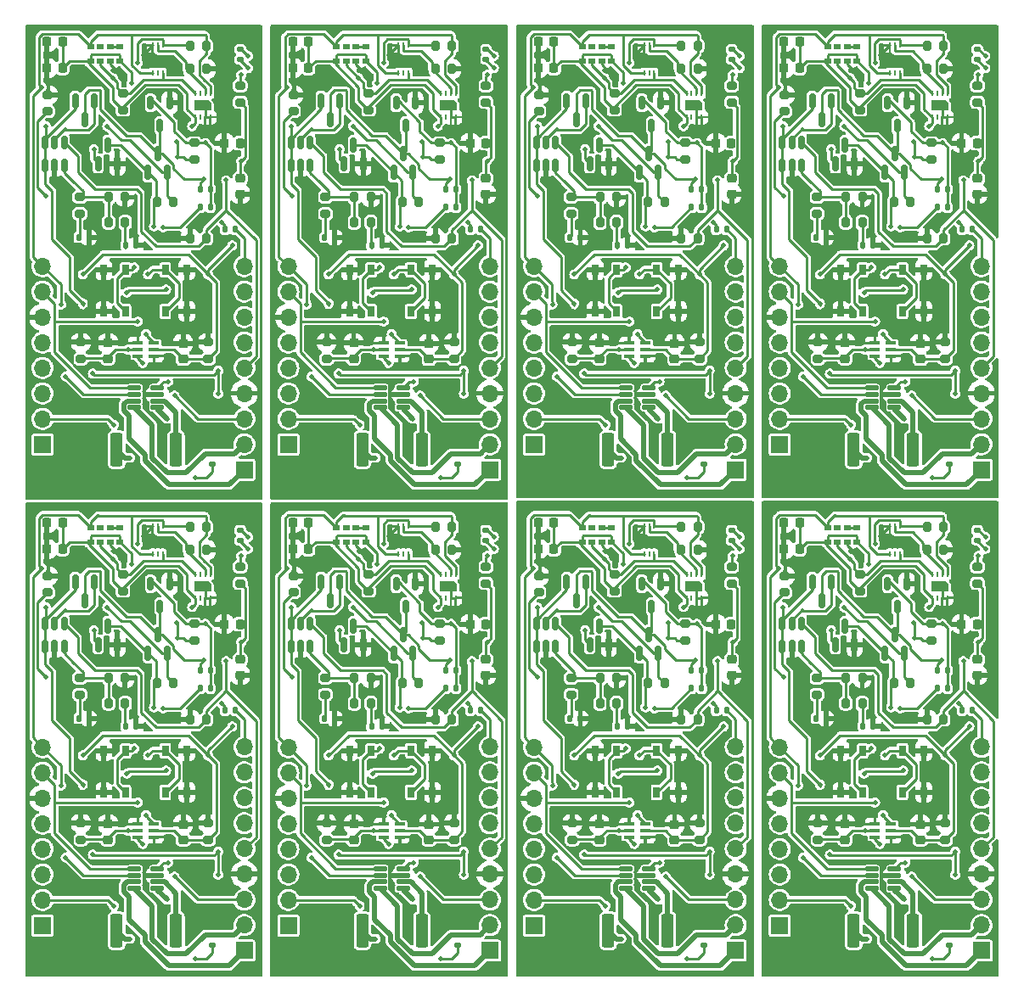
<source format=gtl>
G04 #@! TF.GenerationSoftware,KiCad,Pcbnew,7.0.7*
G04 #@! TF.CreationDate,2024-02-29T14:06:03-05:00*
G04 #@! TF.ProjectId,panelized,70616e65-6c69-47a6-9564-2e6b69636164,rev?*
G04 #@! TF.SameCoordinates,Original*
G04 #@! TF.FileFunction,Copper,L1,Top*
G04 #@! TF.FilePolarity,Positive*
%FSLAX46Y46*%
G04 Gerber Fmt 4.6, Leading zero omitted, Abs format (unit mm)*
G04 Created by KiCad (PCBNEW 7.0.7) date 2024-02-29 14:06:03*
%MOMM*%
%LPD*%
G01*
G04 APERTURE LIST*
G04 Aperture macros list*
%AMRoundRect*
0 Rectangle with rounded corners*
0 $1 Rounding radius*
0 $2 $3 $4 $5 $6 $7 $8 $9 X,Y pos of 4 corners*
0 Add a 4 corners polygon primitive as box body*
4,1,4,$2,$3,$4,$5,$6,$7,$8,$9,$2,$3,0*
0 Add four circle primitives for the rounded corners*
1,1,$1+$1,$2,$3*
1,1,$1+$1,$4,$5*
1,1,$1+$1,$6,$7*
1,1,$1+$1,$8,$9*
0 Add four rect primitives between the rounded corners*
20,1,$1+$1,$2,$3,$4,$5,0*
20,1,$1+$1,$4,$5,$6,$7,0*
20,1,$1+$1,$6,$7,$8,$9,0*
20,1,$1+$1,$8,$9,$2,$3,0*%
%AMFreePoly0*
4,1,6,0.500000,-0.850000,-0.500000,-0.850000,-0.500000,0.550000,-0.200000,0.850000,0.500000,0.850000,0.500000,-0.850000,0.500000,-0.850000,$1*%
G04 Aperture macros list end*
G04 #@! TA.AperFunction,SMDPad,CuDef*
%ADD10RoundRect,0.200000X0.200000X0.275000X-0.200000X0.275000X-0.200000X-0.275000X0.200000X-0.275000X0*%
G04 #@! TD*
G04 #@! TA.AperFunction,SMDPad,CuDef*
%ADD11RoundRect,0.135000X0.135000X0.185000X-0.135000X0.185000X-0.135000X-0.185000X0.135000X-0.185000X0*%
G04 #@! TD*
G04 #@! TA.AperFunction,ComponentPad*
%ADD12R,1.700000X1.700000*%
G04 #@! TD*
G04 #@! TA.AperFunction,ComponentPad*
%ADD13O,1.700000X1.700000*%
G04 #@! TD*
G04 #@! TA.AperFunction,SMDPad,CuDef*
%ADD14RoundRect,0.200000X-0.275000X0.200000X-0.275000X-0.200000X0.275000X-0.200000X0.275000X0.200000X0*%
G04 #@! TD*
G04 #@! TA.AperFunction,SMDPad,CuDef*
%ADD15RoundRect,0.225000X0.250000X-0.225000X0.250000X0.225000X-0.250000X0.225000X-0.250000X-0.225000X0*%
G04 #@! TD*
G04 #@! TA.AperFunction,SMDPad,CuDef*
%ADD16R,0.650000X1.050000*%
G04 #@! TD*
G04 #@! TA.AperFunction,SMDPad,CuDef*
%ADD17RoundRect,0.150000X0.150000X-0.512500X0.150000X0.512500X-0.150000X0.512500X-0.150000X-0.512500X0*%
G04 #@! TD*
G04 #@! TA.AperFunction,SMDPad,CuDef*
%ADD18RoundRect,0.150000X-0.150000X0.512500X-0.150000X-0.512500X0.150000X-0.512500X0.150000X0.512500X0*%
G04 #@! TD*
G04 #@! TA.AperFunction,SMDPad,CuDef*
%ADD19RoundRect,0.135000X-0.185000X0.135000X-0.185000X-0.135000X0.185000X-0.135000X0.185000X0.135000X0*%
G04 #@! TD*
G04 #@! TA.AperFunction,SMDPad,CuDef*
%ADD20RoundRect,0.225000X0.225000X0.250000X-0.225000X0.250000X-0.225000X-0.250000X0.225000X-0.250000X0*%
G04 #@! TD*
G04 #@! TA.AperFunction,SMDPad,CuDef*
%ADD21RoundRect,0.150000X0.150000X-0.587500X0.150000X0.587500X-0.150000X0.587500X-0.150000X-0.587500X0*%
G04 #@! TD*
G04 #@! TA.AperFunction,SMDPad,CuDef*
%ADD22R,0.990000X0.300000*%
G04 #@! TD*
G04 #@! TA.AperFunction,SMDPad,CuDef*
%ADD23RoundRect,0.125000X0.537500X0.125000X-0.537500X0.125000X-0.537500X-0.125000X0.537500X-0.125000X0*%
G04 #@! TD*
G04 #@! TA.AperFunction,SMDPad,CuDef*
%ADD24R,0.720000X0.600000*%
G04 #@! TD*
G04 #@! TA.AperFunction,SMDPad,CuDef*
%ADD25RoundRect,0.200000X0.275000X-0.200000X0.275000X0.200000X-0.275000X0.200000X-0.275000X-0.200000X0*%
G04 #@! TD*
G04 #@! TA.AperFunction,SMDPad,CuDef*
%ADD26R,0.250000X0.550000*%
G04 #@! TD*
G04 #@! TA.AperFunction,SMDPad,CuDef*
%ADD27RoundRect,0.135000X0.185000X-0.135000X0.185000X0.135000X-0.185000X0.135000X-0.185000X-0.135000X0*%
G04 #@! TD*
G04 #@! TA.AperFunction,SMDPad,CuDef*
%ADD28RoundRect,0.150000X-0.150000X0.587500X-0.150000X-0.587500X0.150000X-0.587500X0.150000X0.587500X0*%
G04 #@! TD*
G04 #@! TA.AperFunction,SMDPad,CuDef*
%ADD29RoundRect,0.225000X-0.250000X0.225000X-0.250000X-0.225000X0.250000X-0.225000X0.250000X0.225000X0*%
G04 #@! TD*
G04 #@! TA.AperFunction,SMDPad,CuDef*
%ADD30RoundRect,0.200000X-0.200000X-0.275000X0.200000X-0.275000X0.200000X0.275000X-0.200000X0.275000X0*%
G04 #@! TD*
G04 #@! TA.AperFunction,SMDPad,CuDef*
%ADD31RoundRect,0.250000X0.362500X1.425000X-0.362500X1.425000X-0.362500X-1.425000X0.362500X-1.425000X0*%
G04 #@! TD*
G04 #@! TA.AperFunction,SMDPad,CuDef*
%ADD32FreePoly0,270.000000*%
G04 #@! TD*
G04 #@! TA.AperFunction,ViaPad*
%ADD33C,0.500000*%
G04 #@! TD*
G04 #@! TA.AperFunction,Conductor*
%ADD34C,0.500000*%
G04 #@! TD*
G04 #@! TA.AperFunction,Conductor*
%ADD35C,0.250000*%
G04 #@! TD*
G04 APERTURE END LIST*
D10*
X118025000Y-24900000D03*
X116375000Y-24900000D03*
D11*
X191910000Y-36900000D03*
X190890000Y-36900000D03*
X169885000Y-88900000D03*
X168865000Y-88900000D03*
D12*
X195300000Y-112880000D03*
D13*
X195300000Y-110340000D03*
X195300000Y-107800000D03*
X195300000Y-105260000D03*
X195300000Y-102720000D03*
X195300000Y-100180000D03*
X195300000Y-97640000D03*
X195300000Y-95100000D03*
X195300000Y-92560000D03*
D14*
X130008250Y-100171500D03*
X130008250Y-101821500D03*
D15*
X157208250Y-101796500D03*
X157208250Y-100246500D03*
D16*
X113925000Y-97075000D03*
X113925000Y-92925000D03*
X116075000Y-97075000D03*
X116075000Y-92925000D03*
X107800000Y-97100000D03*
X107800000Y-92950000D03*
X109950000Y-97100000D03*
X109950000Y-92950000D03*
D14*
X126700000Y-75475000D03*
X126700000Y-77125000D03*
X118208250Y-100171500D03*
X118208250Y-101821500D03*
D17*
X150950000Y-34537500D03*
X151900000Y-34537500D03*
X152850000Y-34537500D03*
X152850000Y-32262500D03*
X151900000Y-32262500D03*
X150950000Y-32262500D03*
D18*
X163350000Y-28262500D03*
X161450000Y-28262500D03*
X162400000Y-30537500D03*
D19*
X192100000Y-63300000D03*
X192100000Y-64320000D03*
D16*
X187425000Y-97075000D03*
X187425000Y-92925000D03*
X189575000Y-97075000D03*
X189575000Y-92925000D03*
D20*
X128175000Y-72800000D03*
X126625000Y-72800000D03*
D15*
X189208250Y-53821500D03*
X189208250Y-52271500D03*
D20*
X128175000Y-22200000D03*
X126625000Y-22200000D03*
D14*
X167208250Y-52171500D03*
X167208250Y-53821500D03*
D11*
X135510000Y-90500000D03*
X134490000Y-90500000D03*
D21*
X136700000Y-35212500D03*
X138600000Y-35212500D03*
X137650000Y-33337500D03*
D11*
X145385000Y-88900000D03*
X144365000Y-88900000D03*
X142910000Y-86700000D03*
X141890000Y-86700000D03*
D10*
X191525000Y-72900000D03*
X189875000Y-72900000D03*
D11*
X179810000Y-41700000D03*
X178790000Y-41700000D03*
D12*
X170800000Y-112880000D03*
D13*
X170800000Y-110340000D03*
X170800000Y-107800000D03*
X170800000Y-105260000D03*
X170800000Y-102720000D03*
X170800000Y-100180000D03*
X170800000Y-97640000D03*
X170800000Y-95100000D03*
X170800000Y-92560000D03*
D22*
X186300000Y-101550000D03*
X186300000Y-100900000D03*
X186300000Y-100250000D03*
X184690000Y-100250000D03*
X184690000Y-100900000D03*
X184690000Y-101550000D03*
D10*
X142525000Y-70600000D03*
X140875000Y-70600000D03*
D21*
X161200000Y-35212500D03*
X163100000Y-35212500D03*
X162150000Y-33337500D03*
D23*
X186637500Y-106675000D03*
X186637500Y-106025000D03*
X186637500Y-105375000D03*
X186637500Y-104725000D03*
X184362500Y-104725000D03*
X184362500Y-105375000D03*
X184362500Y-106025000D03*
X184362500Y-106675000D03*
D24*
X179990000Y-70675000D03*
X180960000Y-70675000D03*
X181930000Y-70675000D03*
X182900000Y-70675000D03*
X182900000Y-72075000D03*
X181930000Y-72075000D03*
X180960000Y-72075000D03*
X179990000Y-72075000D03*
D16*
X138425000Y-49075000D03*
X138425000Y-44925000D03*
X140575000Y-49075000D03*
X140575000Y-44925000D03*
D17*
X126450000Y-34537500D03*
X127400000Y-34537500D03*
X128350000Y-34537500D03*
X128350000Y-32262500D03*
X127400000Y-32262500D03*
X126450000Y-32262500D03*
D14*
X142708250Y-100171500D03*
X142708250Y-101821500D03*
D25*
X165800000Y-81925000D03*
X165800000Y-80275000D03*
D21*
X161200000Y-83212500D03*
X163100000Y-83212500D03*
X162150000Y-81337500D03*
D14*
X130008250Y-52171500D03*
X130008250Y-53821500D03*
D10*
X163725000Y-38200000D03*
X162075000Y-38200000D03*
D25*
X141300000Y-33925000D03*
X141300000Y-32275000D03*
X121400000Y-76225000D03*
X121400000Y-74575000D03*
D26*
X113675000Y-70525000D03*
X113175000Y-70525000D03*
X112675000Y-70525000D03*
X112675000Y-73275000D03*
X113175000Y-73275000D03*
X113675000Y-73275000D03*
D20*
X152675000Y-24800000D03*
X151125000Y-24800000D03*
D11*
X167410000Y-84900000D03*
X166390000Y-84900000D03*
D18*
X187850000Y-76262500D03*
X185950000Y-76262500D03*
X186900000Y-78537500D03*
D14*
X109700000Y-75350000D03*
X109700000Y-77000000D03*
X179008250Y-52171500D03*
X179008250Y-53821500D03*
D20*
X194875000Y-80300000D03*
X193325000Y-80300000D03*
D25*
X178900000Y-39325000D03*
X178900000Y-37675000D03*
D22*
X161800000Y-53550000D03*
X161800000Y-52900000D03*
X161800000Y-52250000D03*
X160190000Y-52250000D03*
X160190000Y-52900000D03*
X160190000Y-53550000D03*
D27*
X194900000Y-23935000D03*
X194900000Y-22915000D03*
D14*
X183200000Y-27350000D03*
X183200000Y-29000000D03*
D19*
X192100000Y-111300000D03*
X192100000Y-112320000D03*
D25*
X105400000Y-87325000D03*
X105400000Y-85675000D03*
D28*
X106850000Y-28062500D03*
X104950000Y-28062500D03*
X105900000Y-29937500D03*
D25*
X178900000Y-87325000D03*
X178900000Y-85675000D03*
D11*
X194385000Y-40900000D03*
X193365000Y-40900000D03*
D23*
X186637500Y-58675000D03*
X186637500Y-58025000D03*
X186637500Y-57375000D03*
X186637500Y-56725000D03*
X184362500Y-56725000D03*
X184362500Y-57375000D03*
X184362500Y-58025000D03*
X184362500Y-58675000D03*
D25*
X154400000Y-39325000D03*
X154400000Y-37675000D03*
D22*
X137300000Y-101550000D03*
X137300000Y-100900000D03*
X137300000Y-100250000D03*
X135690000Y-100250000D03*
X135690000Y-100900000D03*
X135690000Y-101550000D03*
D10*
X134425000Y-40200000D03*
X132775000Y-40200000D03*
D11*
X118410000Y-84900000D03*
X117390000Y-84900000D03*
D15*
X115708250Y-53821500D03*
X115708250Y-52271500D03*
D20*
X170375000Y-32300000D03*
X168825000Y-32300000D03*
D23*
X162137500Y-58675000D03*
X162137500Y-58025000D03*
X162137500Y-57375000D03*
X162137500Y-56725000D03*
X159862500Y-56725000D03*
X159862500Y-57375000D03*
X159862500Y-58025000D03*
X159862500Y-58675000D03*
D20*
X121375000Y-80300000D03*
X119825000Y-80300000D03*
D12*
X150700000Y-110360000D03*
D13*
X150700000Y-107820000D03*
X150700000Y-105280000D03*
X150700000Y-102740000D03*
X150700000Y-100200000D03*
X150700000Y-97660000D03*
X150700000Y-95120000D03*
X150700000Y-92580000D03*
D14*
X175700000Y-27475000D03*
X175700000Y-29125000D03*
D20*
X128175000Y-70200000D03*
X126625000Y-70200000D03*
D10*
X167025000Y-70600000D03*
X165375000Y-70600000D03*
D28*
X155850000Y-28062500D03*
X153950000Y-28062500D03*
X154900000Y-29937500D03*
D16*
X187425000Y-49075000D03*
X187425000Y-44925000D03*
X189575000Y-49075000D03*
X189575000Y-44925000D03*
D10*
X109925000Y-37700000D03*
X108275000Y-37700000D03*
D21*
X180750000Y-34337500D03*
X182650000Y-34337500D03*
X181700000Y-32462500D03*
X131750000Y-82337500D03*
X133650000Y-82337500D03*
X132700000Y-80462500D03*
D20*
X177175000Y-70200000D03*
X175625000Y-70200000D03*
D29*
X194900000Y-35825000D03*
X194900000Y-37375000D03*
D20*
X177175000Y-72800000D03*
X175625000Y-72800000D03*
D12*
X126200000Y-62360000D03*
D13*
X126200000Y-59820000D03*
X126200000Y-57280000D03*
X126200000Y-54740000D03*
X126200000Y-52200000D03*
X126200000Y-49660000D03*
X126200000Y-47120000D03*
X126200000Y-44580000D03*
D30*
X189875000Y-89800000D03*
X191525000Y-89800000D03*
D26*
X138175000Y-22525000D03*
X137675000Y-22525000D03*
X137175000Y-22525000D03*
X137175000Y-25275000D03*
X137675000Y-25275000D03*
X138175000Y-25275000D03*
D20*
X194875000Y-32300000D03*
X193325000Y-32300000D03*
D19*
X167600000Y-111300000D03*
X167600000Y-112320000D03*
D27*
X194900000Y-71935000D03*
X194900000Y-70915000D03*
D31*
X164000000Y-110900000D03*
X158075000Y-110900000D03*
D30*
X140875000Y-41800000D03*
X142525000Y-41800000D03*
D19*
X143100000Y-63300000D03*
X143100000Y-64320000D03*
D15*
X181708250Y-101796500D03*
X181708250Y-100246500D03*
D11*
X160010000Y-42500000D03*
X158990000Y-42500000D03*
D19*
X143100000Y-111300000D03*
X143100000Y-112320000D03*
D12*
X126200000Y-110360000D03*
D13*
X126200000Y-107820000D03*
X126200000Y-105280000D03*
X126200000Y-102740000D03*
X126200000Y-100200000D03*
X126200000Y-97660000D03*
X126200000Y-95120000D03*
X126200000Y-92580000D03*
D25*
X194900000Y-28225000D03*
X194900000Y-26575000D03*
D11*
X118410000Y-38700000D03*
X117390000Y-38700000D03*
D12*
X195300000Y-64880000D03*
D13*
X195300000Y-62340000D03*
X195300000Y-59800000D03*
X195300000Y-57260000D03*
X195300000Y-54720000D03*
X195300000Y-52180000D03*
X195300000Y-49640000D03*
X195300000Y-47100000D03*
X195300000Y-44560000D03*
D23*
X113137500Y-58675000D03*
X113137500Y-58025000D03*
X113137500Y-57375000D03*
X113137500Y-56725000D03*
X110862500Y-56725000D03*
X110862500Y-57375000D03*
X110862500Y-58025000D03*
X110862500Y-58675000D03*
D31*
X115000000Y-110900000D03*
X109075000Y-110900000D03*
D14*
X109700000Y-27350000D03*
X109700000Y-29000000D03*
D30*
X165375000Y-41800000D03*
X167025000Y-41800000D03*
D20*
X121375000Y-32300000D03*
X119825000Y-32300000D03*
D27*
X170400000Y-23935000D03*
X170400000Y-22915000D03*
D11*
X145385000Y-40900000D03*
X144365000Y-40900000D03*
D15*
X164708250Y-53821500D03*
X164708250Y-52271500D03*
D20*
X152675000Y-70200000D03*
X151125000Y-70200000D03*
D11*
X135510000Y-42500000D03*
X134490000Y-42500000D03*
X111010000Y-42500000D03*
X109990000Y-42500000D03*
D20*
X177175000Y-24800000D03*
X175625000Y-24800000D03*
D11*
X120885000Y-88900000D03*
X119865000Y-88900000D03*
D25*
X194900000Y-76225000D03*
X194900000Y-74575000D03*
X141300000Y-81925000D03*
X141300000Y-80275000D03*
D16*
X156800000Y-97100000D03*
X156800000Y-92950000D03*
X158950000Y-97100000D03*
X158950000Y-92950000D03*
D26*
X162675000Y-22525000D03*
X162175000Y-22525000D03*
X161675000Y-22525000D03*
X161675000Y-25275000D03*
X162175000Y-25275000D03*
X162675000Y-25275000D03*
D24*
X130990000Y-70675000D03*
X131960000Y-70675000D03*
X132930000Y-70675000D03*
X133900000Y-70675000D03*
X133900000Y-72075000D03*
X132930000Y-72075000D03*
X131960000Y-72075000D03*
X130990000Y-72075000D03*
D23*
X137637500Y-106675000D03*
X137637500Y-106025000D03*
X137637500Y-105375000D03*
X137637500Y-104725000D03*
X135362500Y-104725000D03*
X135362500Y-105375000D03*
X135362500Y-106025000D03*
X135362500Y-106675000D03*
D21*
X112200000Y-83212500D03*
X114100000Y-83212500D03*
X113150000Y-81337500D03*
D26*
X118400000Y-75350000D03*
X117900000Y-75350000D03*
X117400000Y-75350000D03*
X116900000Y-75350000D03*
X116900000Y-77700000D03*
X117400000Y-77700000D03*
X117900000Y-77700000D03*
X118400000Y-77700000D03*
D32*
X117650000Y-76525000D03*
D11*
X118410000Y-86700000D03*
X117390000Y-86700000D03*
D10*
X134425000Y-85700000D03*
X132775000Y-85700000D03*
D14*
X151200000Y-27475000D03*
X151200000Y-29125000D03*
D11*
X106310000Y-89700000D03*
X105290000Y-89700000D03*
D10*
X158925000Y-85700000D03*
X157275000Y-85700000D03*
D26*
X191900000Y-27350000D03*
X191400000Y-27350000D03*
X190900000Y-27350000D03*
X190400000Y-27350000D03*
X190400000Y-29700000D03*
X190900000Y-29700000D03*
X191400000Y-29700000D03*
X191900000Y-29700000D03*
D32*
X191150000Y-28525000D03*
D25*
X145900000Y-28225000D03*
X145900000Y-26575000D03*
D28*
X131350000Y-28062500D03*
X129450000Y-28062500D03*
X130400000Y-29937500D03*
D26*
X187175000Y-22525000D03*
X186675000Y-22525000D03*
X186175000Y-22525000D03*
X186175000Y-25275000D03*
X186675000Y-25275000D03*
X187175000Y-25275000D03*
D11*
X191910000Y-84900000D03*
X190890000Y-84900000D03*
D29*
X194900000Y-83825000D03*
X194900000Y-85375000D03*
D11*
X155310000Y-41700000D03*
X154290000Y-41700000D03*
D20*
X177175000Y-22200000D03*
X175625000Y-22200000D03*
D12*
X175200000Y-110360000D03*
D13*
X175200000Y-107820000D03*
X175200000Y-105280000D03*
X175200000Y-102740000D03*
X175200000Y-100200000D03*
X175200000Y-97660000D03*
X175200000Y-95120000D03*
X175200000Y-92580000D03*
D19*
X118600000Y-111300000D03*
X118600000Y-112320000D03*
D28*
X155850000Y-76062500D03*
X153950000Y-76062500D03*
X154900000Y-77937500D03*
D21*
X180750000Y-82337500D03*
X182650000Y-82337500D03*
X181700000Y-80462500D03*
D16*
X181300000Y-97100000D03*
X181300000Y-92950000D03*
X183450000Y-97100000D03*
X183450000Y-92950000D03*
D14*
X179008250Y-100171500D03*
X179008250Y-101821500D03*
X105508250Y-100171500D03*
X105508250Y-101821500D03*
D26*
X191900000Y-75350000D03*
X191400000Y-75350000D03*
X190900000Y-75350000D03*
X190400000Y-75350000D03*
X190400000Y-77700000D03*
X190900000Y-77700000D03*
X191400000Y-77700000D03*
X191900000Y-77700000D03*
D32*
X191150000Y-76525000D03*
D10*
X158925000Y-40200000D03*
X157275000Y-40200000D03*
D14*
X154508250Y-100171500D03*
X154508250Y-101821500D03*
D25*
X154400000Y-87325000D03*
X154400000Y-85675000D03*
D12*
X101700000Y-62360000D03*
D13*
X101700000Y-59820000D03*
X101700000Y-57280000D03*
X101700000Y-54740000D03*
X101700000Y-52200000D03*
X101700000Y-49660000D03*
X101700000Y-47120000D03*
X101700000Y-44580000D03*
D20*
X170375000Y-80300000D03*
X168825000Y-80300000D03*
D14*
X102200000Y-75475000D03*
X102200000Y-77125000D03*
D11*
X191910000Y-38700000D03*
X190890000Y-38700000D03*
D24*
X155490000Y-22675000D03*
X156460000Y-22675000D03*
X157430000Y-22675000D03*
X158400000Y-22675000D03*
X158400000Y-24075000D03*
X157430000Y-24075000D03*
X156460000Y-24075000D03*
X155490000Y-24075000D03*
D26*
X118400000Y-27350000D03*
X117900000Y-27350000D03*
X117400000Y-27350000D03*
X116900000Y-27350000D03*
X116900000Y-29700000D03*
X117400000Y-29700000D03*
X117900000Y-29700000D03*
X118400000Y-29700000D03*
D32*
X117650000Y-28525000D03*
D16*
X181300000Y-49100000D03*
X181300000Y-44950000D03*
X183450000Y-49100000D03*
X183450000Y-44950000D03*
D26*
X142900000Y-27350000D03*
X142400000Y-27350000D03*
X141900000Y-27350000D03*
X141400000Y-27350000D03*
X141400000Y-29700000D03*
X141900000Y-29700000D03*
X142400000Y-29700000D03*
X142900000Y-29700000D03*
D32*
X142150000Y-28525000D03*
D16*
X132300000Y-49100000D03*
X132300000Y-44950000D03*
X134450000Y-49100000D03*
X134450000Y-44950000D03*
D14*
X126700000Y-27475000D03*
X126700000Y-29125000D03*
D20*
X103675000Y-24800000D03*
X102125000Y-24800000D03*
D17*
X150950000Y-82537500D03*
X151900000Y-82537500D03*
X152850000Y-82537500D03*
X152850000Y-80262500D03*
X151900000Y-80262500D03*
X150950000Y-80262500D03*
D29*
X121400000Y-83825000D03*
X121400000Y-85375000D03*
D11*
X191910000Y-86700000D03*
X190890000Y-86700000D03*
D14*
X175700000Y-75475000D03*
X175700000Y-77125000D03*
D10*
X183425000Y-88200000D03*
X181775000Y-88200000D03*
D29*
X170400000Y-35825000D03*
X170400000Y-37375000D03*
D17*
X101950000Y-82537500D03*
X102900000Y-82537500D03*
X103850000Y-82537500D03*
X103850000Y-80262500D03*
X102900000Y-80262500D03*
X101950000Y-80262500D03*
D22*
X137300000Y-53550000D03*
X137300000Y-52900000D03*
X137300000Y-52250000D03*
X135690000Y-52250000D03*
X135690000Y-52900000D03*
X135690000Y-53550000D03*
D14*
X151200000Y-75475000D03*
X151200000Y-77125000D03*
D26*
X142900000Y-75350000D03*
X142400000Y-75350000D03*
X141900000Y-75350000D03*
X141400000Y-75350000D03*
X141400000Y-77700000D03*
X141900000Y-77700000D03*
X142400000Y-77700000D03*
X142900000Y-77700000D03*
D32*
X142150000Y-76525000D03*
D11*
X167410000Y-86700000D03*
X166390000Y-86700000D03*
D15*
X140208250Y-53821500D03*
X140208250Y-52271500D03*
D10*
X118025000Y-70600000D03*
X116375000Y-70600000D03*
D24*
X179990000Y-22675000D03*
X180960000Y-22675000D03*
X181930000Y-22675000D03*
X182900000Y-22675000D03*
X182900000Y-24075000D03*
X181930000Y-24075000D03*
X180960000Y-24075000D03*
X179990000Y-24075000D03*
D16*
X156800000Y-49100000D03*
X156800000Y-44950000D03*
X158950000Y-49100000D03*
X158950000Y-44950000D03*
X113925000Y-49075000D03*
X113925000Y-44925000D03*
X116075000Y-49075000D03*
X116075000Y-44925000D03*
D11*
X118410000Y-36900000D03*
X117390000Y-36900000D03*
D25*
X170400000Y-76225000D03*
X170400000Y-74575000D03*
D11*
X184510000Y-42500000D03*
X183490000Y-42500000D03*
D21*
X156250000Y-34337500D03*
X158150000Y-34337500D03*
X157200000Y-32462500D03*
D26*
X138175000Y-70525000D03*
X137675000Y-70525000D03*
X137175000Y-70525000D03*
X137175000Y-73275000D03*
X137675000Y-73275000D03*
X138175000Y-73275000D03*
D14*
X191708250Y-52171500D03*
X191708250Y-53821500D03*
D17*
X175450000Y-82537500D03*
X176400000Y-82537500D03*
X177350000Y-82537500D03*
X177350000Y-80262500D03*
X176400000Y-80262500D03*
X175450000Y-80262500D03*
D26*
X167400000Y-27350000D03*
X166900000Y-27350000D03*
X166400000Y-27350000D03*
X165900000Y-27350000D03*
X165900000Y-29700000D03*
X166400000Y-29700000D03*
X166900000Y-29700000D03*
X167400000Y-29700000D03*
D32*
X166650000Y-28525000D03*
D10*
X118025000Y-22600000D03*
X116375000Y-22600000D03*
D14*
X158700000Y-75350000D03*
X158700000Y-77000000D03*
D23*
X162137500Y-106675000D03*
X162137500Y-106025000D03*
X162137500Y-105375000D03*
X162137500Y-104725000D03*
X159862500Y-104725000D03*
X159862500Y-105375000D03*
X159862500Y-106025000D03*
X159862500Y-106675000D03*
D21*
X107250000Y-34337500D03*
X109150000Y-34337500D03*
X108200000Y-32462500D03*
D31*
X139500000Y-62900000D03*
X133575000Y-62900000D03*
D12*
X121800000Y-112880000D03*
D13*
X121800000Y-110340000D03*
X121800000Y-107800000D03*
X121800000Y-105260000D03*
X121800000Y-102720000D03*
X121800000Y-100180000D03*
X121800000Y-97640000D03*
X121800000Y-95100000D03*
X121800000Y-92560000D03*
D10*
X158925000Y-37700000D03*
X157275000Y-37700000D03*
X183425000Y-37700000D03*
X181775000Y-37700000D03*
D26*
X162675000Y-70525000D03*
X162175000Y-70525000D03*
X161675000Y-70525000D03*
X161675000Y-73275000D03*
X162175000Y-73275000D03*
X162675000Y-73275000D03*
D17*
X101950000Y-34537500D03*
X102900000Y-34537500D03*
X103850000Y-34537500D03*
X103850000Y-32262500D03*
X102900000Y-32262500D03*
X101950000Y-32262500D03*
D30*
X140875000Y-89800000D03*
X142525000Y-89800000D03*
D14*
X167208250Y-100171500D03*
X167208250Y-101821500D03*
D16*
X107800000Y-49100000D03*
X107800000Y-44950000D03*
X109950000Y-49100000D03*
X109950000Y-44950000D03*
D23*
X137637500Y-58675000D03*
X137637500Y-58025000D03*
X137637500Y-57375000D03*
X137637500Y-56725000D03*
X135362500Y-56725000D03*
X135362500Y-57375000D03*
X135362500Y-58025000D03*
X135362500Y-58675000D03*
D10*
X158925000Y-88200000D03*
X157275000Y-88200000D03*
D19*
X167600000Y-63300000D03*
X167600000Y-64320000D03*
D11*
X142910000Y-36900000D03*
X141890000Y-36900000D03*
D28*
X131350000Y-76062500D03*
X129450000Y-76062500D03*
X130400000Y-77937500D03*
X180350000Y-76062500D03*
X178450000Y-76062500D03*
X179400000Y-77937500D03*
D11*
X169885000Y-40900000D03*
X168865000Y-40900000D03*
D25*
X129900000Y-39325000D03*
X129900000Y-37675000D03*
D21*
X185700000Y-35212500D03*
X187600000Y-35212500D03*
X186650000Y-33337500D03*
D14*
X158700000Y-27350000D03*
X158700000Y-29000000D03*
D30*
X116375000Y-41800000D03*
X118025000Y-41800000D03*
D10*
X167025000Y-24900000D03*
X165375000Y-24900000D03*
D27*
X121400000Y-23935000D03*
X121400000Y-22915000D03*
D24*
X106490000Y-22675000D03*
X107460000Y-22675000D03*
X108430000Y-22675000D03*
X109400000Y-22675000D03*
X109400000Y-24075000D03*
X108430000Y-24075000D03*
X107460000Y-24075000D03*
X106490000Y-24075000D03*
D10*
X142525000Y-24900000D03*
X140875000Y-24900000D03*
D11*
X167410000Y-36900000D03*
X166390000Y-36900000D03*
D31*
X115000000Y-62900000D03*
X109075000Y-62900000D03*
D25*
X170400000Y-28225000D03*
X170400000Y-26575000D03*
D12*
X150700000Y-62360000D03*
D13*
X150700000Y-59820000D03*
X150700000Y-57280000D03*
X150700000Y-54740000D03*
X150700000Y-52200000D03*
X150700000Y-49660000D03*
X150700000Y-47120000D03*
X150700000Y-44580000D03*
D28*
X106850000Y-76062500D03*
X104950000Y-76062500D03*
X105900000Y-77937500D03*
D21*
X131750000Y-34337500D03*
X133650000Y-34337500D03*
X132700000Y-32462500D03*
D20*
X152675000Y-72800000D03*
X151125000Y-72800000D03*
D11*
X179810000Y-89700000D03*
X178790000Y-89700000D03*
X130810000Y-41700000D03*
X129790000Y-41700000D03*
D12*
X121800000Y-64880000D03*
D13*
X121800000Y-62340000D03*
X121800000Y-59800000D03*
X121800000Y-57260000D03*
X121800000Y-54720000D03*
X121800000Y-52180000D03*
X121800000Y-49640000D03*
X121800000Y-47100000D03*
X121800000Y-44560000D03*
D10*
X191525000Y-22600000D03*
X189875000Y-22600000D03*
D15*
X108208250Y-101796500D03*
X108208250Y-100246500D03*
D25*
X116800000Y-81925000D03*
X116800000Y-80275000D03*
D22*
X112800000Y-101550000D03*
X112800000Y-100900000D03*
X112800000Y-100250000D03*
X111190000Y-100250000D03*
X111190000Y-100900000D03*
X111190000Y-101550000D03*
D11*
X111010000Y-90500000D03*
X109990000Y-90500000D03*
D10*
X134425000Y-88200000D03*
X132775000Y-88200000D03*
D16*
X162925000Y-97075000D03*
X162925000Y-92925000D03*
X165075000Y-97075000D03*
X165075000Y-92925000D03*
D14*
X105508250Y-52171500D03*
X105508250Y-53821500D03*
D15*
X132708250Y-101796500D03*
X132708250Y-100246500D03*
D12*
X101700000Y-110360000D03*
D13*
X101700000Y-107820000D03*
X101700000Y-105280000D03*
X101700000Y-102740000D03*
X101700000Y-100200000D03*
X101700000Y-97660000D03*
X101700000Y-95120000D03*
X101700000Y-92580000D03*
D31*
X188500000Y-62900000D03*
X182575000Y-62900000D03*
D18*
X187850000Y-28262500D03*
X185950000Y-28262500D03*
X186900000Y-30537500D03*
D11*
X155310000Y-89700000D03*
X154290000Y-89700000D03*
D20*
X103675000Y-70200000D03*
X102125000Y-70200000D03*
D10*
X114725000Y-38200000D03*
X113075000Y-38200000D03*
X183425000Y-85700000D03*
X181775000Y-85700000D03*
D20*
X128175000Y-24800000D03*
X126625000Y-24800000D03*
D16*
X138425000Y-97075000D03*
X138425000Y-92925000D03*
X140575000Y-97075000D03*
X140575000Y-92925000D03*
D15*
X140208250Y-101821500D03*
X140208250Y-100271500D03*
X189208250Y-101821500D03*
X189208250Y-100271500D03*
D18*
X138850000Y-76262500D03*
X136950000Y-76262500D03*
X137900000Y-78537500D03*
D27*
X170400000Y-71935000D03*
X170400000Y-70915000D03*
D17*
X175450000Y-34537500D03*
X176400000Y-34537500D03*
X177350000Y-34537500D03*
X177350000Y-32262500D03*
X176400000Y-32262500D03*
X175450000Y-32262500D03*
D15*
X164708250Y-101821500D03*
X164708250Y-100271500D03*
D14*
X142708250Y-52171500D03*
X142708250Y-53821500D03*
D26*
X187175000Y-70525000D03*
X186675000Y-70525000D03*
X186175000Y-70525000D03*
X186175000Y-73275000D03*
X186675000Y-73275000D03*
X187175000Y-73275000D03*
D11*
X167410000Y-38700000D03*
X166390000Y-38700000D03*
D17*
X126450000Y-82537500D03*
X127400000Y-82537500D03*
X128350000Y-82537500D03*
X128350000Y-80262500D03*
X127400000Y-80262500D03*
X126450000Y-80262500D03*
D22*
X161800000Y-101550000D03*
X161800000Y-100900000D03*
X161800000Y-100250000D03*
X160190000Y-100250000D03*
X160190000Y-100900000D03*
X160190000Y-101550000D03*
D10*
X139225000Y-86200000D03*
X137575000Y-86200000D03*
X167025000Y-72900000D03*
X165375000Y-72900000D03*
X109925000Y-88200000D03*
X108275000Y-88200000D03*
D25*
X165800000Y-33925000D03*
X165800000Y-32275000D03*
D10*
X142525000Y-22600000D03*
X140875000Y-22600000D03*
X134425000Y-37700000D03*
X132775000Y-37700000D03*
D29*
X170400000Y-83825000D03*
X170400000Y-85375000D03*
D25*
X129900000Y-87325000D03*
X129900000Y-85675000D03*
D15*
X157208250Y-53796500D03*
X157208250Y-52246500D03*
D30*
X165375000Y-89800000D03*
X167025000Y-89800000D03*
D21*
X185700000Y-83212500D03*
X187600000Y-83212500D03*
X186650000Y-81337500D03*
D27*
X121400000Y-71935000D03*
X121400000Y-70915000D03*
X145900000Y-23935000D03*
X145900000Y-22915000D03*
D11*
X194385000Y-88900000D03*
X193365000Y-88900000D03*
D25*
X105400000Y-39325000D03*
X105400000Y-37675000D03*
X145900000Y-76225000D03*
X145900000Y-74575000D03*
X121400000Y-28225000D03*
X121400000Y-26575000D03*
D14*
X134200000Y-27350000D03*
X134200000Y-29000000D03*
D24*
X130990000Y-22675000D03*
X131960000Y-22675000D03*
X132930000Y-22675000D03*
X133900000Y-22675000D03*
X133900000Y-24075000D03*
X132930000Y-24075000D03*
X131960000Y-24075000D03*
X130990000Y-24075000D03*
D10*
X163725000Y-86200000D03*
X162075000Y-86200000D03*
D29*
X121400000Y-35825000D03*
X121400000Y-37375000D03*
D11*
X184510000Y-90500000D03*
X183490000Y-90500000D03*
D23*
X113137500Y-106675000D03*
X113137500Y-106025000D03*
X113137500Y-105375000D03*
X113137500Y-104725000D03*
X110862500Y-104725000D03*
X110862500Y-105375000D03*
X110862500Y-106025000D03*
X110862500Y-106675000D03*
D22*
X112800000Y-53550000D03*
X112800000Y-52900000D03*
X112800000Y-52250000D03*
X111190000Y-52250000D03*
X111190000Y-52900000D03*
X111190000Y-53550000D03*
D30*
X116375000Y-89800000D03*
X118025000Y-89800000D03*
D25*
X190300000Y-81925000D03*
X190300000Y-80275000D03*
D21*
X156250000Y-82337500D03*
X158150000Y-82337500D03*
X157200000Y-80462500D03*
D18*
X138850000Y-28262500D03*
X136950000Y-28262500D03*
X137900000Y-30537500D03*
D11*
X142910000Y-38700000D03*
X141890000Y-38700000D03*
D14*
X183200000Y-75350000D03*
X183200000Y-77000000D03*
X154508250Y-52171500D03*
X154508250Y-53821500D03*
D10*
X142525000Y-72900000D03*
X140875000Y-72900000D03*
D18*
X114350000Y-28262500D03*
X112450000Y-28262500D03*
X113400000Y-30537500D03*
D31*
X188500000Y-110900000D03*
X182575000Y-110900000D03*
D18*
X163350000Y-76262500D03*
X161450000Y-76262500D03*
X162400000Y-78537500D03*
D14*
X118208250Y-52171500D03*
X118208250Y-53821500D03*
D16*
X132300000Y-97100000D03*
X132300000Y-92950000D03*
X134450000Y-97100000D03*
X134450000Y-92950000D03*
D10*
X109925000Y-85700000D03*
X108275000Y-85700000D03*
D24*
X106490000Y-70675000D03*
X107460000Y-70675000D03*
X108430000Y-70675000D03*
X109400000Y-70675000D03*
X109400000Y-72075000D03*
X108430000Y-72075000D03*
X107460000Y-72075000D03*
X106490000Y-72075000D03*
D22*
X186300000Y-53550000D03*
X186300000Y-52900000D03*
X186300000Y-52250000D03*
X184690000Y-52250000D03*
X184690000Y-52900000D03*
X184690000Y-53550000D03*
D10*
X139225000Y-38200000D03*
X137575000Y-38200000D03*
D14*
X134200000Y-75350000D03*
X134200000Y-77000000D03*
D10*
X118025000Y-72900000D03*
X116375000Y-72900000D03*
D28*
X180350000Y-28062500D03*
X178450000Y-28062500D03*
X179400000Y-29937500D03*
D29*
X145900000Y-35825000D03*
X145900000Y-37375000D03*
D15*
X108208250Y-53796500D03*
X108208250Y-52246500D03*
D20*
X103675000Y-22200000D03*
X102125000Y-22200000D03*
D26*
X167400000Y-75350000D03*
X166900000Y-75350000D03*
X166400000Y-75350000D03*
X165900000Y-75350000D03*
X165900000Y-77700000D03*
X166400000Y-77700000D03*
X166900000Y-77700000D03*
X167400000Y-77700000D03*
D32*
X166650000Y-76525000D03*
D31*
X139500000Y-110900000D03*
X133575000Y-110900000D03*
D15*
X181708250Y-53796500D03*
X181708250Y-52246500D03*
D10*
X188225000Y-86200000D03*
X186575000Y-86200000D03*
D30*
X189875000Y-41800000D03*
X191525000Y-41800000D03*
D10*
X191525000Y-24900000D03*
X189875000Y-24900000D03*
D20*
X152675000Y-22200000D03*
X151125000Y-22200000D03*
D14*
X191708250Y-100171500D03*
X191708250Y-101821500D03*
D10*
X167025000Y-22600000D03*
X165375000Y-22600000D03*
D19*
X118600000Y-63300000D03*
X118600000Y-64320000D03*
D20*
X145875000Y-32300000D03*
X144325000Y-32300000D03*
D25*
X190300000Y-33925000D03*
X190300000Y-32275000D03*
D21*
X107250000Y-82337500D03*
X109150000Y-82337500D03*
X108200000Y-80462500D03*
X136700000Y-83212500D03*
X138600000Y-83212500D03*
X137650000Y-81337500D03*
D10*
X183425000Y-40200000D03*
X181775000Y-40200000D03*
D15*
X132708250Y-53796500D03*
X132708250Y-52246500D03*
D14*
X102200000Y-27475000D03*
X102200000Y-29125000D03*
D18*
X114350000Y-76262500D03*
X112450000Y-76262500D03*
X113400000Y-78537500D03*
D15*
X115708250Y-101821500D03*
X115708250Y-100271500D03*
D11*
X120885000Y-40900000D03*
X119865000Y-40900000D03*
X130810000Y-89700000D03*
X129790000Y-89700000D03*
D25*
X116800000Y-33925000D03*
X116800000Y-32275000D03*
D24*
X155490000Y-70675000D03*
X156460000Y-70675000D03*
X157430000Y-70675000D03*
X158400000Y-70675000D03*
X158400000Y-72075000D03*
X157430000Y-72075000D03*
X156460000Y-72075000D03*
X155490000Y-72075000D03*
D11*
X160010000Y-90500000D03*
X158990000Y-90500000D03*
D12*
X146300000Y-112880000D03*
D13*
X146300000Y-110340000D03*
X146300000Y-107800000D03*
X146300000Y-105260000D03*
X146300000Y-102720000D03*
X146300000Y-100180000D03*
X146300000Y-97640000D03*
X146300000Y-95100000D03*
X146300000Y-92560000D03*
D11*
X106310000Y-41700000D03*
X105290000Y-41700000D03*
D10*
X191525000Y-70600000D03*
X189875000Y-70600000D03*
D20*
X103675000Y-72800000D03*
X102125000Y-72800000D03*
D11*
X142910000Y-84900000D03*
X141890000Y-84900000D03*
D10*
X188225000Y-38200000D03*
X186575000Y-38200000D03*
D29*
X145900000Y-83825000D03*
X145900000Y-85375000D03*
D12*
X146300000Y-64880000D03*
D13*
X146300000Y-62340000D03*
X146300000Y-59800000D03*
X146300000Y-57260000D03*
X146300000Y-54720000D03*
X146300000Y-52180000D03*
X146300000Y-49640000D03*
X146300000Y-47100000D03*
X146300000Y-44560000D03*
D31*
X164000000Y-62900000D03*
X158075000Y-62900000D03*
D27*
X145900000Y-71935000D03*
X145900000Y-70915000D03*
D12*
X175200000Y-62360000D03*
D13*
X175200000Y-59820000D03*
X175200000Y-57280000D03*
X175200000Y-54740000D03*
X175200000Y-52200000D03*
X175200000Y-49660000D03*
X175200000Y-47120000D03*
X175200000Y-44580000D03*
D20*
X145875000Y-80300000D03*
X144325000Y-80300000D03*
D12*
X170800000Y-64880000D03*
D13*
X170800000Y-62340000D03*
X170800000Y-59800000D03*
X170800000Y-57260000D03*
X170800000Y-54720000D03*
X170800000Y-52180000D03*
X170800000Y-49640000D03*
X170800000Y-47100000D03*
X170800000Y-44560000D03*
D10*
X109925000Y-40200000D03*
X108275000Y-40200000D03*
D26*
X113675000Y-22525000D03*
X113175000Y-22525000D03*
X112675000Y-22525000D03*
X112675000Y-25275000D03*
X113175000Y-25275000D03*
X113675000Y-25275000D03*
D10*
X114725000Y-86200000D03*
X113075000Y-86200000D03*
D21*
X112200000Y-35212500D03*
X114100000Y-35212500D03*
X113150000Y-33337500D03*
D16*
X162925000Y-49075000D03*
X162925000Y-44925000D03*
X165075000Y-49075000D03*
X165075000Y-44925000D03*
D33*
X187200000Y-88700000D03*
X187700000Y-104100000D03*
X184693483Y-72281017D03*
X190100000Y-78600000D03*
X184050353Y-74350353D03*
X194100000Y-90500000D03*
X191700000Y-93400000D03*
X179200000Y-93400000D03*
X182300000Y-108400000D03*
X183700000Y-100900000D03*
X177025500Y-96400000D03*
X175099113Y-74713173D03*
X177500000Y-103600000D03*
X184700000Y-98100000D03*
X182200000Y-73800000D03*
X190400000Y-113700000D03*
X180200000Y-103300000D03*
X179200000Y-96300000D03*
X192700000Y-103000000D03*
X175500000Y-78600000D03*
X192700000Y-105300000D03*
X181631673Y-78604981D03*
X191300000Y-83900000D03*
X183900000Y-111700000D03*
X187600000Y-107800000D03*
X193068733Y-88218733D03*
X195000000Y-82100000D03*
X195700000Y-71600000D03*
X185700000Y-93400000D03*
X188543767Y-80156233D03*
X188600000Y-81700000D03*
X184325500Y-92700000D03*
X186300000Y-88600000D03*
X185500000Y-99350000D03*
X185183250Y-102233250D03*
X195700000Y-72800000D03*
X190600000Y-104600000D03*
X192700000Y-69700000D03*
X183200000Y-73600000D03*
X185248500Y-71500000D03*
X195000000Y-73500000D03*
X180300000Y-80900000D03*
X183600000Y-95200000D03*
X175549500Y-85600000D03*
X187500000Y-94900000D03*
X188350000Y-105500000D03*
X193500000Y-84000000D03*
X191425000Y-80275000D03*
X162700000Y-88700000D03*
X160193483Y-72281017D03*
X165600000Y-78600000D03*
X163200000Y-104100000D03*
X159550353Y-74350353D03*
X167200000Y-93400000D03*
X154700000Y-93400000D03*
X169600000Y-90500000D03*
X159200000Y-100900000D03*
X157800000Y-108400000D03*
X150599113Y-74713173D03*
X152525500Y-96400000D03*
X153000000Y-103600000D03*
X157700000Y-73800000D03*
X160200000Y-98100000D03*
X157131673Y-78604981D03*
X165900000Y-113700000D03*
X154700000Y-96300000D03*
X155700000Y-103300000D03*
X168200000Y-103000000D03*
X168200000Y-105300000D03*
X151000000Y-78600000D03*
X166800000Y-83900000D03*
X163100000Y-107800000D03*
X159400000Y-111700000D03*
X170500000Y-82100000D03*
X168568733Y-88218733D03*
X164100000Y-81700000D03*
X161200000Y-93400000D03*
X164043767Y-80156233D03*
X171200000Y-71600000D03*
X159825500Y-92700000D03*
X161000000Y-99350000D03*
X161800000Y-88600000D03*
X160683250Y-102233250D03*
X171200000Y-72800000D03*
X166100000Y-104600000D03*
X158700000Y-73600000D03*
X168200000Y-69700000D03*
X160748500Y-71500000D03*
X170500000Y-73500000D03*
X159100000Y-95200000D03*
X163850000Y-105500000D03*
X151049500Y-85600000D03*
X155800000Y-80900000D03*
X163000000Y-94900000D03*
X169000000Y-84000000D03*
X166925000Y-80275000D03*
X135693483Y-72281017D03*
X135050353Y-74350353D03*
X138700000Y-104100000D03*
X138200000Y-88700000D03*
X141100000Y-78600000D03*
X130200000Y-93400000D03*
X142700000Y-93400000D03*
X145100000Y-90500000D03*
X133300000Y-108400000D03*
X134700000Y-100900000D03*
X126099113Y-74713173D03*
X128500000Y-103600000D03*
X128025500Y-96400000D03*
X135700000Y-98100000D03*
X133200000Y-73800000D03*
X132631673Y-78604981D03*
X130200000Y-96300000D03*
X143700000Y-105300000D03*
X126500000Y-78600000D03*
X141400000Y-113700000D03*
X143700000Y-103000000D03*
X131200000Y-103300000D03*
X142300000Y-83900000D03*
X138600000Y-107800000D03*
X134900000Y-111700000D03*
X144068733Y-88218733D03*
X146000000Y-82100000D03*
X136700000Y-93400000D03*
X146700000Y-71600000D03*
X139543767Y-80156233D03*
X139600000Y-81700000D03*
X135325500Y-92700000D03*
X136500000Y-99350000D03*
X136183250Y-102233250D03*
X137300000Y-88600000D03*
X146700000Y-72800000D03*
X141600000Y-104600000D03*
X136248500Y-71500000D03*
X143700000Y-69700000D03*
X134200000Y-73600000D03*
X146000000Y-73500000D03*
X126549500Y-85600000D03*
X134600000Y-95200000D03*
X131300000Y-80900000D03*
X139350000Y-105500000D03*
X138500000Y-94900000D03*
X144500000Y-84000000D03*
X142425000Y-80275000D03*
X110550353Y-74350353D03*
X116600000Y-78600000D03*
X113700000Y-88700000D03*
X114200000Y-104100000D03*
X111193483Y-72281017D03*
X105700000Y-93400000D03*
X120600000Y-90500000D03*
X118200000Y-93400000D03*
X110200000Y-100900000D03*
X108800000Y-108400000D03*
X104000000Y-103600000D03*
X103525500Y-96400000D03*
X101599113Y-74713173D03*
X111200000Y-98100000D03*
X108700000Y-73800000D03*
X108131673Y-78604981D03*
X105700000Y-96300000D03*
X119200000Y-105300000D03*
X116900000Y-113700000D03*
X119200000Y-103000000D03*
X102000000Y-78600000D03*
X106700000Y-103300000D03*
X117800000Y-83900000D03*
X114100000Y-107800000D03*
X110400000Y-111700000D03*
X119568733Y-88218733D03*
X121500000Y-82100000D03*
X112200000Y-93400000D03*
X115100000Y-81700000D03*
X115043767Y-80156233D03*
X122200000Y-71600000D03*
X110825500Y-92700000D03*
X112800000Y-88600000D03*
X111683250Y-102233250D03*
X112000000Y-99350000D03*
X122200000Y-72800000D03*
X109700000Y-73600000D03*
X119200000Y-69700000D03*
X111748500Y-71500000D03*
X117100000Y-104600000D03*
X121500000Y-73500000D03*
X114000000Y-94900000D03*
X106800000Y-80900000D03*
X114850000Y-105500000D03*
X110100000Y-95200000D03*
X102049500Y-85600000D03*
X120000000Y-84000000D03*
X117925000Y-80275000D03*
X187700000Y-56100000D03*
X184050353Y-26350353D03*
X187200000Y-40700000D03*
X184693483Y-24281017D03*
X190100000Y-30600000D03*
X194100000Y-42500000D03*
X191700000Y-45400000D03*
X179200000Y-45400000D03*
X183700000Y-52900000D03*
X182300000Y-60400000D03*
X177500000Y-55600000D03*
X175099113Y-26713173D03*
X177025500Y-48400000D03*
X182200000Y-25800000D03*
X184700000Y-50100000D03*
X180200000Y-55300000D03*
X190400000Y-65700000D03*
X175500000Y-30600000D03*
X192700000Y-57300000D03*
X181631673Y-30604981D03*
X192700000Y-55000000D03*
X179200000Y-48300000D03*
X191300000Y-35900000D03*
X187600000Y-59800000D03*
X183900000Y-63700000D03*
X195000000Y-34100000D03*
X193068733Y-40218733D03*
X195700000Y-23600000D03*
X188543767Y-32156233D03*
X185700000Y-45400000D03*
X188600000Y-33700000D03*
X184325500Y-44700000D03*
X186300000Y-40600000D03*
X185183250Y-54233250D03*
X185500000Y-51350000D03*
X195700000Y-24800000D03*
X192700000Y-21700000D03*
X190600000Y-56600000D03*
X185248500Y-23500000D03*
X183200000Y-25600000D03*
X195000000Y-25500000D03*
X180300000Y-32900000D03*
X175549500Y-37600000D03*
X183600000Y-47200000D03*
X188350000Y-57500000D03*
X187500000Y-46900000D03*
X193500000Y-36000000D03*
X191425000Y-32275000D03*
X159550353Y-26350353D03*
X162700000Y-40700000D03*
X165600000Y-30600000D03*
X160193483Y-24281017D03*
X163200000Y-56100000D03*
X167200000Y-45400000D03*
X154700000Y-45400000D03*
X169600000Y-42500000D03*
X159200000Y-52900000D03*
X157800000Y-60400000D03*
X152525500Y-48400000D03*
X153000000Y-55600000D03*
X150599113Y-26713173D03*
X157700000Y-25800000D03*
X160200000Y-50100000D03*
X168200000Y-57300000D03*
X168200000Y-55000000D03*
X151000000Y-30600000D03*
X155700000Y-55300000D03*
X165900000Y-65700000D03*
X154700000Y-48300000D03*
X157131673Y-30604981D03*
X166800000Y-35900000D03*
X159400000Y-63700000D03*
X163100000Y-59800000D03*
X170500000Y-34100000D03*
X168568733Y-40218733D03*
X164043767Y-32156233D03*
X171200000Y-23600000D03*
X161200000Y-45400000D03*
X164100000Y-33700000D03*
X159825500Y-44700000D03*
X160683250Y-54233250D03*
X161800000Y-40600000D03*
X161000000Y-51350000D03*
X171200000Y-24800000D03*
X168200000Y-21700000D03*
X166100000Y-56600000D03*
X160748500Y-23500000D03*
X158700000Y-25600000D03*
X170500000Y-25500000D03*
X163000000Y-46900000D03*
X159100000Y-47200000D03*
X151049500Y-37600000D03*
X155800000Y-32900000D03*
X163850000Y-57500000D03*
X169000000Y-36000000D03*
X166925000Y-32275000D03*
X141100000Y-30600000D03*
X135693483Y-24281017D03*
X135050353Y-26350353D03*
X138700000Y-56100000D03*
X138200000Y-40700000D03*
X145100000Y-42500000D03*
X130200000Y-45400000D03*
X142700000Y-45400000D03*
X133300000Y-60400000D03*
X134700000Y-52900000D03*
X126099113Y-26713173D03*
X128500000Y-55600000D03*
X128025500Y-48400000D03*
X135700000Y-50100000D03*
X133200000Y-25800000D03*
X126500000Y-30600000D03*
X143700000Y-55000000D03*
X130200000Y-48300000D03*
X143700000Y-57300000D03*
X141400000Y-65700000D03*
X132631673Y-30604981D03*
X131200000Y-55300000D03*
X142300000Y-35900000D03*
X134900000Y-63700000D03*
X138600000Y-59800000D03*
X144068733Y-40218733D03*
X146000000Y-34100000D03*
X146700000Y-23600000D03*
X139543767Y-32156233D03*
X139600000Y-33700000D03*
X136700000Y-45400000D03*
X135325500Y-44700000D03*
X137300000Y-40600000D03*
X136500000Y-51350000D03*
X136183250Y-54233250D03*
X146700000Y-24800000D03*
X143700000Y-21700000D03*
X136248500Y-23500000D03*
X141600000Y-56600000D03*
X134200000Y-25600000D03*
X146000000Y-25500000D03*
X126549500Y-37600000D03*
X131300000Y-32900000D03*
X134600000Y-47200000D03*
X138500000Y-46900000D03*
X139350000Y-57500000D03*
X144500000Y-36000000D03*
X142425000Y-32275000D03*
X111193483Y-24281017D03*
X116600000Y-30600000D03*
X113700000Y-40700000D03*
X110550353Y-26350353D03*
X114200000Y-56100000D03*
X118200000Y-45400000D03*
X105700000Y-45400000D03*
X120600000Y-42500000D03*
X110200000Y-52900000D03*
X108800000Y-60400000D03*
X104000000Y-55600000D03*
X103525500Y-48400000D03*
X101599113Y-26713173D03*
X108700000Y-25800000D03*
X111200000Y-50100000D03*
X105700000Y-48300000D03*
X108131673Y-30604981D03*
X116900000Y-65700000D03*
X119200000Y-55000000D03*
X106700000Y-55300000D03*
X102000000Y-30600000D03*
X119200000Y-57300000D03*
X117800000Y-35900000D03*
X114100000Y-59800000D03*
X110400000Y-63700000D03*
X121500000Y-34100000D03*
X119568733Y-40218733D03*
X122200000Y-23600000D03*
X112200000Y-45400000D03*
X115100000Y-33700000D03*
X115043767Y-32156233D03*
X110825500Y-44700000D03*
X111683250Y-54233250D03*
X112800000Y-40600000D03*
X112000000Y-51350000D03*
X122200000Y-24800000D03*
X117100000Y-56600000D03*
X109700000Y-25600000D03*
X119200000Y-21700000D03*
X111748500Y-23500000D03*
X121500000Y-25500000D03*
X102049500Y-37600000D03*
X114850000Y-57500000D03*
X106800000Y-32900000D03*
X110100000Y-47200000D03*
X114000000Y-46900000D03*
X120000000Y-36000000D03*
X117925000Y-32275000D03*
D34*
X194340000Y-111300000D02*
X194911091Y-110728909D01*
X192100000Y-111300000D02*
X191400000Y-111300000D01*
X191400000Y-111300000D02*
X189500000Y-113200000D01*
X187589950Y-113200000D02*
X186100000Y-111710050D01*
X189500000Y-113200000D02*
X187589950Y-113200000D01*
X186100000Y-111710050D02*
X186100000Y-108412500D01*
X192100000Y-111300000D02*
X194340000Y-111300000D01*
X186100000Y-108412500D02*
X184362500Y-106675000D01*
X185400000Y-111355266D02*
X185400000Y-112000000D01*
X193780000Y-114400000D02*
X195300000Y-112880000D01*
X183812500Y-109767766D02*
X185400000Y-111355266D01*
X187800000Y-114400000D02*
X193780000Y-114400000D01*
X183607538Y-106025000D02*
X183300000Y-106332538D01*
X185400000Y-112000000D02*
X187800000Y-114400000D01*
X184022550Y-106025000D02*
X183607538Y-106025000D01*
X183300000Y-106332538D02*
X183300000Y-107017462D01*
X183300000Y-107017462D02*
X183812500Y-107529962D01*
X183812500Y-107529962D02*
X183812500Y-109767766D01*
D35*
X179860000Y-72305000D02*
X179860000Y-72360000D01*
X188750000Y-74450000D02*
X189600000Y-75300000D01*
X190100000Y-78600000D02*
X190400000Y-78300000D01*
X182775000Y-71400000D02*
X182900000Y-71525000D01*
X179990000Y-72075000D02*
X179990000Y-71525000D01*
X185399569Y-74450000D02*
X188750000Y-74450000D01*
X189600000Y-76900000D02*
X190400000Y-77700000D01*
X179990000Y-71525000D02*
X180115000Y-71400000D01*
X180115000Y-71400000D02*
X182775000Y-71400000D01*
X189600000Y-75300000D02*
X189600000Y-76900000D01*
X187175000Y-69975000D02*
X187175000Y-70525000D01*
X188890000Y-88700000D02*
X187200000Y-88700000D01*
X190000000Y-70525000D02*
X187175000Y-70525000D01*
X177175000Y-70200000D02*
X177175000Y-72800000D01*
X179860000Y-72360000D02*
X182200000Y-74700000D01*
X184050353Y-73225353D02*
X182900000Y-72075000D01*
X184050353Y-74350353D02*
X184050353Y-73225353D01*
X179760000Y-72305000D02*
X179990000Y-72075000D01*
X189875000Y-70600000D02*
X189800000Y-70525000D01*
X190400000Y-78300000D02*
X190400000Y-77700000D01*
X177900000Y-72075000D02*
X177175000Y-72800000D01*
X185075000Y-69925000D02*
X187125000Y-69925000D01*
X184674000Y-70326000D02*
X185075000Y-69925000D01*
X182200000Y-74700000D02*
X182200000Y-76000000D01*
X184674000Y-72261534D02*
X184674000Y-70326000D01*
X183200000Y-76649569D02*
X185399569Y-74450000D01*
X190890000Y-86700000D02*
X188890000Y-88700000D01*
X179990000Y-72075000D02*
X177900000Y-72075000D01*
X183200000Y-77000000D02*
X183200000Y-76649569D01*
X184693483Y-72281017D02*
X184674000Y-72261534D01*
X182900000Y-71525000D02*
X182900000Y-72075000D01*
X187125000Y-69925000D02*
X187175000Y-69975000D01*
X187700000Y-104100000D02*
X187262500Y-104100000D01*
X187262500Y-104100000D02*
X186637500Y-104725000D01*
X182200000Y-76000000D02*
X183200000Y-77000000D01*
X192508250Y-94208250D02*
X192508250Y-101021500D01*
X191708250Y-101821500D02*
X190500000Y-101821500D01*
X188286750Y-100900000D02*
X189208250Y-101821500D01*
X194100000Y-90500000D02*
X191700000Y-92900000D01*
X181200000Y-91400000D02*
X189700000Y-91400000D01*
X179200000Y-93400000D02*
X181200000Y-91400000D01*
X191700000Y-93400000D02*
X192508250Y-94208250D01*
X192508250Y-101021500D02*
X191708250Y-101821500D01*
X190500000Y-101821500D02*
X189408250Y-101821500D01*
X191700000Y-92900000D02*
X191700000Y-93400000D01*
X186300000Y-100900000D02*
X188286750Y-100900000D01*
X189700000Y-91400000D02*
X191700000Y-93400000D01*
X181720000Y-107820000D02*
X175200000Y-107820000D01*
X179008250Y-101821500D02*
X179008250Y-102116500D01*
X183700000Y-100900000D02*
X182454750Y-100900000D01*
X182300000Y-108400000D02*
X181720000Y-107820000D01*
X181608250Y-101746500D02*
X181908250Y-101446500D01*
X179208250Y-102021500D02*
X179008250Y-101821500D01*
X182454750Y-100900000D02*
X181908250Y-101446500D01*
X181908250Y-101446500D02*
X181333250Y-102021500D01*
X179008250Y-101746500D02*
X181608250Y-101746500D01*
X184690000Y-100900000D02*
X183700000Y-100900000D01*
X191525000Y-71388173D02*
X191525000Y-70600000D01*
X177025500Y-96125500D02*
X177000000Y-96100000D01*
X191400000Y-69475000D02*
X180790000Y-69475000D01*
X180790000Y-69475000D02*
X180765000Y-69450000D01*
X175172183Y-69400000D02*
X178715000Y-69400000D01*
X175099113Y-74713173D02*
X174250000Y-75562286D01*
X174250000Y-75562286D02*
X174250000Y-91630000D01*
X191500000Y-69575000D02*
X191400000Y-69475000D01*
X178715000Y-69400000D02*
X179990000Y-70675000D01*
X177025500Y-96400000D02*
X177025500Y-96125500D01*
X179990000Y-70125000D02*
X179990000Y-70675000D01*
X191900000Y-75350000D02*
X191900000Y-74600000D01*
X177000000Y-96100000D02*
X177000000Y-94380000D01*
X191900000Y-74600000D02*
X191300000Y-74000000D01*
X177500000Y-103600000D02*
X179275000Y-105375000D01*
X174850000Y-69722183D02*
X175172183Y-69400000D01*
X179275000Y-105375000D02*
X184362500Y-105375000D01*
X191500000Y-70600000D02*
X191500000Y-69575000D01*
X174250000Y-91630000D02*
X175200000Y-92580000D01*
X177000000Y-94380000D02*
X175200000Y-92580000D01*
X191300000Y-74000000D02*
X190800000Y-73500000D01*
X180665000Y-69450000D02*
X179990000Y-70125000D01*
X175099113Y-74713173D02*
X174850000Y-74464060D01*
X190800000Y-73500000D02*
X190800000Y-72113173D01*
X174850000Y-74464060D02*
X174850000Y-69722183D01*
X184875000Y-73275000D02*
X186175000Y-73275000D01*
X184100000Y-69475000D02*
X184100000Y-72500000D01*
X184100000Y-72500000D02*
X184875000Y-73275000D01*
X190800000Y-72113173D02*
X191525000Y-71388173D01*
X182650000Y-74800000D02*
X183200000Y-75350000D01*
X176375000Y-96295000D02*
X175200000Y-95120000D01*
X183863173Y-75350000D02*
X185213173Y-74000000D01*
X180960000Y-72560000D02*
X180960000Y-72075000D01*
X183200000Y-75350000D02*
X183863173Y-75350000D01*
X182200000Y-73800000D02*
X180960000Y-72560000D01*
X176375000Y-98100000D02*
X176375000Y-96295000D01*
X182650000Y-74250000D02*
X182650000Y-74800000D01*
X185213173Y-74000000D02*
X189050000Y-74000000D01*
X182200000Y-73800000D02*
X182650000Y-74250000D01*
X184362500Y-104725000D02*
X179925000Y-104725000D01*
X189050000Y-74000000D02*
X190400000Y-75350000D01*
X179925000Y-104725000D02*
X176375000Y-101175000D01*
X187175000Y-73275000D02*
X187175000Y-74000000D01*
X184700000Y-98100000D02*
X176375000Y-98100000D01*
X176375000Y-101175000D02*
X176375000Y-98100000D01*
X181631673Y-78604981D02*
X181631673Y-78631673D01*
X177900000Y-95000000D02*
X177900000Y-91700000D01*
X175500000Y-80212500D02*
X175450000Y-80262500D01*
X175500000Y-78600000D02*
X175500000Y-80212500D01*
X181631673Y-78631673D02*
X183012500Y-80012500D01*
X180300000Y-103400000D02*
X192300000Y-103400000D01*
X192300000Y-103400000D02*
X192700000Y-103000000D01*
X175450000Y-82537500D02*
X175450000Y-80262500D01*
X191500000Y-113700000D02*
X192100000Y-113100000D01*
X190400000Y-113700000D02*
X191500000Y-113700000D01*
X187109251Y-83212500D02*
X187600000Y-83212500D01*
X180200000Y-103300000D02*
X180300000Y-103400000D01*
X187600000Y-85575000D02*
X188225000Y-86200000D01*
X192700000Y-103000000D02*
X192700000Y-105300000D01*
X183012500Y-80012500D02*
X183909251Y-80012500D01*
X176124500Y-85024500D02*
X175450000Y-84350000D01*
X183909251Y-80012500D02*
X187109251Y-83212500D01*
X177900000Y-91700000D02*
X176124500Y-89924500D01*
X179200000Y-96300000D02*
X177900000Y-95000000D01*
X176124500Y-89924500D02*
X176124500Y-85024500D01*
X178450000Y-76878249D02*
X175450000Y-79878249D01*
X187600000Y-83212500D02*
X187600000Y-85575000D01*
X175450000Y-79878249D02*
X175450000Y-80262500D01*
X192100000Y-113100000D02*
X192100000Y-112320000D01*
X175450000Y-84350000D02*
X175450000Y-82537500D01*
X178450000Y-75862500D02*
X178450000Y-76878249D01*
X179200000Y-96300000D02*
X179200000Y-96500000D01*
X188225000Y-82825000D02*
X188225000Y-82428249D01*
X180975000Y-76975000D02*
X183562500Y-79562500D01*
X190890000Y-84310000D02*
X190890000Y-84900000D01*
X179400000Y-75403249D02*
X179803249Y-75000000D01*
X191300000Y-83900000D02*
X190890000Y-84310000D01*
X191300000Y-83900000D02*
X189300000Y-83900000D01*
X183562500Y-79562500D02*
X184875000Y-79562500D01*
X186900000Y-78537500D02*
X186900000Y-81087500D01*
X184875000Y-79562500D02*
X186650000Y-81337500D01*
X189300000Y-83900000D02*
X188225000Y-82825000D01*
X180975000Y-75075000D02*
X180975000Y-76975000D01*
X180900000Y-75000000D02*
X180975000Y-75075000D01*
X188225000Y-82428249D02*
X187134251Y-81337500D01*
X179803249Y-75000000D02*
X180900000Y-75000000D01*
X179400000Y-77737500D02*
X179400000Y-75403249D01*
X187134251Y-81337500D02*
X186650000Y-81337500D01*
X186900000Y-81087500D02*
X186650000Y-81337500D01*
X178900000Y-85675000D02*
X181750000Y-85675000D01*
X178250000Y-84150000D02*
X179200000Y-85100000D01*
X181750000Y-85675000D02*
X181775000Y-85700000D01*
X179200000Y-85100000D02*
X179200000Y-85675000D01*
X177350000Y-82537500D02*
X177350000Y-83250000D01*
X178900000Y-85675000D02*
X179250000Y-85675000D01*
X181775000Y-88200000D02*
X181775000Y-85700000D01*
X181775000Y-85700000D02*
X181800000Y-85675000D01*
X177350000Y-83250000D02*
X178250000Y-84150000D01*
D34*
X186977449Y-106025000D02*
X187392462Y-106025000D01*
X187392462Y-106025000D02*
X188500000Y-107132538D01*
X188500000Y-107132538D02*
X188500000Y-110900000D01*
X183900000Y-111700000D02*
X183375000Y-111700000D01*
X186637500Y-106675000D02*
X186637500Y-106837500D01*
X186637500Y-106837500D02*
X187600000Y-107800000D01*
X183375000Y-111700000D02*
X182575000Y-110900000D01*
D35*
X189500000Y-72200000D02*
X189500000Y-72900000D01*
X186675000Y-70525000D02*
X186675000Y-71075000D01*
X189500000Y-72900000D02*
X191400000Y-74800000D01*
X191400000Y-74800000D02*
X191400000Y-75350000D01*
X188425000Y-71125000D02*
X189500000Y-72200000D01*
X186725000Y-71125000D02*
X188425000Y-71125000D01*
X186675000Y-71075000D02*
X186725000Y-71125000D01*
X182900000Y-70675000D02*
X181930000Y-70675000D01*
X193365000Y-88900000D02*
X193365000Y-88515000D01*
X195000000Y-82100000D02*
X195400000Y-81700000D01*
X195000000Y-82100000D02*
X194900000Y-82200000D01*
X194900000Y-82200000D02*
X194900000Y-83825000D01*
X193365000Y-88515000D02*
X193068733Y-88218733D01*
X195400000Y-81700000D02*
X195400000Y-76725000D01*
X195400000Y-76725000D02*
X194900000Y-76225000D01*
X188800500Y-95699500D02*
X188800500Y-94300500D01*
X188800500Y-94300500D02*
X187425000Y-92925000D01*
X188600000Y-81700000D02*
X189237500Y-81700000D01*
X189462500Y-81925000D02*
X190300000Y-81925000D01*
X189237500Y-81700000D02*
X189462500Y-81925000D01*
X187425000Y-92925000D02*
X186175000Y-92925000D01*
X186175000Y-92925000D02*
X185700000Y-93400000D01*
X188600000Y-80212466D02*
X188543767Y-80156233D01*
X195700000Y-71600000D02*
X195015000Y-70915000D01*
X188600000Y-81700000D02*
X188600000Y-80212466D01*
X195015000Y-70915000D02*
X194900000Y-70915000D01*
X187425000Y-97075000D02*
X188800500Y-95699500D01*
X184075500Y-92950000D02*
X183450000Y-92950000D01*
X182625000Y-93775000D02*
X183450000Y-92950000D01*
X184325500Y-92700000D02*
X184075500Y-92950000D01*
X183450000Y-97100000D02*
X182625000Y-96275000D01*
X182625000Y-96275000D02*
X182625000Y-93775000D01*
X178900000Y-87325000D02*
X178900000Y-89590000D01*
X178900000Y-89590000D02*
X178790000Y-89700000D01*
X183425000Y-88200000D02*
X183425000Y-90635000D01*
X183425000Y-90635000D02*
X183490000Y-90700000D01*
X176400000Y-79878249D02*
X177478249Y-78800000D01*
X177478249Y-79000000D02*
X179746751Y-79000000D01*
X176400000Y-80262500D02*
X176400000Y-79878249D01*
X180350000Y-78396751D02*
X180350000Y-76062500D01*
X179746751Y-79000000D02*
X180350000Y-78396751D01*
X186575000Y-86200000D02*
X186500000Y-86125000D01*
X185600000Y-99550000D02*
X186300000Y-100250000D01*
X181700000Y-80462500D02*
X182950000Y-80462500D01*
X186500000Y-86125000D02*
X186500000Y-84012500D01*
X185600000Y-99450000D02*
X185600000Y-99550000D01*
X182950000Y-80462500D02*
X185700000Y-83212500D01*
X184690000Y-101740000D02*
X184690000Y-101550000D01*
X185500000Y-99350000D02*
X185600000Y-99450000D01*
X186500000Y-84012500D02*
X185700000Y-83212500D01*
X185183250Y-102233250D02*
X184690000Y-101740000D01*
X186300000Y-88600000D02*
X186300000Y-86475000D01*
X186300000Y-86475000D02*
X186575000Y-86200000D01*
X194900000Y-72000000D02*
X195700000Y-72800000D01*
X194900000Y-71935000D02*
X194900000Y-72000000D01*
X181930000Y-72415000D02*
X181930000Y-72075000D01*
X191400000Y-77700000D02*
X191900000Y-77700000D01*
X191400000Y-76775000D02*
X191400000Y-77700000D01*
X191150000Y-76525000D02*
X191400000Y-76775000D01*
X185248500Y-71451500D02*
X186175000Y-70525000D01*
X185248500Y-71500000D02*
X185248500Y-71451500D01*
X183115000Y-73600000D02*
X181930000Y-72415000D01*
X183200000Y-73600000D02*
X183115000Y-73600000D01*
X194900000Y-74575000D02*
X194900000Y-73600000D01*
X194900000Y-73600000D02*
X195000000Y-73500000D01*
X195300000Y-107800000D02*
X190650000Y-107800000D01*
X174700000Y-84750500D02*
X174700000Y-78125000D01*
X180300000Y-81887500D02*
X180750000Y-82337500D01*
X187500000Y-94900000D02*
X187400000Y-95000000D01*
X187400000Y-95000000D02*
X183800000Y-95000000D01*
X180300000Y-80900000D02*
X180300000Y-81887500D01*
X190650000Y-107800000D02*
X188350000Y-105500000D01*
X174700000Y-78125000D02*
X175700000Y-77125000D01*
X180750000Y-82337500D02*
X180750000Y-82740000D01*
X175549500Y-85600000D02*
X174700000Y-84750500D01*
X183800000Y-95000000D02*
X183600000Y-95200000D01*
X193500000Y-84000000D02*
X193500000Y-86975000D01*
X178700000Y-83213173D02*
X180386827Y-84900000D01*
X196475000Y-101545000D02*
X195300000Y-102720000D01*
X178700000Y-81612500D02*
X178700000Y-83213173D01*
X191525000Y-88950000D02*
X193500000Y-86975000D01*
X191525000Y-89800000D02*
X191525000Y-88950000D01*
X186500000Y-90600000D02*
X190725000Y-90600000D01*
X185000000Y-89100000D02*
X186500000Y-90600000D01*
X185000000Y-85300000D02*
X185000000Y-89100000D01*
X196475000Y-89950000D02*
X196475000Y-101545000D01*
X184600000Y-84900000D02*
X185000000Y-85300000D01*
X180386827Y-84900000D02*
X184600000Y-84900000D01*
X177350000Y-80262500D02*
X178700000Y-81612500D01*
X190725000Y-90600000D02*
X191525000Y-89800000D01*
X193500000Y-86975000D02*
X196475000Y-89950000D01*
X190300000Y-80275000D02*
X189475000Y-80275000D01*
X189475000Y-80275000D02*
X188300000Y-79100000D01*
X191910000Y-84900000D02*
X191910000Y-80710000D01*
X191910000Y-80710000D02*
X191475000Y-80275000D01*
X186200000Y-76100000D02*
X185950000Y-76100000D01*
X195300000Y-89815000D02*
X195300000Y-92560000D01*
X191910000Y-86700000D02*
X191910000Y-84900000D01*
X194385000Y-88900000D02*
X195300000Y-89815000D01*
X188300000Y-79100000D02*
X188300000Y-78200000D01*
X188300000Y-78200000D02*
X186200000Y-76100000D01*
X191475000Y-80275000D02*
X190300000Y-80275000D01*
D34*
X166900000Y-111300000D02*
X165000000Y-113200000D01*
X169840000Y-111300000D02*
X170411091Y-110728909D01*
X165000000Y-113200000D02*
X163089950Y-113200000D01*
X161600000Y-108412500D02*
X159862500Y-106675000D01*
X161600000Y-111710050D02*
X161600000Y-108412500D01*
X167600000Y-111300000D02*
X166900000Y-111300000D01*
X167600000Y-111300000D02*
X169840000Y-111300000D01*
X163089950Y-113200000D02*
X161600000Y-111710050D01*
X159312500Y-109767766D02*
X160900000Y-111355266D01*
X158800000Y-107017462D02*
X159312500Y-107529962D01*
X159312500Y-107529962D02*
X159312500Y-109767766D01*
X159522550Y-106025000D02*
X159107538Y-106025000D01*
X160900000Y-111355266D02*
X160900000Y-112000000D01*
X158800000Y-106332538D02*
X158800000Y-107017462D01*
X169280000Y-114400000D02*
X170800000Y-112880000D01*
X160900000Y-112000000D02*
X163300000Y-114400000D01*
X159107538Y-106025000D02*
X158800000Y-106332538D01*
X163300000Y-114400000D02*
X169280000Y-114400000D01*
D35*
X155490000Y-72075000D02*
X155490000Y-71525000D01*
X155260000Y-72305000D02*
X155490000Y-72075000D01*
X165900000Y-78300000D02*
X165900000Y-77700000D01*
X158700000Y-76649569D02*
X160899569Y-74450000D01*
X153400000Y-72075000D02*
X152675000Y-72800000D01*
X155360000Y-72360000D02*
X157700000Y-74700000D01*
X152675000Y-70200000D02*
X152675000Y-72800000D01*
X158400000Y-71525000D02*
X158400000Y-72075000D01*
X160575000Y-69925000D02*
X162625000Y-69925000D01*
X157700000Y-76000000D02*
X158700000Y-77000000D01*
X159550353Y-74350353D02*
X159550353Y-73225353D01*
X162625000Y-69925000D02*
X162675000Y-69975000D01*
X157700000Y-74700000D02*
X157700000Y-76000000D01*
X160193483Y-72281017D02*
X160174000Y-72261534D01*
X165600000Y-78600000D02*
X165900000Y-78300000D01*
X155490000Y-72075000D02*
X153400000Y-72075000D01*
X164390000Y-88700000D02*
X162700000Y-88700000D01*
X160174000Y-72261534D02*
X160174000Y-70326000D01*
X162762500Y-104100000D02*
X162137500Y-104725000D01*
X160174000Y-70326000D02*
X160575000Y-69925000D01*
X155615000Y-71400000D02*
X158275000Y-71400000D01*
X160899569Y-74450000D02*
X164250000Y-74450000D01*
X165100000Y-75300000D02*
X165100000Y-76900000D01*
X163200000Y-104100000D02*
X162762500Y-104100000D01*
X165100000Y-76900000D02*
X165900000Y-77700000D01*
X165375000Y-70600000D02*
X165300000Y-70525000D01*
X158275000Y-71400000D02*
X158400000Y-71525000D01*
X155360000Y-72305000D02*
X155360000Y-72360000D01*
X162675000Y-69975000D02*
X162675000Y-70525000D01*
X158700000Y-77000000D02*
X158700000Y-76649569D01*
X164250000Y-74450000D02*
X165100000Y-75300000D01*
X159550353Y-73225353D02*
X158400000Y-72075000D01*
X155490000Y-71525000D02*
X155615000Y-71400000D01*
X166390000Y-86700000D02*
X164390000Y-88700000D01*
X165500000Y-70525000D02*
X162675000Y-70525000D01*
X165200000Y-91400000D02*
X167200000Y-93400000D01*
X161800000Y-100900000D02*
X163786750Y-100900000D01*
X154700000Y-93400000D02*
X156700000Y-91400000D01*
X167200000Y-93400000D02*
X168008250Y-94208250D01*
X169600000Y-90500000D02*
X167200000Y-92900000D01*
X168008250Y-94208250D02*
X168008250Y-101021500D01*
X163786750Y-100900000D02*
X164708250Y-101821500D01*
X167208250Y-101821500D02*
X166000000Y-101821500D01*
X168008250Y-101021500D02*
X167208250Y-101821500D01*
X166000000Y-101821500D02*
X164908250Y-101821500D01*
X156700000Y-91400000D02*
X165200000Y-91400000D01*
X167200000Y-92900000D02*
X167200000Y-93400000D01*
X154708250Y-102021500D02*
X154508250Y-101821500D01*
X159200000Y-100900000D02*
X157954750Y-100900000D01*
X154508250Y-101746500D02*
X157108250Y-101746500D01*
X157220000Y-107820000D02*
X150700000Y-107820000D01*
X154508250Y-101821500D02*
X154508250Y-102116500D01*
X157408250Y-101446500D02*
X156833250Y-102021500D01*
X157800000Y-108400000D02*
X157220000Y-107820000D01*
X157954750Y-100900000D02*
X157408250Y-101446500D01*
X157108250Y-101746500D02*
X157408250Y-101446500D01*
X160190000Y-100900000D02*
X159200000Y-100900000D01*
X150672183Y-69400000D02*
X154215000Y-69400000D01*
X152500000Y-94380000D02*
X150700000Y-92580000D01*
X166900000Y-69475000D02*
X156290000Y-69475000D01*
X167400000Y-74600000D02*
X166800000Y-74000000D01*
X154775000Y-105375000D02*
X159862500Y-105375000D01*
X167000000Y-70600000D02*
X167000000Y-69575000D01*
X167025000Y-71388173D02*
X167025000Y-70600000D01*
X149750000Y-75562286D02*
X149750000Y-91630000D01*
X150599113Y-74713173D02*
X150350000Y-74464060D01*
X160375000Y-73275000D02*
X161675000Y-73275000D01*
X159600000Y-69475000D02*
X159600000Y-72500000D01*
X166800000Y-74000000D02*
X166300000Y-73500000D01*
X153000000Y-103600000D02*
X154775000Y-105375000D01*
X155490000Y-70125000D02*
X155490000Y-70675000D01*
X167400000Y-75350000D02*
X167400000Y-74600000D01*
X156165000Y-69450000D02*
X155490000Y-70125000D01*
X150599113Y-74713173D02*
X149750000Y-75562286D01*
X150350000Y-74464060D02*
X150350000Y-69722183D01*
X150350000Y-69722183D02*
X150672183Y-69400000D01*
X152525500Y-96125500D02*
X152500000Y-96100000D01*
X166300000Y-73500000D02*
X166300000Y-72113173D01*
X149750000Y-91630000D02*
X150700000Y-92580000D01*
X156290000Y-69475000D02*
X156265000Y-69450000D01*
X152525500Y-96400000D02*
X152525500Y-96125500D01*
X159600000Y-72500000D02*
X160375000Y-73275000D01*
X152500000Y-96100000D02*
X152500000Y-94380000D01*
X167000000Y-69575000D02*
X166900000Y-69475000D01*
X166300000Y-72113173D02*
X167025000Y-71388173D01*
X154215000Y-69400000D02*
X155490000Y-70675000D01*
X158150000Y-74250000D02*
X158150000Y-74800000D01*
X151875000Y-96295000D02*
X150700000Y-95120000D01*
X158700000Y-75350000D02*
X159363173Y-75350000D01*
X151875000Y-101175000D02*
X151875000Y-98100000D01*
X157700000Y-73800000D02*
X158150000Y-74250000D01*
X155425000Y-104725000D02*
X151875000Y-101175000D01*
X160713173Y-74000000D02*
X164550000Y-74000000D01*
X151875000Y-98100000D02*
X151875000Y-96295000D01*
X162675000Y-73275000D02*
X162675000Y-74000000D01*
X160200000Y-98100000D02*
X151875000Y-98100000D01*
X158150000Y-74800000D02*
X158700000Y-75350000D01*
X156460000Y-72560000D02*
X156460000Y-72075000D01*
X159363173Y-75350000D02*
X160713173Y-74000000D01*
X159862500Y-104725000D02*
X155425000Y-104725000D01*
X164550000Y-74000000D02*
X165900000Y-75350000D01*
X157700000Y-73800000D02*
X156460000Y-72560000D01*
X151000000Y-80212500D02*
X150950000Y-80262500D01*
X163100000Y-85575000D02*
X163725000Y-86200000D01*
X167000000Y-113700000D02*
X167600000Y-113100000D01*
X153400000Y-91700000D02*
X151624500Y-89924500D01*
X167800000Y-103400000D02*
X168200000Y-103000000D01*
X158512500Y-80012500D02*
X159409251Y-80012500D01*
X162609251Y-83212500D02*
X163100000Y-83212500D01*
X155700000Y-103300000D02*
X155800000Y-103400000D01*
X157131673Y-78631673D02*
X158512500Y-80012500D01*
X150950000Y-84350000D02*
X150950000Y-82537500D01*
X155800000Y-103400000D02*
X167800000Y-103400000D01*
X150950000Y-82537500D02*
X150950000Y-80262500D01*
X157131673Y-78604981D02*
X157131673Y-78631673D01*
X159409251Y-80012500D02*
X162609251Y-83212500D01*
X168200000Y-103000000D02*
X168200000Y-105300000D01*
X151624500Y-85024500D02*
X150950000Y-84350000D01*
X151000000Y-78600000D02*
X151000000Y-80212500D01*
X153400000Y-95000000D02*
X153400000Y-91700000D01*
X153950000Y-75862500D02*
X153950000Y-76878249D01*
X154700000Y-96300000D02*
X153400000Y-95000000D01*
X163100000Y-83212500D02*
X163100000Y-85575000D01*
X153950000Y-76878249D02*
X150950000Y-79878249D01*
X151624500Y-89924500D02*
X151624500Y-85024500D01*
X167600000Y-113100000D02*
X167600000Y-112320000D01*
X150950000Y-79878249D02*
X150950000Y-80262500D01*
X165900000Y-113700000D02*
X167000000Y-113700000D01*
X154700000Y-96300000D02*
X154700000Y-96500000D01*
X162634251Y-81337500D02*
X162150000Y-81337500D01*
X156475000Y-76975000D02*
X159062500Y-79562500D01*
X162400000Y-78537500D02*
X162400000Y-81087500D01*
X164800000Y-83900000D02*
X163725000Y-82825000D01*
X166390000Y-84310000D02*
X166390000Y-84900000D01*
X159062500Y-79562500D02*
X160375000Y-79562500D01*
X163725000Y-82825000D02*
X163725000Y-82428249D01*
X156400000Y-75000000D02*
X156475000Y-75075000D01*
X154900000Y-75403249D02*
X155303249Y-75000000D01*
X154900000Y-77737500D02*
X154900000Y-75403249D01*
X163725000Y-82428249D02*
X162634251Y-81337500D01*
X155303249Y-75000000D02*
X156400000Y-75000000D01*
X156475000Y-75075000D02*
X156475000Y-76975000D01*
X166800000Y-83900000D02*
X164800000Y-83900000D01*
X160375000Y-79562500D02*
X162150000Y-81337500D01*
X166800000Y-83900000D02*
X166390000Y-84310000D01*
X162400000Y-81087500D02*
X162150000Y-81337500D01*
X154400000Y-85675000D02*
X154750000Y-85675000D01*
X154700000Y-85100000D02*
X154700000Y-85675000D01*
X152850000Y-82537500D02*
X152850000Y-83250000D01*
X157250000Y-85675000D02*
X157275000Y-85700000D01*
X154400000Y-85675000D02*
X157250000Y-85675000D01*
X153750000Y-84150000D02*
X154700000Y-85100000D01*
X157275000Y-85700000D02*
X157300000Y-85675000D01*
X152850000Y-83250000D02*
X153750000Y-84150000D01*
X157275000Y-88200000D02*
X157275000Y-85700000D01*
D34*
X162477449Y-106025000D02*
X162892462Y-106025000D01*
X164000000Y-107132538D02*
X164000000Y-110900000D01*
X162892462Y-106025000D02*
X164000000Y-107132538D01*
X162137500Y-106675000D02*
X162137500Y-106837500D01*
X159400000Y-111700000D02*
X158875000Y-111700000D01*
X158875000Y-111700000D02*
X158075000Y-110900000D01*
X162137500Y-106837500D02*
X163100000Y-107800000D01*
D35*
X162225000Y-71125000D02*
X163925000Y-71125000D01*
X162175000Y-71075000D02*
X162225000Y-71125000D01*
X165000000Y-72200000D02*
X165000000Y-72900000D01*
X163925000Y-71125000D02*
X165000000Y-72200000D01*
X165000000Y-72900000D02*
X166900000Y-74800000D01*
X162175000Y-70525000D02*
X162175000Y-71075000D01*
X166900000Y-74800000D02*
X166900000Y-75350000D01*
X158400000Y-70675000D02*
X157430000Y-70675000D01*
X170500000Y-82100000D02*
X170400000Y-82200000D01*
X170900000Y-76725000D02*
X170400000Y-76225000D01*
X168865000Y-88515000D02*
X168568733Y-88218733D01*
X170900000Y-81700000D02*
X170900000Y-76725000D01*
X170500000Y-82100000D02*
X170900000Y-81700000D01*
X170400000Y-82200000D02*
X170400000Y-83825000D01*
X168865000Y-88900000D02*
X168865000Y-88515000D01*
X164737500Y-81700000D02*
X164962500Y-81925000D01*
X164100000Y-80212466D02*
X164043767Y-80156233D01*
X164300500Y-94300500D02*
X162925000Y-92925000D01*
X164962500Y-81925000D02*
X165800000Y-81925000D01*
X164100000Y-81700000D02*
X164737500Y-81700000D01*
X170515000Y-70915000D02*
X170400000Y-70915000D01*
X161675000Y-92925000D02*
X161200000Y-93400000D01*
X171200000Y-71600000D02*
X170515000Y-70915000D01*
X162925000Y-92925000D02*
X161675000Y-92925000D01*
X164100000Y-81700000D02*
X164100000Y-80212466D01*
X164300500Y-95699500D02*
X164300500Y-94300500D01*
X162925000Y-97075000D02*
X164300500Y-95699500D01*
X159575500Y-92950000D02*
X158950000Y-92950000D01*
X158950000Y-97100000D02*
X158125000Y-96275000D01*
X159825500Y-92700000D02*
X159575500Y-92950000D01*
X158125000Y-96275000D02*
X158125000Y-93775000D01*
X158125000Y-93775000D02*
X158950000Y-92950000D01*
X154400000Y-89590000D02*
X154290000Y-89700000D01*
X154400000Y-87325000D02*
X154400000Y-89590000D01*
X158925000Y-88200000D02*
X158925000Y-90635000D01*
X158925000Y-90635000D02*
X158990000Y-90700000D01*
X155850000Y-78396751D02*
X155850000Y-76062500D01*
X151900000Y-79878249D02*
X152978249Y-78800000D01*
X155246751Y-79000000D02*
X155850000Y-78396751D01*
X152978249Y-79000000D02*
X155246751Y-79000000D01*
X151900000Y-80262500D02*
X151900000Y-79878249D01*
X161100000Y-99550000D02*
X161800000Y-100250000D01*
X158450000Y-80462500D02*
X161200000Y-83212500D01*
X160190000Y-101740000D02*
X160190000Y-101550000D01*
X161800000Y-88600000D02*
X161800000Y-86475000D01*
X162075000Y-86200000D02*
X162000000Y-86125000D01*
X157200000Y-80462500D02*
X158450000Y-80462500D01*
X162000000Y-84012500D02*
X161200000Y-83212500D01*
X160683250Y-102233250D02*
X160190000Y-101740000D01*
X161000000Y-99350000D02*
X161100000Y-99450000D01*
X161800000Y-86475000D02*
X162075000Y-86200000D01*
X162000000Y-86125000D02*
X162000000Y-84012500D01*
X161100000Y-99450000D02*
X161100000Y-99550000D01*
X170400000Y-71935000D02*
X170400000Y-72000000D01*
X170400000Y-72000000D02*
X171200000Y-72800000D01*
X166900000Y-77700000D02*
X167400000Y-77700000D01*
X158700000Y-73600000D02*
X158615000Y-73600000D01*
X166650000Y-76525000D02*
X166900000Y-76775000D01*
X160748500Y-71500000D02*
X160748500Y-71451500D01*
X158615000Y-73600000D02*
X157430000Y-72415000D01*
X157430000Y-72415000D02*
X157430000Y-72075000D01*
X160748500Y-71451500D02*
X161675000Y-70525000D01*
X166900000Y-76775000D02*
X166900000Y-77700000D01*
X170400000Y-74575000D02*
X170400000Y-73600000D01*
X170400000Y-73600000D02*
X170500000Y-73500000D01*
X150200000Y-84750500D02*
X150200000Y-78125000D01*
X150200000Y-78125000D02*
X151200000Y-77125000D01*
X163000000Y-94900000D02*
X162900000Y-95000000D01*
X151049500Y-85600000D02*
X150200000Y-84750500D01*
X155800000Y-81887500D02*
X156250000Y-82337500D01*
X159300000Y-95000000D02*
X159100000Y-95200000D01*
X166150000Y-107800000D02*
X163850000Y-105500000D01*
X155800000Y-80900000D02*
X155800000Y-81887500D01*
X156250000Y-82337500D02*
X156250000Y-82740000D01*
X162900000Y-95000000D02*
X159300000Y-95000000D01*
X170800000Y-107800000D02*
X166150000Y-107800000D01*
X162000000Y-90600000D02*
X166225000Y-90600000D01*
X160500000Y-89100000D02*
X162000000Y-90600000D01*
X169000000Y-84000000D02*
X169000000Y-86975000D01*
X160100000Y-84900000D02*
X160500000Y-85300000D01*
X167025000Y-88950000D02*
X169000000Y-86975000D01*
X160500000Y-85300000D02*
X160500000Y-89100000D01*
X169000000Y-86975000D02*
X171975000Y-89950000D01*
X171975000Y-101545000D02*
X170800000Y-102720000D01*
X152850000Y-80262500D02*
X154200000Y-81612500D01*
X155886827Y-84900000D02*
X160100000Y-84900000D01*
X171975000Y-89950000D02*
X171975000Y-101545000D01*
X154200000Y-81612500D02*
X154200000Y-83213173D01*
X166225000Y-90600000D02*
X167025000Y-89800000D01*
X167025000Y-89800000D02*
X167025000Y-88950000D01*
X154200000Y-83213173D02*
X155886827Y-84900000D01*
X166975000Y-80275000D02*
X165800000Y-80275000D01*
X165800000Y-80275000D02*
X164975000Y-80275000D01*
X163800000Y-79100000D02*
X163800000Y-78200000D01*
X170800000Y-89815000D02*
X170800000Y-92560000D01*
X163800000Y-78200000D02*
X161700000Y-76100000D01*
X169885000Y-88900000D02*
X170800000Y-89815000D01*
X167410000Y-80710000D02*
X166975000Y-80275000D01*
X164975000Y-80275000D02*
X163800000Y-79100000D01*
X167410000Y-84900000D02*
X167410000Y-80710000D01*
X167410000Y-86700000D02*
X167410000Y-84900000D01*
X161700000Y-76100000D02*
X161450000Y-76100000D01*
D34*
X143100000Y-111300000D02*
X145340000Y-111300000D01*
X137100000Y-108412500D02*
X135362500Y-106675000D01*
X137100000Y-111710050D02*
X137100000Y-108412500D01*
X138589950Y-113200000D02*
X137100000Y-111710050D01*
X145340000Y-111300000D02*
X145911091Y-110728909D01*
X143100000Y-111300000D02*
X142400000Y-111300000D01*
X140500000Y-113200000D02*
X138589950Y-113200000D01*
X142400000Y-111300000D02*
X140500000Y-113200000D01*
X135022550Y-106025000D02*
X134607538Y-106025000D01*
X134300000Y-107017462D02*
X134812500Y-107529962D01*
X144780000Y-114400000D02*
X146300000Y-112880000D01*
X134300000Y-106332538D02*
X134300000Y-107017462D01*
X134607538Y-106025000D02*
X134300000Y-106332538D01*
X136400000Y-111355266D02*
X136400000Y-112000000D01*
X138800000Y-114400000D02*
X144780000Y-114400000D01*
X136400000Y-112000000D02*
X138800000Y-114400000D01*
X134812500Y-107529962D02*
X134812500Y-109767766D01*
X134812500Y-109767766D02*
X136400000Y-111355266D01*
D35*
X133200000Y-74700000D02*
X133200000Y-76000000D01*
X133775000Y-71400000D02*
X133900000Y-71525000D01*
X130860000Y-72305000D02*
X130860000Y-72360000D01*
X141400000Y-78300000D02*
X141400000Y-77700000D01*
X140600000Y-75300000D02*
X140600000Y-76900000D01*
X140875000Y-70600000D02*
X140800000Y-70525000D01*
X139890000Y-88700000D02*
X138200000Y-88700000D01*
X130990000Y-72075000D02*
X130990000Y-71525000D01*
X135674000Y-70326000D02*
X136075000Y-69925000D01*
X140600000Y-76900000D02*
X141400000Y-77700000D01*
X136399569Y-74450000D02*
X139750000Y-74450000D01*
X135050353Y-74350353D02*
X135050353Y-73225353D01*
X141100000Y-78600000D02*
X141400000Y-78300000D01*
X136075000Y-69925000D02*
X138125000Y-69925000D01*
X130990000Y-72075000D02*
X128900000Y-72075000D01*
X138125000Y-69925000D02*
X138175000Y-69975000D01*
X138700000Y-104100000D02*
X138262500Y-104100000D01*
X134200000Y-77000000D02*
X134200000Y-76649569D01*
X135693483Y-72281017D02*
X135674000Y-72261534D01*
X141890000Y-86700000D02*
X139890000Y-88700000D01*
X133200000Y-76000000D02*
X134200000Y-77000000D01*
X135674000Y-72261534D02*
X135674000Y-70326000D01*
X141000000Y-70525000D02*
X138175000Y-70525000D01*
X139750000Y-74450000D02*
X140600000Y-75300000D01*
X128175000Y-70200000D02*
X128175000Y-72800000D01*
X131115000Y-71400000D02*
X133775000Y-71400000D01*
X130760000Y-72305000D02*
X130990000Y-72075000D01*
X134200000Y-76649569D02*
X136399569Y-74450000D01*
X135050353Y-73225353D02*
X133900000Y-72075000D01*
X138175000Y-69975000D02*
X138175000Y-70525000D01*
X130990000Y-71525000D02*
X131115000Y-71400000D01*
X133900000Y-71525000D02*
X133900000Y-72075000D01*
X138262500Y-104100000D02*
X137637500Y-104725000D01*
X130860000Y-72360000D02*
X133200000Y-74700000D01*
X128900000Y-72075000D02*
X128175000Y-72800000D01*
X140700000Y-91400000D02*
X142700000Y-93400000D01*
X137300000Y-100900000D02*
X139286750Y-100900000D01*
X132200000Y-91400000D02*
X140700000Y-91400000D01*
X142700000Y-92900000D02*
X142700000Y-93400000D01*
X139286750Y-100900000D02*
X140208250Y-101821500D01*
X143508250Y-94208250D02*
X143508250Y-101021500D01*
X142700000Y-93400000D02*
X143508250Y-94208250D01*
X143508250Y-101021500D02*
X142708250Y-101821500D01*
X141500000Y-101821500D02*
X140408250Y-101821500D01*
X142708250Y-101821500D02*
X141500000Y-101821500D01*
X130200000Y-93400000D02*
X132200000Y-91400000D01*
X145100000Y-90500000D02*
X142700000Y-92900000D01*
X130008250Y-101821500D02*
X130008250Y-102116500D01*
X132720000Y-107820000D02*
X126200000Y-107820000D01*
X130008250Y-101746500D02*
X132608250Y-101746500D01*
X130208250Y-102021500D02*
X130008250Y-101821500D01*
X133454750Y-100900000D02*
X132908250Y-101446500D01*
X133300000Y-108400000D02*
X132720000Y-107820000D01*
X132908250Y-101446500D02*
X132333250Y-102021500D01*
X132608250Y-101746500D02*
X132908250Y-101446500D01*
X134700000Y-100900000D02*
X133454750Y-100900000D01*
X135690000Y-100900000D02*
X134700000Y-100900000D01*
X128025500Y-96400000D02*
X128025500Y-96125500D01*
X142300000Y-74000000D02*
X141800000Y-73500000D01*
X126099113Y-74713173D02*
X125250000Y-75562286D01*
X142525000Y-71388173D02*
X142525000Y-70600000D01*
X135100000Y-69475000D02*
X135100000Y-72500000D01*
X130275000Y-105375000D02*
X135362500Y-105375000D01*
X128500000Y-103600000D02*
X130275000Y-105375000D01*
X128000000Y-96100000D02*
X128000000Y-94380000D01*
X129715000Y-69400000D02*
X130990000Y-70675000D01*
X130990000Y-70125000D02*
X130990000Y-70675000D01*
X125250000Y-75562286D02*
X125250000Y-91630000D01*
X142500000Y-69575000D02*
X142400000Y-69475000D01*
X135875000Y-73275000D02*
X137175000Y-73275000D01*
X126172183Y-69400000D02*
X129715000Y-69400000D01*
X142500000Y-70600000D02*
X142500000Y-69575000D01*
X142900000Y-75350000D02*
X142900000Y-74600000D01*
X125850000Y-69722183D02*
X126172183Y-69400000D01*
X142900000Y-74600000D02*
X142300000Y-74000000D01*
X131790000Y-69475000D02*
X131765000Y-69450000D01*
X141800000Y-72113173D02*
X142525000Y-71388173D01*
X125850000Y-74464060D02*
X125850000Y-69722183D01*
X135100000Y-72500000D02*
X135875000Y-73275000D01*
X128000000Y-94380000D02*
X126200000Y-92580000D01*
X131665000Y-69450000D02*
X130990000Y-70125000D01*
X128025500Y-96125500D02*
X128000000Y-96100000D01*
X141800000Y-73500000D02*
X141800000Y-72113173D01*
X142400000Y-69475000D02*
X131790000Y-69475000D01*
X125250000Y-91630000D02*
X126200000Y-92580000D01*
X126099113Y-74713173D02*
X125850000Y-74464060D01*
X134200000Y-75350000D02*
X134863173Y-75350000D01*
X133650000Y-74250000D02*
X133650000Y-74800000D01*
X138175000Y-73275000D02*
X138175000Y-74000000D01*
X135362500Y-104725000D02*
X130925000Y-104725000D01*
X131960000Y-72560000D02*
X131960000Y-72075000D01*
X133650000Y-74800000D02*
X134200000Y-75350000D01*
X140050000Y-74000000D02*
X141400000Y-75350000D01*
X134863173Y-75350000D02*
X136213173Y-74000000D01*
X127375000Y-96295000D02*
X126200000Y-95120000D01*
X136213173Y-74000000D02*
X140050000Y-74000000D01*
X127375000Y-101175000D02*
X127375000Y-98100000D01*
X130925000Y-104725000D02*
X127375000Y-101175000D01*
X127375000Y-98100000D02*
X127375000Y-96295000D01*
X135700000Y-98100000D02*
X127375000Y-98100000D01*
X133200000Y-73800000D02*
X133650000Y-74250000D01*
X133200000Y-73800000D02*
X131960000Y-72560000D01*
X126500000Y-78600000D02*
X126500000Y-80212500D01*
X130200000Y-96300000D02*
X128900000Y-95000000D01*
X128900000Y-91700000D02*
X127124500Y-89924500D01*
X130200000Y-96300000D02*
X130200000Y-96500000D01*
X142500000Y-113700000D02*
X143100000Y-113100000D01*
X132631673Y-78631673D02*
X134012500Y-80012500D01*
X138600000Y-85575000D02*
X139225000Y-86200000D01*
X129450000Y-76878249D02*
X126450000Y-79878249D01*
X131300000Y-103400000D02*
X143300000Y-103400000D01*
X126450000Y-84350000D02*
X126450000Y-82537500D01*
X127124500Y-89924500D02*
X127124500Y-85024500D01*
X126450000Y-79878249D02*
X126450000Y-80262500D01*
X143700000Y-103000000D02*
X143700000Y-105300000D01*
X132631673Y-78604981D02*
X132631673Y-78631673D01*
X126450000Y-82537500D02*
X126450000Y-80262500D01*
X128900000Y-95000000D02*
X128900000Y-91700000D01*
X138600000Y-83212500D02*
X138600000Y-85575000D01*
X129450000Y-75862500D02*
X129450000Y-76878249D01*
X134909251Y-80012500D02*
X138109251Y-83212500D01*
X127124500Y-85024500D02*
X126450000Y-84350000D01*
X138109251Y-83212500D02*
X138600000Y-83212500D01*
X143300000Y-103400000D02*
X143700000Y-103000000D01*
X141400000Y-113700000D02*
X142500000Y-113700000D01*
X126500000Y-80212500D02*
X126450000Y-80262500D01*
X131200000Y-103300000D02*
X131300000Y-103400000D01*
X134012500Y-80012500D02*
X134909251Y-80012500D01*
X143100000Y-113100000D02*
X143100000Y-112320000D01*
X131900000Y-75000000D02*
X131975000Y-75075000D01*
X141890000Y-84310000D02*
X141890000Y-84900000D01*
X131975000Y-75075000D02*
X131975000Y-76975000D01*
X137900000Y-81087500D02*
X137650000Y-81337500D01*
X139225000Y-82825000D02*
X139225000Y-82428249D01*
X142300000Y-83900000D02*
X141890000Y-84310000D01*
X140300000Y-83900000D02*
X139225000Y-82825000D01*
X130400000Y-75403249D02*
X130803249Y-75000000D01*
X137900000Y-78537500D02*
X137900000Y-81087500D01*
X139225000Y-82428249D02*
X138134251Y-81337500D01*
X130803249Y-75000000D02*
X131900000Y-75000000D01*
X138134251Y-81337500D02*
X137650000Y-81337500D01*
X135875000Y-79562500D02*
X137650000Y-81337500D01*
X142300000Y-83900000D02*
X140300000Y-83900000D01*
X134562500Y-79562500D02*
X135875000Y-79562500D01*
X130400000Y-77737500D02*
X130400000Y-75403249D01*
X131975000Y-76975000D02*
X134562500Y-79562500D01*
X129900000Y-85675000D02*
X132750000Y-85675000D01*
X132750000Y-85675000D02*
X132775000Y-85700000D01*
X129900000Y-85675000D02*
X130250000Y-85675000D01*
X132775000Y-88200000D02*
X132775000Y-85700000D01*
X128350000Y-83250000D02*
X129250000Y-84150000D01*
X129250000Y-84150000D02*
X130200000Y-85100000D01*
X132775000Y-85700000D02*
X132800000Y-85675000D01*
X130200000Y-85100000D02*
X130200000Y-85675000D01*
X128350000Y-82537500D02*
X128350000Y-83250000D01*
D34*
X139500000Y-107132538D02*
X139500000Y-110900000D01*
X137977449Y-106025000D02*
X138392462Y-106025000D01*
X138392462Y-106025000D02*
X139500000Y-107132538D01*
X134375000Y-111700000D02*
X133575000Y-110900000D01*
X137637500Y-106675000D02*
X137637500Y-106837500D01*
X134900000Y-111700000D02*
X134375000Y-111700000D01*
X137637500Y-106837500D02*
X138600000Y-107800000D01*
D35*
X137725000Y-71125000D02*
X139425000Y-71125000D01*
X140500000Y-72200000D02*
X140500000Y-72900000D01*
X139425000Y-71125000D02*
X140500000Y-72200000D01*
X140500000Y-72900000D02*
X142400000Y-74800000D01*
X137675000Y-71075000D02*
X137725000Y-71125000D01*
X137675000Y-70525000D02*
X137675000Y-71075000D01*
X142400000Y-74800000D02*
X142400000Y-75350000D01*
X133900000Y-70675000D02*
X132930000Y-70675000D01*
X146400000Y-76725000D02*
X145900000Y-76225000D01*
X146000000Y-82100000D02*
X146400000Y-81700000D01*
X146000000Y-82100000D02*
X145900000Y-82200000D01*
X146400000Y-81700000D02*
X146400000Y-76725000D01*
X144365000Y-88900000D02*
X144365000Y-88515000D01*
X145900000Y-82200000D02*
X145900000Y-83825000D01*
X144365000Y-88515000D02*
X144068733Y-88218733D01*
X146700000Y-71600000D02*
X146015000Y-70915000D01*
X140237500Y-81700000D02*
X140462500Y-81925000D01*
X138425000Y-92925000D02*
X137175000Y-92925000D01*
X146015000Y-70915000D02*
X145900000Y-70915000D01*
X137175000Y-92925000D02*
X136700000Y-93400000D01*
X140462500Y-81925000D02*
X141300000Y-81925000D01*
X139600000Y-80212466D02*
X139543767Y-80156233D01*
X139600000Y-81700000D02*
X139600000Y-80212466D01*
X139800500Y-95699500D02*
X139800500Y-94300500D01*
X139600000Y-81700000D02*
X140237500Y-81700000D01*
X139800500Y-94300500D02*
X138425000Y-92925000D01*
X138425000Y-97075000D02*
X139800500Y-95699500D01*
X133625000Y-96275000D02*
X133625000Y-93775000D01*
X134450000Y-97100000D02*
X133625000Y-96275000D01*
X135075500Y-92950000D02*
X134450000Y-92950000D01*
X133625000Y-93775000D02*
X134450000Y-92950000D01*
X135325500Y-92700000D02*
X135075500Y-92950000D01*
X129900000Y-87325000D02*
X129900000Y-89590000D01*
X129900000Y-89590000D02*
X129790000Y-89700000D01*
X134425000Y-88200000D02*
X134425000Y-90635000D01*
X134425000Y-90635000D02*
X134490000Y-90700000D01*
X130746751Y-79000000D02*
X131350000Y-78396751D01*
X131350000Y-78396751D02*
X131350000Y-76062500D01*
X127400000Y-79878249D02*
X128478249Y-78800000D01*
X128478249Y-79000000D02*
X130746751Y-79000000D01*
X127400000Y-80262500D02*
X127400000Y-79878249D01*
X137300000Y-88600000D02*
X137300000Y-86475000D01*
X133950000Y-80462500D02*
X136700000Y-83212500D01*
X137500000Y-86125000D02*
X137500000Y-84012500D01*
X132700000Y-80462500D02*
X133950000Y-80462500D01*
X136600000Y-99550000D02*
X137300000Y-100250000D01*
X136600000Y-99450000D02*
X136600000Y-99550000D01*
X137500000Y-84012500D02*
X136700000Y-83212500D01*
X137300000Y-86475000D02*
X137575000Y-86200000D01*
X135690000Y-101740000D02*
X135690000Y-101550000D01*
X137575000Y-86200000D02*
X137500000Y-86125000D01*
X136183250Y-102233250D02*
X135690000Y-101740000D01*
X136500000Y-99350000D02*
X136600000Y-99450000D01*
X145900000Y-72000000D02*
X146700000Y-72800000D01*
X145900000Y-71935000D02*
X145900000Y-72000000D01*
X136248500Y-71451500D02*
X137175000Y-70525000D01*
X142400000Y-77700000D02*
X142900000Y-77700000D01*
X142150000Y-76525000D02*
X142400000Y-76775000D01*
X132930000Y-72415000D02*
X132930000Y-72075000D01*
X142400000Y-76775000D02*
X142400000Y-77700000D01*
X136248500Y-71500000D02*
X136248500Y-71451500D01*
X134115000Y-73600000D02*
X132930000Y-72415000D01*
X134200000Y-73600000D02*
X134115000Y-73600000D01*
X145900000Y-74575000D02*
X145900000Y-73600000D01*
X145900000Y-73600000D02*
X146000000Y-73500000D01*
X134800000Y-95000000D02*
X134600000Y-95200000D01*
X131300000Y-80900000D02*
X131300000Y-81887500D01*
X125700000Y-84750500D02*
X125700000Y-78125000D01*
X131750000Y-82337500D02*
X131750000Y-82740000D01*
X131300000Y-81887500D02*
X131750000Y-82337500D01*
X146300000Y-107800000D02*
X141650000Y-107800000D01*
X138400000Y-95000000D02*
X134800000Y-95000000D01*
X126549500Y-85600000D02*
X125700000Y-84750500D01*
X141650000Y-107800000D02*
X139350000Y-105500000D01*
X138500000Y-94900000D02*
X138400000Y-95000000D01*
X125700000Y-78125000D02*
X126700000Y-77125000D01*
X131386827Y-84900000D02*
X135600000Y-84900000D01*
X141725000Y-90600000D02*
X142525000Y-89800000D01*
X142525000Y-88950000D02*
X144500000Y-86975000D01*
X136000000Y-89100000D02*
X137500000Y-90600000D01*
X129700000Y-83213173D02*
X131386827Y-84900000D01*
X128350000Y-80262500D02*
X129700000Y-81612500D01*
X147475000Y-89950000D02*
X147475000Y-101545000D01*
X144500000Y-86975000D02*
X147475000Y-89950000D01*
X144500000Y-84000000D02*
X144500000Y-86975000D01*
X136000000Y-85300000D02*
X136000000Y-89100000D01*
X129700000Y-81612500D02*
X129700000Y-83213173D01*
X135600000Y-84900000D02*
X136000000Y-85300000D01*
X147475000Y-101545000D02*
X146300000Y-102720000D01*
X137500000Y-90600000D02*
X141725000Y-90600000D01*
X142525000Y-89800000D02*
X142525000Y-88950000D01*
X146300000Y-89815000D02*
X146300000Y-92560000D01*
X142475000Y-80275000D02*
X141300000Y-80275000D01*
X139300000Y-78200000D02*
X137200000Y-76100000D01*
X140475000Y-80275000D02*
X139300000Y-79100000D01*
X139300000Y-79100000D02*
X139300000Y-78200000D01*
X137200000Y-76100000D02*
X136950000Y-76100000D01*
X142910000Y-86700000D02*
X142910000Y-84900000D01*
X145385000Y-88900000D02*
X146300000Y-89815000D01*
X142910000Y-84900000D02*
X142910000Y-80710000D01*
X142910000Y-80710000D02*
X142475000Y-80275000D01*
X141300000Y-80275000D02*
X140475000Y-80275000D01*
D34*
X112600000Y-108412500D02*
X110862500Y-106675000D01*
X114089950Y-113200000D02*
X112600000Y-111710050D01*
X118600000Y-111300000D02*
X120840000Y-111300000D01*
X116000000Y-113200000D02*
X114089950Y-113200000D01*
X118600000Y-111300000D02*
X117900000Y-111300000D01*
X117900000Y-111300000D02*
X116000000Y-113200000D01*
X120840000Y-111300000D02*
X121411091Y-110728909D01*
X112600000Y-111710050D02*
X112600000Y-108412500D01*
X111900000Y-112000000D02*
X114300000Y-114400000D01*
X110522550Y-106025000D02*
X110107538Y-106025000D01*
X120280000Y-114400000D02*
X121800000Y-112880000D01*
X109800000Y-106332538D02*
X109800000Y-107017462D01*
X110312500Y-109767766D02*
X111900000Y-111355266D01*
X110312500Y-107529962D02*
X110312500Y-109767766D01*
X114300000Y-114400000D02*
X120280000Y-114400000D01*
X110107538Y-106025000D02*
X109800000Y-106332538D01*
X111900000Y-111355266D02*
X111900000Y-112000000D01*
X109800000Y-107017462D02*
X110312500Y-107529962D01*
D35*
X109700000Y-76649569D02*
X111899569Y-74450000D01*
X116100000Y-76900000D02*
X116900000Y-77700000D01*
X111575000Y-69925000D02*
X113625000Y-69925000D01*
X116375000Y-70600000D02*
X116300000Y-70525000D01*
X106360000Y-72305000D02*
X106360000Y-72360000D01*
X106360000Y-72360000D02*
X108700000Y-74700000D01*
X116100000Y-75300000D02*
X116100000Y-76900000D01*
X108700000Y-76000000D02*
X109700000Y-77000000D01*
X111174000Y-70326000D02*
X111575000Y-69925000D01*
X106490000Y-71525000D02*
X106615000Y-71400000D01*
X109400000Y-71525000D02*
X109400000Y-72075000D01*
X113675000Y-69975000D02*
X113675000Y-70525000D01*
X111193483Y-72281017D02*
X111174000Y-72261534D01*
X104400000Y-72075000D02*
X103675000Y-72800000D01*
X106260000Y-72305000D02*
X106490000Y-72075000D01*
X103675000Y-70200000D02*
X103675000Y-72800000D01*
X110550353Y-73225353D02*
X109400000Y-72075000D01*
X108700000Y-74700000D02*
X108700000Y-76000000D01*
X106490000Y-72075000D02*
X104400000Y-72075000D01*
X109275000Y-71400000D02*
X109400000Y-71525000D01*
X111899569Y-74450000D02*
X115250000Y-74450000D01*
X116500000Y-70525000D02*
X113675000Y-70525000D01*
X106490000Y-72075000D02*
X106490000Y-71525000D01*
X111174000Y-72261534D02*
X111174000Y-70326000D01*
X115390000Y-88700000D02*
X113700000Y-88700000D01*
X113625000Y-69925000D02*
X113675000Y-69975000D01*
X116600000Y-78600000D02*
X116900000Y-78300000D01*
X113762500Y-104100000D02*
X113137500Y-104725000D01*
X117390000Y-86700000D02*
X115390000Y-88700000D01*
X109700000Y-77000000D02*
X109700000Y-76649569D01*
X114200000Y-104100000D02*
X113762500Y-104100000D01*
X116900000Y-78300000D02*
X116900000Y-77700000D01*
X115250000Y-74450000D02*
X116100000Y-75300000D01*
X110550353Y-74350353D02*
X110550353Y-73225353D01*
X106615000Y-71400000D02*
X109275000Y-71400000D01*
X119008250Y-101021500D02*
X118208250Y-101821500D01*
X116200000Y-91400000D02*
X118200000Y-93400000D01*
X117000000Y-101821500D02*
X115908250Y-101821500D01*
X118200000Y-92900000D02*
X118200000Y-93400000D01*
X105700000Y-93400000D02*
X107700000Y-91400000D01*
X112800000Y-100900000D02*
X114786750Y-100900000D01*
X118208250Y-101821500D02*
X117000000Y-101821500D01*
X119008250Y-94208250D02*
X119008250Y-101021500D01*
X107700000Y-91400000D02*
X116200000Y-91400000D01*
X118200000Y-93400000D02*
X119008250Y-94208250D01*
X114786750Y-100900000D02*
X115708250Y-101821500D01*
X120600000Y-90500000D02*
X118200000Y-92900000D01*
X108108250Y-101746500D02*
X108408250Y-101446500D01*
X105508250Y-101746500D02*
X108108250Y-101746500D01*
X105708250Y-102021500D02*
X105508250Y-101821500D01*
X108220000Y-107820000D02*
X101700000Y-107820000D01*
X111190000Y-100900000D02*
X110200000Y-100900000D01*
X108408250Y-101446500D02*
X107833250Y-102021500D01*
X108954750Y-100900000D02*
X108408250Y-101446500D01*
X108800000Y-108400000D02*
X108220000Y-107820000D01*
X105508250Y-101821500D02*
X105508250Y-102116500D01*
X110200000Y-100900000D02*
X108954750Y-100900000D01*
X104000000Y-103600000D02*
X105775000Y-105375000D01*
X103525500Y-96125500D02*
X103500000Y-96100000D01*
X110600000Y-72500000D02*
X111375000Y-73275000D01*
X111375000Y-73275000D02*
X112675000Y-73275000D01*
X118025000Y-71388173D02*
X118025000Y-70600000D01*
X101350000Y-74464060D02*
X101350000Y-69722183D01*
X103500000Y-96100000D02*
X103500000Y-94380000D01*
X101350000Y-69722183D02*
X101672183Y-69400000D01*
X118000000Y-69575000D02*
X117900000Y-69475000D01*
X106490000Y-70125000D02*
X106490000Y-70675000D01*
X101672183Y-69400000D02*
X105215000Y-69400000D01*
X107290000Y-69475000D02*
X107265000Y-69450000D01*
X107165000Y-69450000D02*
X106490000Y-70125000D01*
X118400000Y-75350000D02*
X118400000Y-74600000D01*
X100750000Y-91630000D02*
X101700000Y-92580000D01*
X105775000Y-105375000D02*
X110862500Y-105375000D01*
X117800000Y-74000000D02*
X117300000Y-73500000D01*
X118000000Y-70600000D02*
X118000000Y-69575000D01*
X117300000Y-72113173D02*
X118025000Y-71388173D01*
X103525500Y-96400000D02*
X103525500Y-96125500D01*
X110600000Y-69475000D02*
X110600000Y-72500000D01*
X101599113Y-74713173D02*
X101350000Y-74464060D01*
X105215000Y-69400000D02*
X106490000Y-70675000D01*
X118400000Y-74600000D02*
X117800000Y-74000000D01*
X101599113Y-74713173D02*
X100750000Y-75562286D01*
X117300000Y-73500000D02*
X117300000Y-72113173D01*
X117900000Y-69475000D02*
X107290000Y-69475000D01*
X100750000Y-75562286D02*
X100750000Y-91630000D01*
X103500000Y-94380000D02*
X101700000Y-92580000D01*
X111200000Y-98100000D02*
X102875000Y-98100000D01*
X109700000Y-75350000D02*
X110363173Y-75350000D01*
X102875000Y-101175000D02*
X102875000Y-98100000D01*
X109150000Y-74250000D02*
X109150000Y-74800000D01*
X110862500Y-104725000D02*
X106425000Y-104725000D01*
X102875000Y-96295000D02*
X101700000Y-95120000D01*
X107460000Y-72560000D02*
X107460000Y-72075000D01*
X108700000Y-73800000D02*
X107460000Y-72560000D01*
X106425000Y-104725000D02*
X102875000Y-101175000D01*
X111713173Y-74000000D02*
X115550000Y-74000000D01*
X110363173Y-75350000D02*
X111713173Y-74000000D01*
X109150000Y-74800000D02*
X109700000Y-75350000D01*
X108700000Y-73800000D02*
X109150000Y-74250000D01*
X102875000Y-98100000D02*
X102875000Y-96295000D01*
X113675000Y-73275000D02*
X113675000Y-74000000D01*
X115550000Y-74000000D02*
X116900000Y-75350000D01*
X101950000Y-84350000D02*
X101950000Y-82537500D01*
X110409251Y-80012500D02*
X113609251Y-83212500D01*
X114100000Y-85575000D02*
X114725000Y-86200000D01*
X118000000Y-113700000D02*
X118600000Y-113100000D01*
X118600000Y-113100000D02*
X118600000Y-112320000D01*
X106800000Y-103400000D02*
X118800000Y-103400000D01*
X113609251Y-83212500D02*
X114100000Y-83212500D01*
X104400000Y-91700000D02*
X102624500Y-89924500D01*
X114100000Y-83212500D02*
X114100000Y-85575000D01*
X102624500Y-85024500D02*
X101950000Y-84350000D01*
X106700000Y-103300000D02*
X106800000Y-103400000D01*
X104950000Y-76878249D02*
X101950000Y-79878249D01*
X104400000Y-95000000D02*
X104400000Y-91700000D01*
X105700000Y-96300000D02*
X105700000Y-96500000D01*
X102624500Y-89924500D02*
X102624500Y-85024500D01*
X108131673Y-78604981D02*
X108131673Y-78631673D01*
X102000000Y-80212500D02*
X101950000Y-80262500D01*
X101950000Y-79878249D02*
X101950000Y-80262500D01*
X108131673Y-78631673D02*
X109512500Y-80012500D01*
X104950000Y-75862500D02*
X104950000Y-76878249D01*
X101950000Y-82537500D02*
X101950000Y-80262500D01*
X102000000Y-78600000D02*
X102000000Y-80212500D01*
X109512500Y-80012500D02*
X110409251Y-80012500D01*
X105700000Y-96300000D02*
X104400000Y-95000000D01*
X118800000Y-103400000D02*
X119200000Y-103000000D01*
X119200000Y-103000000D02*
X119200000Y-105300000D01*
X116900000Y-113700000D02*
X118000000Y-113700000D01*
X111375000Y-79562500D02*
X113150000Y-81337500D01*
X110062500Y-79562500D02*
X111375000Y-79562500D01*
X117800000Y-83900000D02*
X115800000Y-83900000D01*
X113400000Y-78537500D02*
X113400000Y-81087500D01*
X113634251Y-81337500D02*
X113150000Y-81337500D01*
X107475000Y-76975000D02*
X110062500Y-79562500D01*
X107400000Y-75000000D02*
X107475000Y-75075000D01*
X107475000Y-75075000D02*
X107475000Y-76975000D01*
X117800000Y-83900000D02*
X117390000Y-84310000D01*
X114725000Y-82825000D02*
X114725000Y-82428249D01*
X105900000Y-77737500D02*
X105900000Y-75403249D01*
X114725000Y-82428249D02*
X113634251Y-81337500D01*
X115800000Y-83900000D02*
X114725000Y-82825000D01*
X117390000Y-84310000D02*
X117390000Y-84900000D01*
X106303249Y-75000000D02*
X107400000Y-75000000D01*
X105900000Y-75403249D02*
X106303249Y-75000000D01*
X113400000Y-81087500D02*
X113150000Y-81337500D01*
X108275000Y-88200000D02*
X108275000Y-85700000D01*
X108250000Y-85675000D02*
X108275000Y-85700000D01*
X103850000Y-83250000D02*
X104750000Y-84150000D01*
X105400000Y-85675000D02*
X105750000Y-85675000D01*
X103850000Y-82537500D02*
X103850000Y-83250000D01*
X105400000Y-85675000D02*
X108250000Y-85675000D01*
X104750000Y-84150000D02*
X105700000Y-85100000D01*
X105700000Y-85100000D02*
X105700000Y-85675000D01*
X108275000Y-85700000D02*
X108300000Y-85675000D01*
D34*
X113477449Y-106025000D02*
X113892462Y-106025000D01*
X115000000Y-107132538D02*
X115000000Y-110900000D01*
X113892462Y-106025000D02*
X115000000Y-107132538D01*
X109875000Y-111700000D02*
X109075000Y-110900000D01*
X113137500Y-106837500D02*
X114100000Y-107800000D01*
X110400000Y-111700000D02*
X109875000Y-111700000D01*
X113137500Y-106675000D02*
X113137500Y-106837500D01*
D35*
X116000000Y-72900000D02*
X117900000Y-74800000D01*
X117900000Y-74800000D02*
X117900000Y-75350000D01*
X116000000Y-72200000D02*
X116000000Y-72900000D01*
X114925000Y-71125000D02*
X116000000Y-72200000D01*
X113225000Y-71125000D02*
X114925000Y-71125000D01*
X113175000Y-71075000D02*
X113225000Y-71125000D01*
X113175000Y-70525000D02*
X113175000Y-71075000D01*
X109400000Y-70675000D02*
X108430000Y-70675000D01*
X121900000Y-76725000D02*
X121400000Y-76225000D01*
X121500000Y-82100000D02*
X121900000Y-81700000D01*
X121500000Y-82100000D02*
X121400000Y-82200000D01*
X121400000Y-82200000D02*
X121400000Y-83825000D01*
X119865000Y-88515000D02*
X119568733Y-88218733D01*
X121900000Y-81700000D02*
X121900000Y-76725000D01*
X119865000Y-88900000D02*
X119865000Y-88515000D01*
X115100000Y-80212466D02*
X115043767Y-80156233D01*
X115737500Y-81700000D02*
X115962500Y-81925000D01*
X115300500Y-94300500D02*
X113925000Y-92925000D01*
X113925000Y-97075000D02*
X115300500Y-95699500D01*
X113925000Y-92925000D02*
X112675000Y-92925000D01*
X115100000Y-81700000D02*
X115737500Y-81700000D01*
X115300500Y-95699500D02*
X115300500Y-94300500D01*
X112675000Y-92925000D02*
X112200000Y-93400000D01*
X121515000Y-70915000D02*
X121400000Y-70915000D01*
X122200000Y-71600000D02*
X121515000Y-70915000D01*
X115100000Y-81700000D02*
X115100000Y-80212466D01*
X115962500Y-81925000D02*
X116800000Y-81925000D01*
X110575500Y-92950000D02*
X109950000Y-92950000D01*
X109950000Y-97100000D02*
X109125000Y-96275000D01*
X110825500Y-92700000D02*
X110575500Y-92950000D01*
X109125000Y-96275000D02*
X109125000Y-93775000D01*
X109125000Y-93775000D02*
X109950000Y-92950000D01*
X105400000Y-87325000D02*
X105400000Y-89590000D01*
X105400000Y-89590000D02*
X105290000Y-89700000D01*
X109925000Y-90635000D02*
X109990000Y-90700000D01*
X109925000Y-88200000D02*
X109925000Y-90635000D01*
X102900000Y-79878249D02*
X103978249Y-78800000D01*
X106850000Y-78396751D02*
X106850000Y-76062500D01*
X102900000Y-80262500D02*
X102900000Y-79878249D01*
X106246751Y-79000000D02*
X106850000Y-78396751D01*
X103978249Y-79000000D02*
X106246751Y-79000000D01*
X111190000Y-101740000D02*
X111190000Y-101550000D01*
X112100000Y-99450000D02*
X112100000Y-99550000D01*
X113075000Y-86200000D02*
X113000000Y-86125000D01*
X112000000Y-99350000D02*
X112100000Y-99450000D01*
X111683250Y-102233250D02*
X111190000Y-101740000D01*
X112100000Y-99550000D02*
X112800000Y-100250000D01*
X113000000Y-86125000D02*
X113000000Y-84012500D01*
X112800000Y-86475000D02*
X113075000Y-86200000D01*
X109450000Y-80462500D02*
X112200000Y-83212500D01*
X113000000Y-84012500D02*
X112200000Y-83212500D01*
X112800000Y-88600000D02*
X112800000Y-86475000D01*
X108200000Y-80462500D02*
X109450000Y-80462500D01*
X121400000Y-71935000D02*
X121400000Y-72000000D01*
X121400000Y-72000000D02*
X122200000Y-72800000D01*
X109615000Y-73600000D02*
X108430000Y-72415000D01*
X111748500Y-71500000D02*
X111748500Y-71451500D01*
X117650000Y-76525000D02*
X117900000Y-76775000D01*
X117900000Y-76775000D02*
X117900000Y-77700000D01*
X109700000Y-73600000D02*
X109615000Y-73600000D01*
X117900000Y-77700000D02*
X118400000Y-77700000D01*
X108430000Y-72415000D02*
X108430000Y-72075000D01*
X111748500Y-71451500D02*
X112675000Y-70525000D01*
X121400000Y-73600000D02*
X121500000Y-73500000D01*
X121400000Y-74575000D02*
X121400000Y-73600000D01*
X102049500Y-85600000D02*
X101200000Y-84750500D01*
X106800000Y-80900000D02*
X106800000Y-81887500D01*
X121800000Y-107800000D02*
X117150000Y-107800000D01*
X106800000Y-81887500D02*
X107250000Y-82337500D01*
X117150000Y-107800000D02*
X114850000Y-105500000D01*
X113900000Y-95000000D02*
X110300000Y-95000000D01*
X101200000Y-78125000D02*
X102200000Y-77125000D01*
X110300000Y-95000000D02*
X110100000Y-95200000D01*
X114000000Y-94900000D02*
X113900000Y-95000000D01*
X107250000Y-82337500D02*
X107250000Y-82740000D01*
X101200000Y-84750500D02*
X101200000Y-78125000D01*
X113000000Y-90600000D02*
X117225000Y-90600000D01*
X120000000Y-84000000D02*
X120000000Y-86975000D01*
X118025000Y-89800000D02*
X118025000Y-88950000D01*
X103850000Y-80262500D02*
X105200000Y-81612500D01*
X122975000Y-89950000D02*
X122975000Y-101545000D01*
X117225000Y-90600000D02*
X118025000Y-89800000D01*
X105200000Y-83213173D02*
X106886827Y-84900000D01*
X111500000Y-85300000D02*
X111500000Y-89100000D01*
X106886827Y-84900000D02*
X111100000Y-84900000D01*
X105200000Y-81612500D02*
X105200000Y-83213173D01*
X111100000Y-84900000D02*
X111500000Y-85300000D01*
X120000000Y-86975000D02*
X122975000Y-89950000D01*
X122975000Y-101545000D02*
X121800000Y-102720000D01*
X118025000Y-88950000D02*
X120000000Y-86975000D01*
X111500000Y-89100000D02*
X113000000Y-90600000D01*
X121800000Y-89815000D02*
X121800000Y-92560000D01*
X114800000Y-79100000D02*
X114800000Y-78200000D01*
X117975000Y-80275000D02*
X116800000Y-80275000D01*
X118410000Y-86700000D02*
X118410000Y-84900000D01*
X114800000Y-78200000D02*
X112700000Y-76100000D01*
X118410000Y-80710000D02*
X117975000Y-80275000D01*
X112700000Y-76100000D02*
X112450000Y-76100000D01*
X120885000Y-88900000D02*
X121800000Y-89815000D01*
X115975000Y-80275000D02*
X114800000Y-79100000D01*
X116800000Y-80275000D02*
X115975000Y-80275000D01*
X118410000Y-84900000D02*
X118410000Y-80710000D01*
D34*
X194340000Y-63300000D02*
X194911091Y-62728909D01*
X192100000Y-63300000D02*
X191400000Y-63300000D01*
X186100000Y-60412500D02*
X184362500Y-58675000D01*
X189500000Y-65200000D02*
X187589950Y-65200000D01*
X186100000Y-63710050D02*
X186100000Y-60412500D01*
X191400000Y-63300000D02*
X189500000Y-65200000D01*
X192100000Y-63300000D02*
X194340000Y-63300000D01*
X187589950Y-65200000D02*
X186100000Y-63710050D01*
X185400000Y-63355266D02*
X185400000Y-64000000D01*
X183812500Y-61767766D02*
X185400000Y-63355266D01*
X183300000Y-58332538D02*
X183300000Y-59017462D01*
X184022550Y-58025000D02*
X183607538Y-58025000D01*
X185400000Y-64000000D02*
X187800000Y-66400000D01*
X187800000Y-66400000D02*
X193780000Y-66400000D01*
X183812500Y-59529962D02*
X183812500Y-61767766D01*
X183607538Y-58025000D02*
X183300000Y-58332538D01*
X183300000Y-59017462D02*
X183812500Y-59529962D01*
X193780000Y-66400000D02*
X195300000Y-64880000D01*
D35*
X179860000Y-24305000D02*
X179860000Y-24360000D01*
X189875000Y-22600000D02*
X189800000Y-22525000D01*
X189600000Y-27300000D02*
X189600000Y-28900000D01*
X179990000Y-24075000D02*
X177900000Y-24075000D01*
X183200000Y-28649569D02*
X185399569Y-26450000D01*
X184050353Y-26350353D02*
X184050353Y-25225353D01*
X187125000Y-21925000D02*
X187175000Y-21975000D01*
X184674000Y-24261534D02*
X184674000Y-22326000D01*
X184693483Y-24281017D02*
X184674000Y-24261534D01*
X182200000Y-26700000D02*
X182200000Y-28000000D01*
X188890000Y-40700000D02*
X187200000Y-40700000D01*
X177900000Y-24075000D02*
X177175000Y-24800000D01*
X177175000Y-22200000D02*
X177175000Y-24800000D01*
X179760000Y-24305000D02*
X179990000Y-24075000D01*
X182900000Y-23525000D02*
X182900000Y-24075000D01*
X190400000Y-30300000D02*
X190400000Y-29700000D01*
X180115000Y-23400000D02*
X182775000Y-23400000D01*
X184050353Y-25225353D02*
X182900000Y-24075000D01*
X187700000Y-56100000D02*
X187262500Y-56100000D01*
X185399569Y-26450000D02*
X188750000Y-26450000D01*
X179990000Y-23525000D02*
X180115000Y-23400000D01*
X184674000Y-22326000D02*
X185075000Y-21925000D01*
X190000000Y-22525000D02*
X187175000Y-22525000D01*
X183200000Y-29000000D02*
X183200000Y-28649569D01*
X187262500Y-56100000D02*
X186637500Y-56725000D01*
X185075000Y-21925000D02*
X187125000Y-21925000D01*
X189600000Y-28900000D02*
X190400000Y-29700000D01*
X190100000Y-30600000D02*
X190400000Y-30300000D01*
X187175000Y-21975000D02*
X187175000Y-22525000D01*
X179860000Y-24360000D02*
X182200000Y-26700000D01*
X182200000Y-28000000D02*
X183200000Y-29000000D01*
X179990000Y-24075000D02*
X179990000Y-23525000D01*
X190890000Y-38700000D02*
X188890000Y-40700000D01*
X188750000Y-26450000D02*
X189600000Y-27300000D01*
X182775000Y-23400000D02*
X182900000Y-23525000D01*
X191700000Y-45400000D02*
X192508250Y-46208250D01*
X194100000Y-42500000D02*
X191700000Y-44900000D01*
X191708250Y-53821500D02*
X190500000Y-53821500D01*
X189700000Y-43400000D02*
X191700000Y-45400000D01*
X192508250Y-46208250D02*
X192508250Y-53021500D01*
X181200000Y-43400000D02*
X189700000Y-43400000D01*
X188286750Y-52900000D02*
X189208250Y-53821500D01*
X186300000Y-52900000D02*
X188286750Y-52900000D01*
X191700000Y-44900000D02*
X191700000Y-45400000D01*
X192508250Y-53021500D02*
X191708250Y-53821500D01*
X179200000Y-45400000D02*
X181200000Y-43400000D01*
X190500000Y-53821500D02*
X189408250Y-53821500D01*
X181720000Y-59820000D02*
X175200000Y-59820000D01*
X184690000Y-52900000D02*
X183700000Y-52900000D01*
X182300000Y-60400000D02*
X181720000Y-59820000D01*
X179008250Y-53746500D02*
X181608250Y-53746500D01*
X181608250Y-53746500D02*
X181908250Y-53446500D01*
X181908250Y-53446500D02*
X181333250Y-54021500D01*
X182454750Y-52900000D02*
X181908250Y-53446500D01*
X183700000Y-52900000D02*
X182454750Y-52900000D01*
X179208250Y-54021500D02*
X179008250Y-53821500D01*
X179008250Y-53821500D02*
X179008250Y-54116500D01*
X174250000Y-43630000D02*
X175200000Y-44580000D01*
X179275000Y-57375000D02*
X184362500Y-57375000D01*
X191900000Y-26600000D02*
X191300000Y-26000000D01*
X178715000Y-21400000D02*
X179990000Y-22675000D01*
X175099113Y-26713173D02*
X174850000Y-26464060D01*
X179990000Y-22125000D02*
X179990000Y-22675000D01*
X191525000Y-23388173D02*
X191525000Y-22600000D01*
X191300000Y-26000000D02*
X190800000Y-25500000D01*
X177025500Y-48125500D02*
X177000000Y-48100000D01*
X191500000Y-21575000D02*
X191400000Y-21475000D01*
X190800000Y-24113173D02*
X191525000Y-23388173D01*
X184100000Y-24500000D02*
X184875000Y-25275000D01*
X184100000Y-21475000D02*
X184100000Y-24500000D01*
X184875000Y-25275000D02*
X186175000Y-25275000D01*
X177000000Y-48100000D02*
X177000000Y-46380000D01*
X174850000Y-21722183D02*
X175172183Y-21400000D01*
X191500000Y-22600000D02*
X191500000Y-21575000D01*
X180790000Y-21475000D02*
X180765000Y-21450000D01*
X175099113Y-26713173D02*
X174250000Y-27562286D01*
X177025500Y-48400000D02*
X177025500Y-48125500D01*
X177500000Y-55600000D02*
X179275000Y-57375000D01*
X190800000Y-25500000D02*
X190800000Y-24113173D01*
X191400000Y-21475000D02*
X180790000Y-21475000D01*
X174850000Y-26464060D02*
X174850000Y-21722183D01*
X175172183Y-21400000D02*
X178715000Y-21400000D01*
X180665000Y-21450000D02*
X179990000Y-22125000D01*
X174250000Y-27562286D02*
X174250000Y-43630000D01*
X177000000Y-46380000D02*
X175200000Y-44580000D01*
X191900000Y-27350000D02*
X191900000Y-26600000D01*
X180960000Y-24560000D02*
X180960000Y-24075000D01*
X187175000Y-25275000D02*
X187175000Y-26000000D01*
X184362500Y-56725000D02*
X179925000Y-56725000D01*
X182650000Y-26800000D02*
X183200000Y-27350000D01*
X182200000Y-25800000D02*
X180960000Y-24560000D01*
X183863173Y-27350000D02*
X185213173Y-26000000D01*
X182200000Y-25800000D02*
X182650000Y-26250000D01*
X183200000Y-27350000D02*
X183863173Y-27350000D01*
X176375000Y-53175000D02*
X176375000Y-50100000D01*
X184700000Y-50100000D02*
X176375000Y-50100000D01*
X176375000Y-48295000D02*
X175200000Y-47120000D01*
X189050000Y-26000000D02*
X190400000Y-27350000D01*
X179925000Y-56725000D02*
X176375000Y-53175000D01*
X185213173Y-26000000D02*
X189050000Y-26000000D01*
X182650000Y-26250000D02*
X182650000Y-26800000D01*
X176375000Y-50100000D02*
X176375000Y-48295000D01*
X178450000Y-28878249D02*
X175450000Y-31878249D01*
X176124500Y-41924500D02*
X176124500Y-37024500D01*
X187109251Y-35212500D02*
X187600000Y-35212500D01*
X175450000Y-34537500D02*
X175450000Y-32262500D01*
X175450000Y-31878249D02*
X175450000Y-32262500D01*
X181631673Y-30604981D02*
X181631673Y-30631673D01*
X181631673Y-30631673D02*
X183012500Y-32012500D01*
X175500000Y-32212500D02*
X175450000Y-32262500D01*
X175450000Y-36350000D02*
X175450000Y-34537500D01*
X183012500Y-32012500D02*
X183909251Y-32012500D01*
X187600000Y-35212500D02*
X187600000Y-37575000D01*
X192700000Y-55000000D02*
X192700000Y-57300000D01*
X180200000Y-55300000D02*
X180300000Y-55400000D01*
X183909251Y-32012500D02*
X187109251Y-35212500D01*
X180300000Y-55400000D02*
X192300000Y-55400000D01*
X179200000Y-48300000D02*
X177900000Y-47000000D01*
X177900000Y-43700000D02*
X176124500Y-41924500D01*
X176124500Y-37024500D02*
X175450000Y-36350000D01*
X179200000Y-48300000D02*
X179200000Y-48500000D01*
X190400000Y-65700000D02*
X191500000Y-65700000D01*
X175500000Y-30600000D02*
X175500000Y-32212500D01*
X192300000Y-55400000D02*
X192700000Y-55000000D01*
X177900000Y-47000000D02*
X177900000Y-43700000D01*
X192100000Y-65100000D02*
X192100000Y-64320000D01*
X191500000Y-65700000D02*
X192100000Y-65100000D01*
X187600000Y-37575000D02*
X188225000Y-38200000D01*
X178450000Y-27862500D02*
X178450000Y-28878249D01*
X180975000Y-27075000D02*
X180975000Y-28975000D01*
X179400000Y-27403249D02*
X179803249Y-27000000D01*
X180975000Y-28975000D02*
X183562500Y-31562500D01*
X189300000Y-35900000D02*
X188225000Y-34825000D01*
X179803249Y-27000000D02*
X180900000Y-27000000D01*
X183562500Y-31562500D02*
X184875000Y-31562500D01*
X179400000Y-29737500D02*
X179400000Y-27403249D01*
X180900000Y-27000000D02*
X180975000Y-27075000D01*
X191300000Y-35900000D02*
X189300000Y-35900000D01*
X188225000Y-34428249D02*
X187134251Y-33337500D01*
X188225000Y-34825000D02*
X188225000Y-34428249D01*
X184875000Y-31562500D02*
X186650000Y-33337500D01*
X186900000Y-30537500D02*
X186900000Y-33087500D01*
X191300000Y-35900000D02*
X190890000Y-36310000D01*
X186900000Y-33087500D02*
X186650000Y-33337500D01*
X190890000Y-36310000D02*
X190890000Y-36900000D01*
X187134251Y-33337500D02*
X186650000Y-33337500D01*
X178900000Y-37675000D02*
X179250000Y-37675000D01*
X179200000Y-37100000D02*
X179200000Y-37675000D01*
X181750000Y-37675000D02*
X181775000Y-37700000D01*
X177350000Y-35250000D02*
X178250000Y-36150000D01*
X178250000Y-36150000D02*
X179200000Y-37100000D01*
X177350000Y-34537500D02*
X177350000Y-35250000D01*
X181775000Y-37700000D02*
X181800000Y-37675000D01*
X181775000Y-40200000D02*
X181775000Y-37700000D01*
X178900000Y-37675000D02*
X181750000Y-37675000D01*
D34*
X186977449Y-58025000D02*
X187392462Y-58025000D01*
X188500000Y-59132538D02*
X188500000Y-62900000D01*
X187392462Y-58025000D02*
X188500000Y-59132538D01*
X186637500Y-58837500D02*
X187600000Y-59800000D01*
X186637500Y-58675000D02*
X186637500Y-58837500D01*
X183900000Y-63700000D02*
X183375000Y-63700000D01*
X183375000Y-63700000D02*
X182575000Y-62900000D01*
D35*
X191400000Y-26800000D02*
X191400000Y-27350000D01*
X186675000Y-23075000D02*
X186725000Y-23125000D01*
X188425000Y-23125000D02*
X189500000Y-24200000D01*
X186725000Y-23125000D02*
X188425000Y-23125000D01*
X186675000Y-22525000D02*
X186675000Y-23075000D01*
X189500000Y-24900000D02*
X191400000Y-26800000D01*
X189500000Y-24200000D02*
X189500000Y-24900000D01*
X182900000Y-22675000D02*
X181930000Y-22675000D01*
X193365000Y-40515000D02*
X193068733Y-40218733D01*
X195000000Y-34100000D02*
X194900000Y-34200000D01*
X195400000Y-28725000D02*
X194900000Y-28225000D01*
X194900000Y-34200000D02*
X194900000Y-35825000D01*
X195000000Y-34100000D02*
X195400000Y-33700000D01*
X193365000Y-40900000D02*
X193365000Y-40515000D01*
X195400000Y-33700000D02*
X195400000Y-28725000D01*
X187425000Y-49075000D02*
X188800500Y-47699500D01*
X189462500Y-33925000D02*
X190300000Y-33925000D01*
X188600000Y-32212466D02*
X188543767Y-32156233D01*
X195700000Y-23600000D02*
X195015000Y-22915000D01*
X188800500Y-47699500D02*
X188800500Y-46300500D01*
X189237500Y-33700000D02*
X189462500Y-33925000D01*
X187425000Y-44925000D02*
X186175000Y-44925000D01*
X195015000Y-22915000D02*
X194900000Y-22915000D01*
X186175000Y-44925000D02*
X185700000Y-45400000D01*
X188800500Y-46300500D02*
X187425000Y-44925000D01*
X188600000Y-33700000D02*
X189237500Y-33700000D01*
X188600000Y-33700000D02*
X188600000Y-32212466D01*
X184325500Y-44700000D02*
X184075500Y-44950000D01*
X182625000Y-45775000D02*
X183450000Y-44950000D01*
X184075500Y-44950000D02*
X183450000Y-44950000D01*
X182625000Y-48275000D02*
X182625000Y-45775000D01*
X183450000Y-49100000D02*
X182625000Y-48275000D01*
X178900000Y-39325000D02*
X178900000Y-41590000D01*
X178900000Y-41590000D02*
X178790000Y-41700000D01*
X183425000Y-40200000D02*
X183425000Y-42635000D01*
X183425000Y-42635000D02*
X183490000Y-42700000D01*
X177478249Y-31000000D02*
X179746751Y-31000000D01*
X179746751Y-31000000D02*
X180350000Y-30396751D01*
X176400000Y-32262500D02*
X176400000Y-31878249D01*
X176400000Y-31878249D02*
X177478249Y-30800000D01*
X180350000Y-30396751D02*
X180350000Y-28062500D01*
X185183250Y-54233250D02*
X184690000Y-53740000D01*
X186500000Y-36012500D02*
X185700000Y-35212500D01*
X186500000Y-38125000D02*
X186500000Y-36012500D01*
X185600000Y-51450000D02*
X185600000Y-51550000D01*
X182950000Y-32462500D02*
X185700000Y-35212500D01*
X186300000Y-38475000D02*
X186575000Y-38200000D01*
X185500000Y-51350000D02*
X185600000Y-51450000D01*
X186575000Y-38200000D02*
X186500000Y-38125000D01*
X184690000Y-53740000D02*
X184690000Y-53550000D01*
X181700000Y-32462500D02*
X182950000Y-32462500D01*
X186300000Y-40600000D02*
X186300000Y-38475000D01*
X185600000Y-51550000D02*
X186300000Y-52250000D01*
X194900000Y-24000000D02*
X195700000Y-24800000D01*
X194900000Y-23935000D02*
X194900000Y-24000000D01*
X183200000Y-25600000D02*
X183115000Y-25600000D01*
X183115000Y-25600000D02*
X181930000Y-24415000D01*
X185248500Y-23500000D02*
X185248500Y-23451500D01*
X191150000Y-28525000D02*
X191400000Y-28775000D01*
X181930000Y-24415000D02*
X181930000Y-24075000D01*
X185248500Y-23451500D02*
X186175000Y-22525000D01*
X191400000Y-29700000D02*
X191900000Y-29700000D01*
X191400000Y-28775000D02*
X191400000Y-29700000D01*
X194900000Y-25600000D02*
X195000000Y-25500000D01*
X194900000Y-26575000D02*
X194900000Y-25600000D01*
X180750000Y-34337500D02*
X180750000Y-34740000D01*
X183800000Y-47000000D02*
X183600000Y-47200000D01*
X180300000Y-32900000D02*
X180300000Y-33887500D01*
X174700000Y-30125000D02*
X175700000Y-29125000D01*
X180300000Y-33887500D02*
X180750000Y-34337500D01*
X175549500Y-37600000D02*
X174700000Y-36750500D01*
X174700000Y-36750500D02*
X174700000Y-30125000D01*
X190650000Y-59800000D02*
X188350000Y-57500000D01*
X195300000Y-59800000D02*
X190650000Y-59800000D01*
X187500000Y-46900000D02*
X187400000Y-47000000D01*
X187400000Y-47000000D02*
X183800000Y-47000000D01*
X184600000Y-36900000D02*
X185000000Y-37300000D01*
X185000000Y-41100000D02*
X186500000Y-42600000D01*
X193500000Y-36000000D02*
X193500000Y-38975000D01*
X180386827Y-36900000D02*
X184600000Y-36900000D01*
X196475000Y-53545000D02*
X195300000Y-54720000D01*
X191525000Y-40950000D02*
X193500000Y-38975000D01*
X185000000Y-37300000D02*
X185000000Y-41100000D01*
X186500000Y-42600000D02*
X190725000Y-42600000D01*
X190725000Y-42600000D02*
X191525000Y-41800000D01*
X178700000Y-33612500D02*
X178700000Y-35213173D01*
X191525000Y-41800000D02*
X191525000Y-40950000D01*
X196475000Y-41950000D02*
X196475000Y-53545000D01*
X193500000Y-38975000D02*
X196475000Y-41950000D01*
X178700000Y-35213173D02*
X180386827Y-36900000D01*
X177350000Y-32262500D02*
X178700000Y-33612500D01*
X188300000Y-30200000D02*
X186200000Y-28100000D01*
X191910000Y-38700000D02*
X191910000Y-36900000D01*
X194385000Y-40900000D02*
X195300000Y-41815000D01*
X188300000Y-31100000D02*
X188300000Y-30200000D01*
X189475000Y-32275000D02*
X188300000Y-31100000D01*
X195300000Y-41815000D02*
X195300000Y-44560000D01*
X191475000Y-32275000D02*
X190300000Y-32275000D01*
X191910000Y-36900000D02*
X191910000Y-32710000D01*
X190300000Y-32275000D02*
X189475000Y-32275000D01*
X191910000Y-32710000D02*
X191475000Y-32275000D01*
X186200000Y-28100000D02*
X185950000Y-28100000D01*
D34*
X165000000Y-65200000D02*
X163089950Y-65200000D01*
X161600000Y-63710050D02*
X161600000Y-60412500D01*
X167600000Y-63300000D02*
X169840000Y-63300000D01*
X167600000Y-63300000D02*
X166900000Y-63300000D01*
X161600000Y-60412500D02*
X159862500Y-58675000D01*
X169840000Y-63300000D02*
X170411091Y-62728909D01*
X166900000Y-63300000D02*
X165000000Y-65200000D01*
X163089950Y-65200000D02*
X161600000Y-63710050D01*
X159312500Y-61767766D02*
X160900000Y-63355266D01*
X160900000Y-64000000D02*
X163300000Y-66400000D01*
X159312500Y-59529962D02*
X159312500Y-61767766D01*
X160900000Y-63355266D02*
X160900000Y-64000000D01*
X158800000Y-59017462D02*
X159312500Y-59529962D01*
X158800000Y-58332538D02*
X158800000Y-59017462D01*
X169280000Y-66400000D02*
X170800000Y-64880000D01*
X159522550Y-58025000D02*
X159107538Y-58025000D01*
X159107538Y-58025000D02*
X158800000Y-58332538D01*
X163300000Y-66400000D02*
X169280000Y-66400000D01*
D35*
X160174000Y-22326000D02*
X160575000Y-21925000D01*
X158700000Y-28649569D02*
X160899569Y-26450000D01*
X155615000Y-23400000D02*
X158275000Y-23400000D01*
X165100000Y-27300000D02*
X165100000Y-28900000D01*
X165600000Y-30600000D02*
X165900000Y-30300000D01*
X163200000Y-56100000D02*
X162762500Y-56100000D01*
X162675000Y-21975000D02*
X162675000Y-22525000D01*
X166390000Y-38700000D02*
X164390000Y-40700000D01*
X159550353Y-26350353D02*
X159550353Y-25225353D01*
X155260000Y-24305000D02*
X155490000Y-24075000D01*
X164250000Y-26450000D02*
X165100000Y-27300000D01*
X159550353Y-25225353D02*
X158400000Y-24075000D01*
X160899569Y-26450000D02*
X164250000Y-26450000D01*
X155360000Y-24360000D02*
X157700000Y-26700000D01*
X157700000Y-28000000D02*
X158700000Y-29000000D01*
X164390000Y-40700000D02*
X162700000Y-40700000D01*
X155490000Y-24075000D02*
X153400000Y-24075000D01*
X153400000Y-24075000D02*
X152675000Y-24800000D01*
X165100000Y-28900000D02*
X165900000Y-29700000D01*
X157700000Y-26700000D02*
X157700000Y-28000000D01*
X152675000Y-22200000D02*
X152675000Y-24800000D01*
X165375000Y-22600000D02*
X165300000Y-22525000D01*
X162625000Y-21925000D02*
X162675000Y-21975000D01*
X160193483Y-24281017D02*
X160174000Y-24261534D01*
X155360000Y-24305000D02*
X155360000Y-24360000D01*
X158400000Y-23525000D02*
X158400000Y-24075000D01*
X158275000Y-23400000D02*
X158400000Y-23525000D01*
X155490000Y-23525000D02*
X155615000Y-23400000D01*
X160575000Y-21925000D02*
X162625000Y-21925000D01*
X165500000Y-22525000D02*
X162675000Y-22525000D01*
X165900000Y-30300000D02*
X165900000Y-29700000D01*
X162762500Y-56100000D02*
X162137500Y-56725000D01*
X158700000Y-29000000D02*
X158700000Y-28649569D01*
X155490000Y-24075000D02*
X155490000Y-23525000D01*
X160174000Y-24261534D02*
X160174000Y-22326000D01*
X156700000Y-43400000D02*
X165200000Y-43400000D01*
X154700000Y-45400000D02*
X156700000Y-43400000D01*
X168008250Y-53021500D02*
X167208250Y-53821500D01*
X166000000Y-53821500D02*
X164908250Y-53821500D01*
X167208250Y-53821500D02*
X166000000Y-53821500D01*
X161800000Y-52900000D02*
X163786750Y-52900000D01*
X168008250Y-46208250D02*
X168008250Y-53021500D01*
X167200000Y-44900000D02*
X167200000Y-45400000D01*
X163786750Y-52900000D02*
X164708250Y-53821500D01*
X167200000Y-45400000D02*
X168008250Y-46208250D01*
X165200000Y-43400000D02*
X167200000Y-45400000D01*
X169600000Y-42500000D02*
X167200000Y-44900000D01*
X157800000Y-60400000D02*
X157220000Y-59820000D01*
X154508250Y-53821500D02*
X154508250Y-54116500D01*
X157408250Y-53446500D02*
X156833250Y-54021500D01*
X160190000Y-52900000D02*
X159200000Y-52900000D01*
X154508250Y-53746500D02*
X157108250Y-53746500D01*
X157954750Y-52900000D02*
X157408250Y-53446500D01*
X159200000Y-52900000D02*
X157954750Y-52900000D01*
X154708250Y-54021500D02*
X154508250Y-53821500D01*
X157108250Y-53746500D02*
X157408250Y-53446500D01*
X157220000Y-59820000D02*
X150700000Y-59820000D01*
X149750000Y-27562286D02*
X149750000Y-43630000D01*
X156165000Y-21450000D02*
X155490000Y-22125000D01*
X167400000Y-27350000D02*
X167400000Y-26600000D01*
X154215000Y-21400000D02*
X155490000Y-22675000D01*
X156290000Y-21475000D02*
X156265000Y-21450000D01*
X150599113Y-26713173D02*
X150350000Y-26464060D01*
X154775000Y-57375000D02*
X159862500Y-57375000D01*
X159600000Y-21475000D02*
X159600000Y-24500000D01*
X166800000Y-26000000D02*
X166300000Y-25500000D01*
X159600000Y-24500000D02*
X160375000Y-25275000D01*
X149750000Y-43630000D02*
X150700000Y-44580000D01*
X166300000Y-24113173D02*
X167025000Y-23388173D01*
X152525500Y-48125500D02*
X152500000Y-48100000D01*
X153000000Y-55600000D02*
X154775000Y-57375000D01*
X155490000Y-22125000D02*
X155490000Y-22675000D01*
X167000000Y-22600000D02*
X167000000Y-21575000D01*
X150350000Y-21722183D02*
X150672183Y-21400000D01*
X150350000Y-26464060D02*
X150350000Y-21722183D01*
X166900000Y-21475000D02*
X156290000Y-21475000D01*
X150672183Y-21400000D02*
X154215000Y-21400000D01*
X152500000Y-48100000D02*
X152500000Y-46380000D01*
X160375000Y-25275000D02*
X161675000Y-25275000D01*
X152500000Y-46380000D02*
X150700000Y-44580000D01*
X167025000Y-23388173D02*
X167025000Y-22600000D01*
X152525500Y-48400000D02*
X152525500Y-48125500D01*
X167000000Y-21575000D02*
X166900000Y-21475000D01*
X166300000Y-25500000D02*
X166300000Y-24113173D01*
X167400000Y-26600000D02*
X166800000Y-26000000D01*
X150599113Y-26713173D02*
X149750000Y-27562286D01*
X160200000Y-50100000D02*
X151875000Y-50100000D01*
X159862500Y-56725000D02*
X155425000Y-56725000D01*
X158150000Y-26800000D02*
X158700000Y-27350000D01*
X151875000Y-50100000D02*
X151875000Y-48295000D01*
X158700000Y-27350000D02*
X159363173Y-27350000D01*
X151875000Y-48295000D02*
X150700000Y-47120000D01*
X156460000Y-24560000D02*
X156460000Y-24075000D01*
X155425000Y-56725000D02*
X151875000Y-53175000D01*
X164550000Y-26000000D02*
X165900000Y-27350000D01*
X157700000Y-25800000D02*
X158150000Y-26250000D01*
X158150000Y-26250000D02*
X158150000Y-26800000D01*
X159363173Y-27350000D02*
X160713173Y-26000000D01*
X162675000Y-25275000D02*
X162675000Y-26000000D01*
X160713173Y-26000000D02*
X164550000Y-26000000D01*
X157700000Y-25800000D02*
X156460000Y-24560000D01*
X151875000Y-53175000D02*
X151875000Y-50100000D01*
X167000000Y-65700000D02*
X167600000Y-65100000D01*
X163100000Y-35212500D02*
X163100000Y-37575000D01*
X167800000Y-55400000D02*
X168200000Y-55000000D01*
X151624500Y-41924500D02*
X151624500Y-37024500D01*
X151000000Y-32212500D02*
X150950000Y-32262500D01*
X155800000Y-55400000D02*
X167800000Y-55400000D01*
X157131673Y-30631673D02*
X158512500Y-32012500D01*
X153400000Y-47000000D02*
X153400000Y-43700000D01*
X157131673Y-30604981D02*
X157131673Y-30631673D01*
X162609251Y-35212500D02*
X163100000Y-35212500D01*
X153950000Y-27862500D02*
X153950000Y-28878249D01*
X153950000Y-28878249D02*
X150950000Y-31878249D01*
X154700000Y-48300000D02*
X154700000Y-48500000D01*
X159409251Y-32012500D02*
X162609251Y-35212500D01*
X165900000Y-65700000D02*
X167000000Y-65700000D01*
X151624500Y-37024500D02*
X150950000Y-36350000D01*
X168200000Y-55000000D02*
X168200000Y-57300000D01*
X154700000Y-48300000D02*
X153400000Y-47000000D01*
X155700000Y-55300000D02*
X155800000Y-55400000D01*
X163100000Y-37575000D02*
X163725000Y-38200000D01*
X150950000Y-34537500D02*
X150950000Y-32262500D01*
X150950000Y-36350000D02*
X150950000Y-34537500D01*
X151000000Y-30600000D02*
X151000000Y-32212500D01*
X150950000Y-31878249D02*
X150950000Y-32262500D01*
X167600000Y-65100000D02*
X167600000Y-64320000D01*
X158512500Y-32012500D02*
X159409251Y-32012500D01*
X153400000Y-43700000D02*
X151624500Y-41924500D01*
X155303249Y-27000000D02*
X156400000Y-27000000D01*
X166800000Y-35900000D02*
X164800000Y-35900000D01*
X154900000Y-29737500D02*
X154900000Y-27403249D01*
X162400000Y-33087500D02*
X162150000Y-33337500D01*
X159062500Y-31562500D02*
X160375000Y-31562500D01*
X156400000Y-27000000D02*
X156475000Y-27075000D01*
X163725000Y-34825000D02*
X163725000Y-34428249D01*
X164800000Y-35900000D02*
X163725000Y-34825000D01*
X163725000Y-34428249D02*
X162634251Y-33337500D01*
X156475000Y-28975000D02*
X159062500Y-31562500D01*
X162634251Y-33337500D02*
X162150000Y-33337500D01*
X156475000Y-27075000D02*
X156475000Y-28975000D01*
X162400000Y-30537500D02*
X162400000Y-33087500D01*
X166390000Y-36310000D02*
X166390000Y-36900000D01*
X166800000Y-35900000D02*
X166390000Y-36310000D01*
X160375000Y-31562500D02*
X162150000Y-33337500D01*
X154900000Y-27403249D02*
X155303249Y-27000000D01*
X154400000Y-37675000D02*
X154750000Y-37675000D01*
X157275000Y-40200000D02*
X157275000Y-37700000D01*
X152850000Y-34537500D02*
X152850000Y-35250000D01*
X157250000Y-37675000D02*
X157275000Y-37700000D01*
X157275000Y-37700000D02*
X157300000Y-37675000D01*
X154400000Y-37675000D02*
X157250000Y-37675000D01*
X154700000Y-37100000D02*
X154700000Y-37675000D01*
X153750000Y-36150000D02*
X154700000Y-37100000D01*
X152850000Y-35250000D02*
X153750000Y-36150000D01*
D34*
X164000000Y-59132538D02*
X164000000Y-62900000D01*
X162892462Y-58025000D02*
X164000000Y-59132538D01*
X162477449Y-58025000D02*
X162892462Y-58025000D01*
X159400000Y-63700000D02*
X158875000Y-63700000D01*
X162137500Y-58675000D02*
X162137500Y-58837500D01*
X158875000Y-63700000D02*
X158075000Y-62900000D01*
X162137500Y-58837500D02*
X163100000Y-59800000D01*
D35*
X166900000Y-26800000D02*
X166900000Y-27350000D01*
X162225000Y-23125000D02*
X163925000Y-23125000D01*
X165000000Y-24200000D02*
X165000000Y-24900000D01*
X162175000Y-22525000D02*
X162175000Y-23075000D01*
X162175000Y-23075000D02*
X162225000Y-23125000D01*
X163925000Y-23125000D02*
X165000000Y-24200000D01*
X165000000Y-24900000D02*
X166900000Y-26800000D01*
X158400000Y-22675000D02*
X157430000Y-22675000D01*
X170400000Y-34200000D02*
X170400000Y-35825000D01*
X170900000Y-33700000D02*
X170900000Y-28725000D01*
X168865000Y-40515000D02*
X168568733Y-40218733D01*
X168865000Y-40900000D02*
X168865000Y-40515000D01*
X170900000Y-28725000D02*
X170400000Y-28225000D01*
X170500000Y-34100000D02*
X170900000Y-33700000D01*
X170500000Y-34100000D02*
X170400000Y-34200000D01*
X164737500Y-33700000D02*
X164962500Y-33925000D01*
X164300500Y-47699500D02*
X164300500Y-46300500D01*
X162925000Y-49075000D02*
X164300500Y-47699500D01*
X164300500Y-46300500D02*
X162925000Y-44925000D01*
X171200000Y-23600000D02*
X170515000Y-22915000D01*
X161675000Y-44925000D02*
X161200000Y-45400000D01*
X164962500Y-33925000D02*
X165800000Y-33925000D01*
X164100000Y-33700000D02*
X164737500Y-33700000D01*
X162925000Y-44925000D02*
X161675000Y-44925000D01*
X164100000Y-33700000D02*
X164100000Y-32212466D01*
X164100000Y-32212466D02*
X164043767Y-32156233D01*
X170515000Y-22915000D02*
X170400000Y-22915000D01*
X158950000Y-49100000D02*
X158125000Y-48275000D01*
X158125000Y-45775000D02*
X158950000Y-44950000D01*
X159575500Y-44950000D02*
X158950000Y-44950000D01*
X158125000Y-48275000D02*
X158125000Y-45775000D01*
X159825500Y-44700000D02*
X159575500Y-44950000D01*
X154400000Y-41590000D02*
X154290000Y-41700000D01*
X154400000Y-39325000D02*
X154400000Y-41590000D01*
X158925000Y-40200000D02*
X158925000Y-42635000D01*
X158925000Y-42635000D02*
X158990000Y-42700000D01*
X151900000Y-31878249D02*
X152978249Y-30800000D01*
X152978249Y-31000000D02*
X155246751Y-31000000D01*
X151900000Y-32262500D02*
X151900000Y-31878249D01*
X155246751Y-31000000D02*
X155850000Y-30396751D01*
X155850000Y-30396751D02*
X155850000Y-28062500D01*
X160190000Y-53740000D02*
X160190000Y-53550000D01*
X161100000Y-51550000D02*
X161800000Y-52250000D01*
X161100000Y-51450000D02*
X161100000Y-51550000D01*
X157200000Y-32462500D02*
X158450000Y-32462500D01*
X161800000Y-38475000D02*
X162075000Y-38200000D01*
X162075000Y-38200000D02*
X162000000Y-38125000D01*
X162000000Y-38125000D02*
X162000000Y-36012500D01*
X161000000Y-51350000D02*
X161100000Y-51450000D01*
X160683250Y-54233250D02*
X160190000Y-53740000D01*
X158450000Y-32462500D02*
X161200000Y-35212500D01*
X162000000Y-36012500D02*
X161200000Y-35212500D01*
X161800000Y-40600000D02*
X161800000Y-38475000D01*
X170400000Y-23935000D02*
X170400000Y-24000000D01*
X170400000Y-24000000D02*
X171200000Y-24800000D01*
X166650000Y-28525000D02*
X166900000Y-28775000D01*
X157430000Y-24415000D02*
X157430000Y-24075000D01*
X166900000Y-29700000D02*
X167400000Y-29700000D01*
X160748500Y-23500000D02*
X160748500Y-23451500D01*
X158700000Y-25600000D02*
X158615000Y-25600000D01*
X166900000Y-28775000D02*
X166900000Y-29700000D01*
X158615000Y-25600000D02*
X157430000Y-24415000D01*
X160748500Y-23451500D02*
X161675000Y-22525000D01*
X170400000Y-25600000D02*
X170500000Y-25500000D01*
X170400000Y-26575000D02*
X170400000Y-25600000D01*
X162900000Y-47000000D02*
X159300000Y-47000000D01*
X151049500Y-37600000D02*
X150200000Y-36750500D01*
X156250000Y-34337500D02*
X156250000Y-34740000D01*
X155800000Y-33887500D02*
X156250000Y-34337500D01*
X150200000Y-36750500D02*
X150200000Y-30125000D01*
X150200000Y-30125000D02*
X151200000Y-29125000D01*
X155800000Y-32900000D02*
X155800000Y-33887500D01*
X163000000Y-46900000D02*
X162900000Y-47000000D01*
X159300000Y-47000000D02*
X159100000Y-47200000D01*
X166150000Y-59800000D02*
X163850000Y-57500000D01*
X170800000Y-59800000D02*
X166150000Y-59800000D01*
X160500000Y-41100000D02*
X162000000Y-42600000D01*
X160100000Y-36900000D02*
X160500000Y-37300000D01*
X162000000Y-42600000D02*
X166225000Y-42600000D01*
X155886827Y-36900000D02*
X160100000Y-36900000D01*
X154200000Y-35213173D02*
X155886827Y-36900000D01*
X171975000Y-53545000D02*
X170800000Y-54720000D01*
X152850000Y-32262500D02*
X154200000Y-33612500D01*
X160500000Y-37300000D02*
X160500000Y-41100000D01*
X166225000Y-42600000D02*
X167025000Y-41800000D01*
X169000000Y-38975000D02*
X171975000Y-41950000D01*
X167025000Y-41800000D02*
X167025000Y-40950000D01*
X154200000Y-33612500D02*
X154200000Y-35213173D01*
X167025000Y-40950000D02*
X169000000Y-38975000D01*
X171975000Y-41950000D02*
X171975000Y-53545000D01*
X169000000Y-36000000D02*
X169000000Y-38975000D01*
X167410000Y-38700000D02*
X167410000Y-36900000D01*
X164975000Y-32275000D02*
X163800000Y-31100000D01*
X161700000Y-28100000D02*
X161450000Y-28100000D01*
X167410000Y-36900000D02*
X167410000Y-32710000D01*
X170800000Y-41815000D02*
X170800000Y-44560000D01*
X167410000Y-32710000D02*
X166975000Y-32275000D01*
X166975000Y-32275000D02*
X165800000Y-32275000D01*
X169885000Y-40900000D02*
X170800000Y-41815000D01*
X163800000Y-31100000D02*
X163800000Y-30200000D01*
X165800000Y-32275000D02*
X164975000Y-32275000D01*
X163800000Y-30200000D02*
X161700000Y-28100000D01*
D34*
X140500000Y-65200000D02*
X138589950Y-65200000D01*
X145340000Y-63300000D02*
X145911091Y-62728909D01*
X143100000Y-63300000D02*
X142400000Y-63300000D01*
X138589950Y-65200000D02*
X137100000Y-63710050D01*
X143100000Y-63300000D02*
X145340000Y-63300000D01*
X137100000Y-63710050D02*
X137100000Y-60412500D01*
X142400000Y-63300000D02*
X140500000Y-65200000D01*
X137100000Y-60412500D02*
X135362500Y-58675000D01*
X138800000Y-66400000D02*
X144780000Y-66400000D01*
X136400000Y-63355266D02*
X136400000Y-64000000D01*
X134812500Y-61767766D02*
X136400000Y-63355266D01*
X135022550Y-58025000D02*
X134607538Y-58025000D01*
X144780000Y-66400000D02*
X146300000Y-64880000D01*
X134607538Y-58025000D02*
X134300000Y-58332538D01*
X134300000Y-59017462D02*
X134812500Y-59529962D01*
X134812500Y-59529962D02*
X134812500Y-61767766D01*
X134300000Y-58332538D02*
X134300000Y-59017462D01*
X136400000Y-64000000D02*
X138800000Y-66400000D01*
D35*
X140600000Y-28900000D02*
X141400000Y-29700000D01*
X135050353Y-25225353D02*
X133900000Y-24075000D01*
X139750000Y-26450000D02*
X140600000Y-27300000D01*
X139890000Y-40700000D02*
X138200000Y-40700000D01*
X133775000Y-23400000D02*
X133900000Y-23525000D01*
X141000000Y-22525000D02*
X138175000Y-22525000D01*
X134200000Y-28649569D02*
X136399569Y-26450000D01*
X140875000Y-22600000D02*
X140800000Y-22525000D01*
X141100000Y-30600000D02*
X141400000Y-30300000D01*
X133900000Y-23525000D02*
X133900000Y-24075000D01*
X133200000Y-26700000D02*
X133200000Y-28000000D01*
X133200000Y-28000000D02*
X134200000Y-29000000D01*
X138175000Y-21975000D02*
X138175000Y-22525000D01*
X134200000Y-29000000D02*
X134200000Y-28649569D01*
X138262500Y-56100000D02*
X137637500Y-56725000D01*
X141400000Y-30300000D02*
X141400000Y-29700000D01*
X130860000Y-24305000D02*
X130860000Y-24360000D01*
X138700000Y-56100000D02*
X138262500Y-56100000D01*
X128175000Y-22200000D02*
X128175000Y-24800000D01*
X135674000Y-24261534D02*
X135674000Y-22326000D01*
X130860000Y-24360000D02*
X133200000Y-26700000D01*
X128900000Y-24075000D02*
X128175000Y-24800000D01*
X130990000Y-23525000D02*
X131115000Y-23400000D01*
X130990000Y-24075000D02*
X128900000Y-24075000D01*
X135674000Y-22326000D02*
X136075000Y-21925000D01*
X138125000Y-21925000D02*
X138175000Y-21975000D01*
X141890000Y-38700000D02*
X139890000Y-40700000D01*
X130760000Y-24305000D02*
X130990000Y-24075000D01*
X135693483Y-24281017D02*
X135674000Y-24261534D01*
X131115000Y-23400000D02*
X133775000Y-23400000D01*
X130990000Y-24075000D02*
X130990000Y-23525000D01*
X136399569Y-26450000D02*
X139750000Y-26450000D01*
X136075000Y-21925000D02*
X138125000Y-21925000D01*
X140600000Y-27300000D02*
X140600000Y-28900000D01*
X135050353Y-26350353D02*
X135050353Y-25225353D01*
X142708250Y-53821500D02*
X141500000Y-53821500D01*
X139286750Y-52900000D02*
X140208250Y-53821500D01*
X137300000Y-52900000D02*
X139286750Y-52900000D01*
X142700000Y-44900000D02*
X142700000Y-45400000D01*
X132200000Y-43400000D02*
X140700000Y-43400000D01*
X140700000Y-43400000D02*
X142700000Y-45400000D01*
X145100000Y-42500000D02*
X142700000Y-44900000D01*
X143508250Y-46208250D02*
X143508250Y-53021500D01*
X143508250Y-53021500D02*
X142708250Y-53821500D01*
X130200000Y-45400000D02*
X132200000Y-43400000D01*
X141500000Y-53821500D02*
X140408250Y-53821500D01*
X142700000Y-45400000D02*
X143508250Y-46208250D01*
X135690000Y-52900000D02*
X134700000Y-52900000D01*
X133454750Y-52900000D02*
X132908250Y-53446500D01*
X132720000Y-59820000D02*
X126200000Y-59820000D01*
X130008250Y-53821500D02*
X130008250Y-54116500D01*
X130208250Y-54021500D02*
X130008250Y-53821500D01*
X132608250Y-53746500D02*
X132908250Y-53446500D01*
X133300000Y-60400000D02*
X132720000Y-59820000D01*
X132908250Y-53446500D02*
X132333250Y-54021500D01*
X130008250Y-53746500D02*
X132608250Y-53746500D01*
X134700000Y-52900000D02*
X133454750Y-52900000D01*
X135875000Y-25275000D02*
X137175000Y-25275000D01*
X131665000Y-21450000D02*
X130990000Y-22125000D01*
X135100000Y-24500000D02*
X135875000Y-25275000D01*
X126099113Y-26713173D02*
X125250000Y-27562286D01*
X142500000Y-22600000D02*
X142500000Y-21575000D01*
X142300000Y-26000000D02*
X141800000Y-25500000D01*
X131790000Y-21475000D02*
X131765000Y-21450000D01*
X129715000Y-21400000D02*
X130990000Y-22675000D01*
X128500000Y-55600000D02*
X130275000Y-57375000D01*
X128025500Y-48400000D02*
X128025500Y-48125500D01*
X125850000Y-26464060D02*
X125850000Y-21722183D01*
X142525000Y-23388173D02*
X142525000Y-22600000D01*
X128000000Y-46380000D02*
X126200000Y-44580000D01*
X142900000Y-26600000D02*
X142300000Y-26000000D01*
X126099113Y-26713173D02*
X125850000Y-26464060D01*
X130275000Y-57375000D02*
X135362500Y-57375000D01*
X130990000Y-22125000D02*
X130990000Y-22675000D01*
X142500000Y-21575000D02*
X142400000Y-21475000D01*
X126172183Y-21400000D02*
X129715000Y-21400000D01*
X142900000Y-27350000D02*
X142900000Y-26600000D01*
X135100000Y-21475000D02*
X135100000Y-24500000D01*
X128025500Y-48125500D02*
X128000000Y-48100000D01*
X142400000Y-21475000D02*
X131790000Y-21475000D01*
X141800000Y-25500000D02*
X141800000Y-24113173D01*
X125850000Y-21722183D02*
X126172183Y-21400000D01*
X125250000Y-43630000D02*
X126200000Y-44580000D01*
X141800000Y-24113173D02*
X142525000Y-23388173D01*
X128000000Y-48100000D02*
X128000000Y-46380000D01*
X125250000Y-27562286D02*
X125250000Y-43630000D01*
X133200000Y-25800000D02*
X131960000Y-24560000D01*
X133200000Y-25800000D02*
X133650000Y-26250000D01*
X135362500Y-56725000D02*
X130925000Y-56725000D01*
X133650000Y-26250000D02*
X133650000Y-26800000D01*
X130925000Y-56725000D02*
X127375000Y-53175000D01*
X138175000Y-25275000D02*
X138175000Y-26000000D01*
X135700000Y-50100000D02*
X127375000Y-50100000D01*
X140050000Y-26000000D02*
X141400000Y-27350000D01*
X127375000Y-53175000D02*
X127375000Y-50100000D01*
X133650000Y-26800000D02*
X134200000Y-27350000D01*
X131960000Y-24560000D02*
X131960000Y-24075000D01*
X127375000Y-50100000D02*
X127375000Y-48295000D01*
X136213173Y-26000000D02*
X140050000Y-26000000D01*
X134863173Y-27350000D02*
X136213173Y-26000000D01*
X134200000Y-27350000D02*
X134863173Y-27350000D01*
X127375000Y-48295000D02*
X126200000Y-47120000D01*
X131300000Y-55400000D02*
X143300000Y-55400000D01*
X130200000Y-48300000D02*
X130200000Y-48500000D01*
X126500000Y-30600000D02*
X126500000Y-32212500D01*
X134909251Y-32012500D02*
X138109251Y-35212500D01*
X127124500Y-37024500D02*
X126450000Y-36350000D01*
X126450000Y-36350000D02*
X126450000Y-34537500D01*
X129450000Y-28878249D02*
X126450000Y-31878249D01*
X143100000Y-65100000D02*
X143100000Y-64320000D01*
X126500000Y-32212500D02*
X126450000Y-32262500D01*
X127124500Y-41924500D02*
X127124500Y-37024500D01*
X143700000Y-55000000D02*
X143700000Y-57300000D01*
X142500000Y-65700000D02*
X143100000Y-65100000D01*
X128900000Y-47000000D02*
X128900000Y-43700000D01*
X132631673Y-30631673D02*
X134012500Y-32012500D01*
X143300000Y-55400000D02*
X143700000Y-55000000D01*
X138600000Y-35212500D02*
X138600000Y-37575000D01*
X131200000Y-55300000D02*
X131300000Y-55400000D01*
X132631673Y-30604981D02*
X132631673Y-30631673D01*
X138600000Y-37575000D02*
X139225000Y-38200000D01*
X134012500Y-32012500D02*
X134909251Y-32012500D01*
X130200000Y-48300000D02*
X128900000Y-47000000D01*
X126450000Y-31878249D02*
X126450000Y-32262500D01*
X126450000Y-34537500D02*
X126450000Y-32262500D01*
X138109251Y-35212500D02*
X138600000Y-35212500D01*
X129450000Y-27862500D02*
X129450000Y-28878249D01*
X141400000Y-65700000D02*
X142500000Y-65700000D01*
X128900000Y-43700000D02*
X127124500Y-41924500D01*
X142300000Y-35900000D02*
X140300000Y-35900000D01*
X140300000Y-35900000D02*
X139225000Y-34825000D01*
X137900000Y-30537500D02*
X137900000Y-33087500D01*
X131900000Y-27000000D02*
X131975000Y-27075000D01*
X130400000Y-29737500D02*
X130400000Y-27403249D01*
X139225000Y-34825000D02*
X139225000Y-34428249D01*
X142300000Y-35900000D02*
X141890000Y-36310000D01*
X130803249Y-27000000D02*
X131900000Y-27000000D01*
X139225000Y-34428249D02*
X138134251Y-33337500D01*
X131975000Y-27075000D02*
X131975000Y-28975000D01*
X131975000Y-28975000D02*
X134562500Y-31562500D01*
X137900000Y-33087500D02*
X137650000Y-33337500D01*
X135875000Y-31562500D02*
X137650000Y-33337500D01*
X134562500Y-31562500D02*
X135875000Y-31562500D01*
X138134251Y-33337500D02*
X137650000Y-33337500D01*
X141890000Y-36310000D02*
X141890000Y-36900000D01*
X130400000Y-27403249D02*
X130803249Y-27000000D01*
X132775000Y-40200000D02*
X132775000Y-37700000D01*
X130200000Y-37100000D02*
X130200000Y-37675000D01*
X129900000Y-37675000D02*
X130250000Y-37675000D01*
X128350000Y-35250000D02*
X129250000Y-36150000D01*
X129900000Y-37675000D02*
X132750000Y-37675000D01*
X129250000Y-36150000D02*
X130200000Y-37100000D01*
X132750000Y-37675000D02*
X132775000Y-37700000D01*
X132775000Y-37700000D02*
X132800000Y-37675000D01*
X128350000Y-34537500D02*
X128350000Y-35250000D01*
D34*
X137977449Y-58025000D02*
X138392462Y-58025000D01*
X139500000Y-59132538D02*
X139500000Y-62900000D01*
X138392462Y-58025000D02*
X139500000Y-59132538D01*
X137637500Y-58675000D02*
X137637500Y-58837500D01*
X137637500Y-58837500D02*
X138600000Y-59800000D01*
X134375000Y-63700000D02*
X133575000Y-62900000D01*
X134900000Y-63700000D02*
X134375000Y-63700000D01*
D35*
X140500000Y-24200000D02*
X140500000Y-24900000D01*
X137725000Y-23125000D02*
X139425000Y-23125000D01*
X142400000Y-26800000D02*
X142400000Y-27350000D01*
X139425000Y-23125000D02*
X140500000Y-24200000D01*
X137675000Y-23075000D02*
X137725000Y-23125000D01*
X140500000Y-24900000D02*
X142400000Y-26800000D01*
X137675000Y-22525000D02*
X137675000Y-23075000D01*
X133900000Y-22675000D02*
X132930000Y-22675000D01*
X146000000Y-34100000D02*
X145900000Y-34200000D01*
X144365000Y-40900000D02*
X144365000Y-40515000D01*
X145900000Y-34200000D02*
X145900000Y-35825000D01*
X146000000Y-34100000D02*
X146400000Y-33700000D01*
X146400000Y-33700000D02*
X146400000Y-28725000D01*
X144365000Y-40515000D02*
X144068733Y-40218733D01*
X146400000Y-28725000D02*
X145900000Y-28225000D01*
X146015000Y-22915000D02*
X145900000Y-22915000D01*
X140237500Y-33700000D02*
X140462500Y-33925000D01*
X137175000Y-44925000D02*
X136700000Y-45400000D01*
X146700000Y-23600000D02*
X146015000Y-22915000D01*
X139800500Y-47699500D02*
X139800500Y-46300500D01*
X138425000Y-44925000D02*
X137175000Y-44925000D01*
X138425000Y-49075000D02*
X139800500Y-47699500D01*
X139600000Y-33700000D02*
X140237500Y-33700000D01*
X139600000Y-33700000D02*
X139600000Y-32212466D01*
X139600000Y-32212466D02*
X139543767Y-32156233D01*
X140462500Y-33925000D02*
X141300000Y-33925000D01*
X139800500Y-46300500D02*
X138425000Y-44925000D01*
X135075500Y-44950000D02*
X134450000Y-44950000D01*
X134450000Y-49100000D02*
X133625000Y-48275000D01*
X133625000Y-48275000D02*
X133625000Y-45775000D01*
X133625000Y-45775000D02*
X134450000Y-44950000D01*
X135325500Y-44700000D02*
X135075500Y-44950000D01*
X129900000Y-41590000D02*
X129790000Y-41700000D01*
X129900000Y-39325000D02*
X129900000Y-41590000D01*
X134425000Y-42635000D02*
X134490000Y-42700000D01*
X134425000Y-40200000D02*
X134425000Y-42635000D01*
X127400000Y-32262500D02*
X127400000Y-31878249D01*
X131350000Y-30396751D02*
X131350000Y-28062500D01*
X130746751Y-31000000D02*
X131350000Y-30396751D01*
X127400000Y-31878249D02*
X128478249Y-30800000D01*
X128478249Y-31000000D02*
X130746751Y-31000000D01*
X136500000Y-51350000D02*
X136600000Y-51450000D01*
X137300000Y-38475000D02*
X137575000Y-38200000D01*
X137500000Y-38125000D02*
X137500000Y-36012500D01*
X133950000Y-32462500D02*
X136700000Y-35212500D01*
X137300000Y-40600000D02*
X137300000Y-38475000D01*
X137500000Y-36012500D02*
X136700000Y-35212500D01*
X132700000Y-32462500D02*
X133950000Y-32462500D01*
X136600000Y-51550000D02*
X137300000Y-52250000D01*
X136600000Y-51450000D02*
X136600000Y-51550000D01*
X136183250Y-54233250D02*
X135690000Y-53740000D01*
X135690000Y-53740000D02*
X135690000Y-53550000D01*
X137575000Y-38200000D02*
X137500000Y-38125000D01*
X145900000Y-24000000D02*
X146700000Y-24800000D01*
X145900000Y-23935000D02*
X145900000Y-24000000D01*
X132930000Y-24415000D02*
X132930000Y-24075000D01*
X142150000Y-28525000D02*
X142400000Y-28775000D01*
X142400000Y-28775000D02*
X142400000Y-29700000D01*
X134115000Y-25600000D02*
X132930000Y-24415000D01*
X136248500Y-23451500D02*
X137175000Y-22525000D01*
X142400000Y-29700000D02*
X142900000Y-29700000D01*
X134200000Y-25600000D02*
X134115000Y-25600000D01*
X136248500Y-23500000D02*
X136248500Y-23451500D01*
X145900000Y-25600000D02*
X146000000Y-25500000D01*
X145900000Y-26575000D02*
X145900000Y-25600000D01*
X146300000Y-59800000D02*
X141650000Y-59800000D01*
X125700000Y-36750500D02*
X125700000Y-30125000D01*
X138400000Y-47000000D02*
X134800000Y-47000000D01*
X125700000Y-30125000D02*
X126700000Y-29125000D01*
X126549500Y-37600000D02*
X125700000Y-36750500D01*
X131300000Y-32900000D02*
X131300000Y-33887500D01*
X138500000Y-46900000D02*
X138400000Y-47000000D01*
X134800000Y-47000000D02*
X134600000Y-47200000D01*
X141650000Y-59800000D02*
X139350000Y-57500000D01*
X131750000Y-34337500D02*
X131750000Y-34740000D01*
X131300000Y-33887500D02*
X131750000Y-34337500D01*
X136000000Y-37300000D02*
X136000000Y-41100000D01*
X136000000Y-41100000D02*
X137500000Y-42600000D01*
X129700000Y-35213173D02*
X131386827Y-36900000D01*
X147475000Y-41950000D02*
X147475000Y-53545000D01*
X147475000Y-53545000D02*
X146300000Y-54720000D01*
X144500000Y-38975000D02*
X147475000Y-41950000D01*
X142525000Y-41800000D02*
X142525000Y-40950000D01*
X129700000Y-33612500D02*
X129700000Y-35213173D01*
X137500000Y-42600000D02*
X141725000Y-42600000D01*
X128350000Y-32262500D02*
X129700000Y-33612500D01*
X144500000Y-36000000D02*
X144500000Y-38975000D01*
X135600000Y-36900000D02*
X136000000Y-37300000D01*
X142525000Y-40950000D02*
X144500000Y-38975000D01*
X141725000Y-42600000D02*
X142525000Y-41800000D01*
X131386827Y-36900000D02*
X135600000Y-36900000D01*
X145385000Y-40900000D02*
X146300000Y-41815000D01*
X139300000Y-30200000D02*
X137200000Y-28100000D01*
X139300000Y-31100000D02*
X139300000Y-30200000D01*
X142910000Y-38700000D02*
X142910000Y-36900000D01*
X142910000Y-36900000D02*
X142910000Y-32710000D01*
X146300000Y-41815000D02*
X146300000Y-44560000D01*
X140475000Y-32275000D02*
X139300000Y-31100000D01*
X141300000Y-32275000D02*
X140475000Y-32275000D01*
X137200000Y-28100000D02*
X136950000Y-28100000D01*
X142475000Y-32275000D02*
X141300000Y-32275000D01*
X142910000Y-32710000D02*
X142475000Y-32275000D01*
D34*
X112600000Y-63710050D02*
X112600000Y-60412500D01*
X114089950Y-65200000D02*
X112600000Y-63710050D01*
X118600000Y-63300000D02*
X117900000Y-63300000D01*
X112600000Y-60412500D02*
X110862500Y-58675000D01*
X117900000Y-63300000D02*
X116000000Y-65200000D01*
X120840000Y-63300000D02*
X121411091Y-62728909D01*
X116000000Y-65200000D02*
X114089950Y-65200000D01*
X118600000Y-63300000D02*
X120840000Y-63300000D01*
X110522550Y-58025000D02*
X110107538Y-58025000D01*
X109800000Y-58332538D02*
X109800000Y-59017462D01*
X109800000Y-59017462D02*
X110312500Y-59529962D01*
X110312500Y-59529962D02*
X110312500Y-61767766D01*
X114300000Y-66400000D02*
X120280000Y-66400000D01*
X120280000Y-66400000D02*
X121800000Y-64880000D01*
X111900000Y-63355266D02*
X111900000Y-64000000D01*
X111900000Y-64000000D02*
X114300000Y-66400000D01*
X110107538Y-58025000D02*
X109800000Y-58332538D01*
X110312500Y-61767766D02*
X111900000Y-63355266D01*
D35*
X117390000Y-38700000D02*
X115390000Y-40700000D01*
X103675000Y-22200000D02*
X103675000Y-24800000D01*
X111193483Y-24281017D02*
X111174000Y-24261534D01*
X116500000Y-22525000D02*
X113675000Y-22525000D01*
X109400000Y-23525000D02*
X109400000Y-24075000D01*
X116100000Y-28900000D02*
X116900000Y-29700000D01*
X111899569Y-26450000D02*
X115250000Y-26450000D01*
X111174000Y-22326000D02*
X111575000Y-21925000D01*
X113625000Y-21925000D02*
X113675000Y-21975000D01*
X116600000Y-30600000D02*
X116900000Y-30300000D01*
X104400000Y-24075000D02*
X103675000Y-24800000D01*
X106490000Y-23525000D02*
X106615000Y-23400000D01*
X113762500Y-56100000D02*
X113137500Y-56725000D01*
X109275000Y-23400000D02*
X109400000Y-23525000D01*
X108700000Y-28000000D02*
X109700000Y-29000000D01*
X106360000Y-24360000D02*
X108700000Y-26700000D01*
X106360000Y-24305000D02*
X106360000Y-24360000D01*
X110550353Y-26350353D02*
X110550353Y-25225353D01*
X109700000Y-29000000D02*
X109700000Y-28649569D01*
X116900000Y-30300000D02*
X116900000Y-29700000D01*
X109700000Y-28649569D02*
X111899569Y-26450000D01*
X114200000Y-56100000D02*
X113762500Y-56100000D01*
X113675000Y-21975000D02*
X113675000Y-22525000D01*
X106490000Y-24075000D02*
X104400000Y-24075000D01*
X115390000Y-40700000D02*
X113700000Y-40700000D01*
X106615000Y-23400000D02*
X109275000Y-23400000D01*
X108700000Y-26700000D02*
X108700000Y-28000000D01*
X110550353Y-25225353D02*
X109400000Y-24075000D01*
X111575000Y-21925000D02*
X113625000Y-21925000D01*
X115250000Y-26450000D02*
X116100000Y-27300000D01*
X111174000Y-24261534D02*
X111174000Y-22326000D01*
X106490000Y-24075000D02*
X106490000Y-23525000D01*
X116100000Y-27300000D02*
X116100000Y-28900000D01*
X106260000Y-24305000D02*
X106490000Y-24075000D01*
X116375000Y-22600000D02*
X116300000Y-22525000D01*
X105700000Y-45400000D02*
X107700000Y-43400000D01*
X116200000Y-43400000D02*
X118200000Y-45400000D01*
X118200000Y-44900000D02*
X118200000Y-45400000D01*
X119008250Y-46208250D02*
X119008250Y-53021500D01*
X120600000Y-42500000D02*
X118200000Y-44900000D01*
X119008250Y-53021500D02*
X118208250Y-53821500D01*
X107700000Y-43400000D02*
X116200000Y-43400000D01*
X118200000Y-45400000D02*
X119008250Y-46208250D01*
X118208250Y-53821500D02*
X117000000Y-53821500D01*
X114786750Y-52900000D02*
X115708250Y-53821500D01*
X112800000Y-52900000D02*
X114786750Y-52900000D01*
X117000000Y-53821500D02*
X115908250Y-53821500D01*
X108108250Y-53746500D02*
X108408250Y-53446500D01*
X108408250Y-53446500D02*
X107833250Y-54021500D01*
X105508250Y-53746500D02*
X108108250Y-53746500D01*
X108954750Y-52900000D02*
X108408250Y-53446500D01*
X108220000Y-59820000D02*
X101700000Y-59820000D01*
X108800000Y-60400000D02*
X108220000Y-59820000D01*
X110200000Y-52900000D02*
X108954750Y-52900000D01*
X111190000Y-52900000D02*
X110200000Y-52900000D01*
X105508250Y-53821500D02*
X105508250Y-54116500D01*
X105708250Y-54021500D02*
X105508250Y-53821500D01*
X118400000Y-27350000D02*
X118400000Y-26600000D01*
X111375000Y-25275000D02*
X112675000Y-25275000D01*
X118025000Y-23388173D02*
X118025000Y-22600000D01*
X103525500Y-48400000D02*
X103525500Y-48125500D01*
X105775000Y-57375000D02*
X110862500Y-57375000D01*
X118400000Y-26600000D02*
X117800000Y-26000000D01*
X101599113Y-26713173D02*
X101350000Y-26464060D01*
X101672183Y-21400000D02*
X105215000Y-21400000D01*
X117800000Y-26000000D02*
X117300000Y-25500000D01*
X100750000Y-43630000D02*
X101700000Y-44580000D01*
X100750000Y-27562286D02*
X100750000Y-43630000D01*
X118000000Y-21575000D02*
X117900000Y-21475000D01*
X103500000Y-46380000D02*
X101700000Y-44580000D01*
X107165000Y-21450000D02*
X106490000Y-22125000D01*
X103525500Y-48125500D02*
X103500000Y-48100000D01*
X101350000Y-21722183D02*
X101672183Y-21400000D01*
X101350000Y-26464060D02*
X101350000Y-21722183D01*
X110600000Y-24500000D02*
X111375000Y-25275000D01*
X118000000Y-22600000D02*
X118000000Y-21575000D01*
X101599113Y-26713173D02*
X100750000Y-27562286D01*
X103500000Y-48100000D02*
X103500000Y-46380000D01*
X117900000Y-21475000D02*
X107290000Y-21475000D01*
X117300000Y-24113173D02*
X118025000Y-23388173D01*
X105215000Y-21400000D02*
X106490000Y-22675000D01*
X104000000Y-55600000D02*
X105775000Y-57375000D01*
X106490000Y-22125000D02*
X106490000Y-22675000D01*
X110600000Y-21475000D02*
X110600000Y-24500000D01*
X117300000Y-25500000D02*
X117300000Y-24113173D01*
X107290000Y-21475000D02*
X107265000Y-21450000D01*
X107460000Y-24560000D02*
X107460000Y-24075000D01*
X110363173Y-27350000D02*
X111713173Y-26000000D01*
X102875000Y-50100000D02*
X102875000Y-48295000D01*
X109150000Y-26800000D02*
X109700000Y-27350000D01*
X108700000Y-25800000D02*
X109150000Y-26250000D01*
X115550000Y-26000000D02*
X116900000Y-27350000D01*
X111713173Y-26000000D02*
X115550000Y-26000000D01*
X102875000Y-48295000D02*
X101700000Y-47120000D01*
X109150000Y-26250000D02*
X109150000Y-26800000D01*
X109700000Y-27350000D02*
X110363173Y-27350000D01*
X110862500Y-56725000D02*
X106425000Y-56725000D01*
X111200000Y-50100000D02*
X102875000Y-50100000D01*
X113675000Y-25275000D02*
X113675000Y-26000000D01*
X108700000Y-25800000D02*
X107460000Y-24560000D01*
X102875000Y-53175000D02*
X102875000Y-50100000D01*
X106425000Y-56725000D02*
X102875000Y-53175000D01*
X108131673Y-30631673D02*
X109512500Y-32012500D01*
X102000000Y-30600000D02*
X102000000Y-32212500D01*
X104950000Y-27862500D02*
X104950000Y-28878249D01*
X106800000Y-55400000D02*
X118800000Y-55400000D01*
X119200000Y-55000000D02*
X119200000Y-57300000D01*
X104400000Y-43700000D02*
X102624500Y-41924500D01*
X118800000Y-55400000D02*
X119200000Y-55000000D01*
X102000000Y-32212500D02*
X101950000Y-32262500D01*
X116900000Y-65700000D02*
X118000000Y-65700000D01*
X110409251Y-32012500D02*
X113609251Y-35212500D01*
X104950000Y-28878249D02*
X101950000Y-31878249D01*
X105700000Y-48300000D02*
X104400000Y-47000000D01*
X109512500Y-32012500D02*
X110409251Y-32012500D01*
X106700000Y-55300000D02*
X106800000Y-55400000D01*
X104400000Y-47000000D02*
X104400000Y-43700000D01*
X105700000Y-48300000D02*
X105700000Y-48500000D01*
X118600000Y-65100000D02*
X118600000Y-64320000D01*
X101950000Y-34537500D02*
X101950000Y-32262500D01*
X101950000Y-31878249D02*
X101950000Y-32262500D01*
X101950000Y-36350000D02*
X101950000Y-34537500D01*
X118000000Y-65700000D02*
X118600000Y-65100000D01*
X102624500Y-41924500D02*
X102624500Y-37024500D01*
X108131673Y-30604981D02*
X108131673Y-30631673D01*
X114100000Y-37575000D02*
X114725000Y-38200000D01*
X114100000Y-35212500D02*
X114100000Y-37575000D01*
X113609251Y-35212500D02*
X114100000Y-35212500D01*
X102624500Y-37024500D02*
X101950000Y-36350000D01*
X113634251Y-33337500D02*
X113150000Y-33337500D01*
X105900000Y-27403249D02*
X106303249Y-27000000D01*
X117390000Y-36310000D02*
X117390000Y-36900000D01*
X107400000Y-27000000D02*
X107475000Y-27075000D01*
X105900000Y-29737500D02*
X105900000Y-27403249D01*
X107475000Y-28975000D02*
X110062500Y-31562500D01*
X117800000Y-35900000D02*
X117390000Y-36310000D01*
X113400000Y-33087500D02*
X113150000Y-33337500D01*
X114725000Y-34428249D02*
X113634251Y-33337500D01*
X111375000Y-31562500D02*
X113150000Y-33337500D01*
X114725000Y-34825000D02*
X114725000Y-34428249D01*
X117800000Y-35900000D02*
X115800000Y-35900000D01*
X106303249Y-27000000D02*
X107400000Y-27000000D01*
X107475000Y-27075000D02*
X107475000Y-28975000D01*
X113400000Y-30537500D02*
X113400000Y-33087500D01*
X110062500Y-31562500D02*
X111375000Y-31562500D01*
X115800000Y-35900000D02*
X114725000Y-34825000D01*
X103850000Y-35250000D02*
X104750000Y-36150000D01*
X104750000Y-36150000D02*
X105700000Y-37100000D01*
X108250000Y-37675000D02*
X108275000Y-37700000D01*
X108275000Y-37700000D02*
X108300000Y-37675000D01*
X105400000Y-37675000D02*
X105750000Y-37675000D01*
X103850000Y-34537500D02*
X103850000Y-35250000D01*
X108275000Y-40200000D02*
X108275000Y-37700000D01*
X105700000Y-37100000D02*
X105700000Y-37675000D01*
X105400000Y-37675000D02*
X108250000Y-37675000D01*
D34*
X115000000Y-59132538D02*
X115000000Y-62900000D01*
X113477449Y-58025000D02*
X113892462Y-58025000D01*
X113892462Y-58025000D02*
X115000000Y-59132538D01*
X113137500Y-58675000D02*
X113137500Y-58837500D01*
X113137500Y-58837500D02*
X114100000Y-59800000D01*
X110400000Y-63700000D02*
X109875000Y-63700000D01*
X109875000Y-63700000D02*
X109075000Y-62900000D01*
D35*
X117900000Y-26800000D02*
X117900000Y-27350000D01*
X113175000Y-23075000D02*
X113225000Y-23125000D01*
X113175000Y-22525000D02*
X113175000Y-23075000D01*
X116000000Y-24900000D02*
X117900000Y-26800000D01*
X116000000Y-24200000D02*
X116000000Y-24900000D01*
X114925000Y-23125000D02*
X116000000Y-24200000D01*
X113225000Y-23125000D02*
X114925000Y-23125000D01*
X109400000Y-22675000D02*
X108430000Y-22675000D01*
X121400000Y-34200000D02*
X121400000Y-35825000D01*
X119865000Y-40515000D02*
X119568733Y-40218733D01*
X119865000Y-40900000D02*
X119865000Y-40515000D01*
X121500000Y-34100000D02*
X121400000Y-34200000D01*
X121900000Y-28725000D02*
X121400000Y-28225000D01*
X121900000Y-33700000D02*
X121900000Y-28725000D01*
X121500000Y-34100000D02*
X121900000Y-33700000D01*
X115300500Y-46300500D02*
X113925000Y-44925000D01*
X113925000Y-49075000D02*
X115300500Y-47699500D01*
X115100000Y-32212466D02*
X115043767Y-32156233D01*
X115737500Y-33700000D02*
X115962500Y-33925000D01*
X121515000Y-22915000D02*
X121400000Y-22915000D01*
X115962500Y-33925000D02*
X116800000Y-33925000D01*
X122200000Y-23600000D02*
X121515000Y-22915000D01*
X112675000Y-44925000D02*
X112200000Y-45400000D01*
X115100000Y-33700000D02*
X115737500Y-33700000D01*
X115300500Y-47699500D02*
X115300500Y-46300500D01*
X113925000Y-44925000D02*
X112675000Y-44925000D01*
X115100000Y-33700000D02*
X115100000Y-32212466D01*
X109125000Y-45775000D02*
X109950000Y-44950000D01*
X109950000Y-49100000D02*
X109125000Y-48275000D01*
X110825500Y-44700000D02*
X110575500Y-44950000D01*
X110575500Y-44950000D02*
X109950000Y-44950000D01*
X109125000Y-48275000D02*
X109125000Y-45775000D01*
X105400000Y-41590000D02*
X105290000Y-41700000D01*
X105400000Y-39325000D02*
X105400000Y-41590000D01*
X109925000Y-42635000D02*
X109990000Y-42700000D01*
X109925000Y-40200000D02*
X109925000Y-42635000D01*
X102900000Y-32262500D02*
X102900000Y-31878249D01*
X103978249Y-31000000D02*
X106246751Y-31000000D01*
X106246751Y-31000000D02*
X106850000Y-30396751D01*
X102900000Y-31878249D02*
X103978249Y-30800000D01*
X106850000Y-30396751D02*
X106850000Y-28062500D01*
X111190000Y-53740000D02*
X111190000Y-53550000D01*
X111683250Y-54233250D02*
X111190000Y-53740000D01*
X109450000Y-32462500D02*
X112200000Y-35212500D01*
X112100000Y-51450000D02*
X112100000Y-51550000D01*
X113000000Y-38125000D02*
X113000000Y-36012500D01*
X112100000Y-51550000D02*
X112800000Y-52250000D01*
X108200000Y-32462500D02*
X109450000Y-32462500D01*
X112800000Y-38475000D02*
X113075000Y-38200000D01*
X112000000Y-51350000D02*
X112100000Y-51450000D01*
X112800000Y-40600000D02*
X112800000Y-38475000D01*
X113075000Y-38200000D02*
X113000000Y-38125000D01*
X113000000Y-36012500D02*
X112200000Y-35212500D01*
X121400000Y-24000000D02*
X122200000Y-24800000D01*
X121400000Y-23935000D02*
X121400000Y-24000000D01*
X117900000Y-29700000D02*
X118400000Y-29700000D01*
X117650000Y-28525000D02*
X117900000Y-28775000D01*
X108430000Y-24415000D02*
X108430000Y-24075000D01*
X111748500Y-23500000D02*
X111748500Y-23451500D01*
X117900000Y-28775000D02*
X117900000Y-29700000D01*
X109700000Y-25600000D02*
X109615000Y-25600000D01*
X111748500Y-23451500D02*
X112675000Y-22525000D01*
X109615000Y-25600000D02*
X108430000Y-24415000D01*
X121400000Y-26575000D02*
X121400000Y-25600000D01*
X121400000Y-25600000D02*
X121500000Y-25500000D01*
X121800000Y-59800000D02*
X117150000Y-59800000D01*
X117150000Y-59800000D02*
X114850000Y-57500000D01*
X114000000Y-46900000D02*
X113900000Y-47000000D01*
X113900000Y-47000000D02*
X110300000Y-47000000D01*
X106800000Y-32900000D02*
X106800000Y-33887500D01*
X110300000Y-47000000D02*
X110100000Y-47200000D01*
X101200000Y-30125000D02*
X102200000Y-29125000D01*
X106800000Y-33887500D02*
X107250000Y-34337500D01*
X107250000Y-34337500D02*
X107250000Y-34740000D01*
X102049500Y-37600000D02*
X101200000Y-36750500D01*
X101200000Y-36750500D02*
X101200000Y-30125000D01*
X122975000Y-53545000D02*
X121800000Y-54720000D01*
X106886827Y-36900000D02*
X111100000Y-36900000D01*
X105200000Y-33612500D02*
X105200000Y-35213173D01*
X111500000Y-37300000D02*
X111500000Y-41100000D01*
X103850000Y-32262500D02*
X105200000Y-33612500D01*
X111500000Y-41100000D02*
X113000000Y-42600000D01*
X120000000Y-36000000D02*
X120000000Y-38975000D01*
X122975000Y-41950000D02*
X122975000Y-53545000D01*
X120000000Y-38975000D02*
X122975000Y-41950000D01*
X117225000Y-42600000D02*
X118025000Y-41800000D01*
X113000000Y-42600000D02*
X117225000Y-42600000D01*
X118025000Y-41800000D02*
X118025000Y-40950000D01*
X111100000Y-36900000D02*
X111500000Y-37300000D01*
X105200000Y-35213173D02*
X106886827Y-36900000D01*
X118025000Y-40950000D02*
X120000000Y-38975000D01*
X118410000Y-38700000D02*
X118410000Y-36900000D01*
X115975000Y-32275000D02*
X114800000Y-31100000D01*
X116800000Y-32275000D02*
X115975000Y-32275000D01*
X118410000Y-36900000D02*
X118410000Y-32710000D01*
X118410000Y-32710000D02*
X117975000Y-32275000D01*
X121800000Y-41815000D02*
X121800000Y-44560000D01*
X120885000Y-40900000D02*
X121800000Y-41815000D01*
X117975000Y-32275000D02*
X116800000Y-32275000D01*
X112700000Y-28100000D02*
X112450000Y-28100000D01*
X114800000Y-31100000D02*
X114800000Y-30200000D01*
X114800000Y-30200000D02*
X112700000Y-28100000D01*
G04 #@! TA.AperFunction,Conductor*
G36*
X127593039Y-34307185D02*
G01*
X127638794Y-34359989D01*
X127650000Y-34411500D01*
X127650000Y-35697295D01*
X127650001Y-35697295D01*
X127652486Y-35697100D01*
X127810198Y-35651281D01*
X127951552Y-35567685D01*
X127956410Y-35562827D01*
X128017730Y-35529336D01*
X128087422Y-35534314D01*
X128131781Y-35562819D01*
X128940174Y-36371211D01*
X129443166Y-36874204D01*
X129476651Y-36935527D01*
X129471667Y-37005219D01*
X129429795Y-37061152D01*
X129413430Y-37071513D01*
X129412121Y-37072204D01*
X129302850Y-37152850D01*
X129222207Y-37262117D01*
X129222206Y-37262119D01*
X129177353Y-37390298D01*
X129177353Y-37390300D01*
X129174500Y-37420730D01*
X129174500Y-37929269D01*
X129177353Y-37959699D01*
X129177353Y-37959701D01*
X129219637Y-38080537D01*
X129222207Y-38087882D01*
X129302850Y-38197150D01*
X129412118Y-38277793D01*
X129448787Y-38290624D01*
X129540299Y-38322646D01*
X129570730Y-38325500D01*
X129570734Y-38325500D01*
X130229270Y-38325500D01*
X130259699Y-38322646D01*
X130259701Y-38322646D01*
X130332560Y-38297151D01*
X130387882Y-38277793D01*
X130497150Y-38197150D01*
X130551883Y-38122989D01*
X130568210Y-38100867D01*
X130623857Y-38058616D01*
X130667980Y-38050500D01*
X132036153Y-38050500D01*
X132103192Y-38070185D01*
X132148947Y-38122989D01*
X132153187Y-38133528D01*
X132172207Y-38187882D01*
X132246023Y-38287899D01*
X132252851Y-38297151D01*
X132349133Y-38368210D01*
X132391384Y-38423857D01*
X132399500Y-38467980D01*
X132399500Y-39432019D01*
X132379815Y-39499058D01*
X132349134Y-39531789D01*
X132252850Y-39602850D01*
X132172207Y-39712117D01*
X132172206Y-39712119D01*
X132127353Y-39840298D01*
X132127353Y-39840300D01*
X132124500Y-39870730D01*
X132124500Y-40529269D01*
X132127353Y-40559699D01*
X132127353Y-40559701D01*
X132165920Y-40669915D01*
X132172207Y-40687882D01*
X132252850Y-40797150D01*
X132362118Y-40877793D01*
X132389402Y-40887340D01*
X132490299Y-40922646D01*
X132520730Y-40925500D01*
X132520734Y-40925500D01*
X133029270Y-40925500D01*
X133059699Y-40922646D01*
X133059701Y-40922646D01*
X133123790Y-40900219D01*
X133187882Y-40877793D01*
X133297150Y-40797150D01*
X133377793Y-40687882D01*
X133408544Y-40600000D01*
X133422646Y-40559701D01*
X133422646Y-40559699D01*
X133425500Y-40529269D01*
X133425500Y-39870730D01*
X133422646Y-39840300D01*
X133422646Y-39840298D01*
X133377793Y-39712119D01*
X133377792Y-39712117D01*
X133374511Y-39707671D01*
X133297150Y-39602850D01*
X133200864Y-39531788D01*
X133158615Y-39476142D01*
X133150499Y-39432019D01*
X133150499Y-38467981D01*
X133170184Y-38400942D01*
X133200865Y-38368211D01*
X133297150Y-38297150D01*
X133359259Y-38212994D01*
X133414905Y-38170745D01*
X133484561Y-38165286D01*
X133546111Y-38198353D01*
X133577413Y-38249737D01*
X133581981Y-38264397D01*
X133669927Y-38409877D01*
X133790122Y-38530072D01*
X133935604Y-38618019D01*
X133935603Y-38618019D01*
X134097894Y-38668590D01*
X134097893Y-38668590D01*
X134168408Y-38674998D01*
X134168426Y-38674999D01*
X134174999Y-38674998D01*
X134175000Y-38674998D01*
X134175000Y-37950000D01*
X134675000Y-37950000D01*
X134675000Y-38674999D01*
X134681581Y-38674999D01*
X134752102Y-38668591D01*
X134752107Y-38668590D01*
X134914396Y-38618018D01*
X135059877Y-38530072D01*
X135180072Y-38409877D01*
X135268019Y-38264395D01*
X135318590Y-38102106D01*
X135325000Y-38031572D01*
X135325000Y-37950000D01*
X134675000Y-37950000D01*
X134175000Y-37950000D01*
X134175000Y-37574000D01*
X134194685Y-37506961D01*
X134247489Y-37461206D01*
X134299000Y-37450000D01*
X135324999Y-37450000D01*
X135327242Y-37447756D01*
X135344684Y-37388358D01*
X135397488Y-37342603D01*
X135466646Y-37332659D01*
X135530202Y-37361684D01*
X135536680Y-37367716D01*
X135588181Y-37419217D01*
X135621666Y-37480540D01*
X135624500Y-37506898D01*
X135624500Y-41048196D01*
X135621862Y-41073634D01*
X135619633Y-41084268D01*
X135619633Y-41084269D01*
X135619633Y-41084271D01*
X135624023Y-41119491D01*
X135624500Y-41127167D01*
X135624500Y-41131116D01*
X135628342Y-41154141D01*
X135635134Y-41208627D01*
X135637373Y-41216147D01*
X135639934Y-41223608D01*
X135639935Y-41223610D01*
X135646425Y-41235602D01*
X135666055Y-41271877D01*
X135690174Y-41321211D01*
X135694742Y-41327609D01*
X135699582Y-41333827D01*
X135739971Y-41371009D01*
X135835878Y-41466916D01*
X135869363Y-41528239D01*
X135864379Y-41597931D01*
X135822507Y-41653864D01*
X135786404Y-41667329D01*
X135760000Y-41687154D01*
X135760000Y-42250000D01*
X136279931Y-42250000D01*
X136277341Y-42217086D01*
X136291706Y-42148709D01*
X136340758Y-42098952D01*
X136408923Y-42083614D01*
X136474560Y-42107564D01*
X136488640Y-42119677D01*
X137181782Y-42812819D01*
X137215267Y-42874142D01*
X137210283Y-42943834D01*
X137168411Y-42999767D01*
X137102947Y-43024184D01*
X137094101Y-43024500D01*
X136372775Y-43024500D01*
X136305736Y-43004815D01*
X136259981Y-42952011D01*
X136250037Y-42882853D01*
X136253698Y-42865906D01*
X136277167Y-42785122D01*
X136279931Y-42750000D01*
X135384000Y-42750000D01*
X135316961Y-42730315D01*
X135271206Y-42677511D01*
X135260000Y-42626000D01*
X135260000Y-41687154D01*
X135259998Y-41687153D01*
X135120811Y-41727591D01*
X135120808Y-41727593D01*
X134987621Y-41806360D01*
X134919897Y-41823543D01*
X134853634Y-41801383D01*
X134809871Y-41746917D01*
X134800500Y-41699628D01*
X134800500Y-40967980D01*
X134820185Y-40900941D01*
X134850867Y-40868210D01*
X134913543Y-40821953D01*
X134947150Y-40797150D01*
X135027793Y-40687882D01*
X135058544Y-40600000D01*
X135072646Y-40559701D01*
X135072646Y-40559699D01*
X135075500Y-40529269D01*
X135075500Y-39870730D01*
X135072646Y-39840300D01*
X135072646Y-39840298D01*
X135027793Y-39712119D01*
X135027792Y-39712117D01*
X135024511Y-39707671D01*
X134947150Y-39602850D01*
X134837882Y-39522207D01*
X134837880Y-39522206D01*
X134709700Y-39477353D01*
X134679270Y-39474500D01*
X134679266Y-39474500D01*
X134170734Y-39474500D01*
X134170730Y-39474500D01*
X134140300Y-39477353D01*
X134140298Y-39477353D01*
X134012119Y-39522206D01*
X134012117Y-39522207D01*
X133902850Y-39602850D01*
X133822207Y-39712117D01*
X133822206Y-39712119D01*
X133777353Y-39840298D01*
X133777353Y-39840300D01*
X133774500Y-39870730D01*
X133774500Y-40529269D01*
X133777353Y-40559699D01*
X133777353Y-40559701D01*
X133815920Y-40669915D01*
X133822207Y-40687882D01*
X133902850Y-40797150D01*
X133976226Y-40851304D01*
X133999133Y-40868210D01*
X134041384Y-40923858D01*
X134049499Y-40967980D01*
X134049500Y-42033486D01*
X134036900Y-42087947D01*
X133980418Y-42203479D01*
X133978988Y-42213294D01*
X133969500Y-42278418D01*
X133969500Y-42721582D01*
X133977046Y-42773371D01*
X133980418Y-42796518D01*
X134004628Y-42846040D01*
X134016387Y-42914913D01*
X133989043Y-42979210D01*
X133931279Y-43018517D01*
X133893227Y-43024500D01*
X132251804Y-43024500D01*
X132226359Y-43021861D01*
X132215733Y-43019633D01*
X132215730Y-43019633D01*
X132180508Y-43024023D01*
X132172832Y-43024500D01*
X132168886Y-43024500D01*
X132151615Y-43027381D01*
X132145858Y-43028342D01*
X132091370Y-43035134D01*
X132083857Y-43037371D01*
X132076387Y-43039936D01*
X132028122Y-43066055D01*
X131978792Y-43090171D01*
X131972375Y-43094753D01*
X131966175Y-43099579D01*
X131928992Y-43139970D01*
X130205601Y-44863360D01*
X130144278Y-44896845D01*
X130135571Y-44898416D01*
X130128040Y-44899498D01*
X129989949Y-44940045D01*
X129868873Y-45017856D01*
X129774623Y-45126626D01*
X129774622Y-45126628D01*
X129714834Y-45257543D01*
X129694353Y-45400000D01*
X129714834Y-45542456D01*
X129744677Y-45607801D01*
X129774623Y-45673373D01*
X129868872Y-45782143D01*
X129989947Y-45859953D01*
X129989950Y-45859954D01*
X129989949Y-45859954D01*
X130128036Y-45900499D01*
X130128038Y-45900500D01*
X130128039Y-45900500D01*
X130271962Y-45900500D01*
X130271962Y-45900499D01*
X130410053Y-45859953D01*
X130531128Y-45782143D01*
X130625377Y-45673373D01*
X130685165Y-45542457D01*
X130695509Y-45470502D01*
X130724533Y-45406949D01*
X130730552Y-45400483D01*
X130931035Y-45200000D01*
X131475000Y-45200000D01*
X131475000Y-45522844D01*
X131481401Y-45582372D01*
X131481403Y-45582379D01*
X131531645Y-45717086D01*
X131531649Y-45717093D01*
X131617809Y-45832187D01*
X131617812Y-45832190D01*
X131732906Y-45918350D01*
X131732913Y-45918354D01*
X131867620Y-45968596D01*
X131867627Y-45968598D01*
X131927155Y-45974999D01*
X131927172Y-45975000D01*
X132050000Y-45975000D01*
X132050000Y-45200000D01*
X131475000Y-45200000D01*
X130931035Y-45200000D01*
X131394717Y-44736318D01*
X131456040Y-44702834D01*
X131482398Y-44700000D01*
X133125000Y-44700000D01*
X133125000Y-44377172D01*
X133124999Y-44377155D01*
X133118598Y-44317627D01*
X133118596Y-44317620D01*
X133068354Y-44182913D01*
X133068350Y-44182906D01*
X132982190Y-44067812D01*
X132982187Y-44067809D01*
X132889958Y-43998766D01*
X132848087Y-43942832D01*
X132843103Y-43873141D01*
X132876589Y-43811818D01*
X132937912Y-43778334D01*
X132964269Y-43775500D01*
X139877336Y-43775500D01*
X139944375Y-43795185D01*
X139990130Y-43847989D01*
X140000074Y-43917147D01*
X139971049Y-43980703D01*
X139951647Y-43998767D01*
X139892809Y-44042813D01*
X139806649Y-44157906D01*
X139806645Y-44157913D01*
X139756403Y-44292620D01*
X139756401Y-44292627D01*
X139750000Y-44352155D01*
X139750000Y-44675000D01*
X141392601Y-44675000D01*
X141459640Y-44694685D01*
X141480282Y-44711319D01*
X142169432Y-45400469D01*
X142202917Y-45461792D01*
X142204489Y-45470502D01*
X142214834Y-45542454D01*
X142214835Y-45542458D01*
X142244677Y-45607801D01*
X142274623Y-45673373D01*
X142368872Y-45782143D01*
X142489947Y-45859953D01*
X142489950Y-45859954D01*
X142489949Y-45859954D01*
X142628037Y-45900500D01*
X142635564Y-45901582D01*
X142699120Y-45930604D01*
X142705602Y-45936639D01*
X143096431Y-46327468D01*
X143129916Y-46388791D01*
X143132750Y-46415149D01*
X143132750Y-51147500D01*
X143113065Y-51214539D01*
X143060261Y-51260294D01*
X143008750Y-51271500D01*
X142958250Y-51271500D01*
X142958250Y-52297500D01*
X142938565Y-52364539D01*
X142885761Y-52410294D01*
X142834250Y-52421500D01*
X141733251Y-52421500D01*
X141733251Y-52428082D01*
X141739658Y-52498602D01*
X141739659Y-52498607D01*
X141790231Y-52660896D01*
X141878177Y-52806377D01*
X141998372Y-52926572D01*
X142143852Y-53014518D01*
X142158508Y-53019085D01*
X142216657Y-53057822D01*
X142244632Y-53121847D01*
X142233551Y-53190832D01*
X142195254Y-53237241D01*
X142111098Y-53299351D01*
X142040040Y-53395633D01*
X141984393Y-53437884D01*
X141940270Y-53446000D01*
X140995709Y-53446000D01*
X140928670Y-53426315D01*
X140882915Y-53373511D01*
X140880040Y-53366571D01*
X140879877Y-53366273D01*
X140818808Y-53284694D01*
X140794393Y-53219234D01*
X140809244Y-53150961D01*
X140852981Y-53104848D01*
X140910981Y-53069073D01*
X141030822Y-52949232D01*
X141030825Y-52949228D01*
X141119792Y-52804992D01*
X141119797Y-52804981D01*
X141173105Y-52644106D01*
X141183249Y-52544822D01*
X141183250Y-52544809D01*
X141183250Y-52521500D01*
X139205551Y-52521500D01*
X139205247Y-52521666D01*
X139178889Y-52524500D01*
X138169500Y-52524500D01*
X138102461Y-52504815D01*
X138056706Y-52452011D01*
X138045500Y-52400500D01*
X138045500Y-52075323D01*
X138045499Y-52075321D01*
X138034793Y-52021500D01*
X139233250Y-52021500D01*
X139958250Y-52021500D01*
X139958250Y-51321500D01*
X140458250Y-51321500D01*
X140458250Y-52021500D01*
X141183249Y-52021500D01*
X141183249Y-51998192D01*
X141183248Y-51998177D01*
X141175415Y-51921500D01*
X141733250Y-51921500D01*
X142458250Y-51921500D01*
X142458250Y-51271500D01*
X142458249Y-51271499D01*
X142376667Y-51271500D01*
X142306147Y-51277908D01*
X142306142Y-51277909D01*
X142143853Y-51328481D01*
X141998372Y-51416427D01*
X141878177Y-51536622D01*
X141790230Y-51682104D01*
X141739659Y-51844393D01*
X141733250Y-51914927D01*
X141733250Y-51921500D01*
X141175415Y-51921500D01*
X141173105Y-51898892D01*
X141119797Y-51738018D01*
X141119792Y-51738007D01*
X141030825Y-51593771D01*
X141030822Y-51593767D01*
X140910982Y-51473927D01*
X140910978Y-51473924D01*
X140766742Y-51384957D01*
X140766731Y-51384952D01*
X140605856Y-51331644D01*
X140506572Y-51321500D01*
X140458250Y-51321500D01*
X139958250Y-51321500D01*
X139958249Y-51321499D01*
X139909943Y-51321500D01*
X139909925Y-51321501D01*
X139810642Y-51331644D01*
X139649768Y-51384952D01*
X139649757Y-51384957D01*
X139505521Y-51473924D01*
X139505517Y-51473927D01*
X139385677Y-51593767D01*
X139385674Y-51593771D01*
X139296707Y-51738007D01*
X139296702Y-51738018D01*
X139243394Y-51898893D01*
X139233250Y-51998177D01*
X139233250Y-52021500D01*
X138034793Y-52021500D01*
X138030967Y-52002264D01*
X138030966Y-52002260D01*
X138027117Y-51996500D01*
X137975601Y-51919399D01*
X137920234Y-51882405D01*
X137892739Y-51864033D01*
X137892735Y-51864032D01*
X137819677Y-51849500D01*
X137819674Y-51849500D01*
X137481900Y-51849500D01*
X137414861Y-51829815D01*
X137394219Y-51813181D01*
X137040158Y-51459120D01*
X137006673Y-51397797D01*
X137005102Y-51353789D01*
X137005647Y-51350000D01*
X136985165Y-51207543D01*
X136925377Y-51076627D01*
X136831128Y-50967857D01*
X136710053Y-50890047D01*
X136710051Y-50890046D01*
X136710049Y-50890045D01*
X136710050Y-50890045D01*
X136571963Y-50849500D01*
X136571961Y-50849500D01*
X136428039Y-50849500D01*
X136428036Y-50849500D01*
X136289949Y-50890045D01*
X136168873Y-50967856D01*
X136074623Y-51076626D01*
X136074622Y-51076628D01*
X136014834Y-51207543D01*
X135998450Y-51321501D01*
X135994353Y-51350000D01*
X136008576Y-51448927D01*
X136009932Y-51458353D01*
X135999988Y-51527511D01*
X135954234Y-51580315D01*
X135887194Y-51600000D01*
X135840000Y-51600000D01*
X135840000Y-52276000D01*
X135820315Y-52343039D01*
X135767511Y-52388794D01*
X135716000Y-52400000D01*
X134784307Y-52400000D01*
X134777316Y-52399500D01*
X134771961Y-52399500D01*
X134628039Y-52399500D01*
X134628036Y-52399500D01*
X134489949Y-52440045D01*
X134489948Y-52440046D01*
X134416362Y-52487337D01*
X134398834Y-52498602D01*
X134389166Y-52504815D01*
X134322126Y-52524500D01*
X133762612Y-52524500D01*
X133695573Y-52504815D01*
X133685254Y-52496500D01*
X131733251Y-52496500D01*
X131733251Y-52519822D01*
X131743394Y-52619107D01*
X131796702Y-52779981D01*
X131796707Y-52779992D01*
X131885674Y-52924228D01*
X131885677Y-52924232D01*
X132005518Y-53044073D01*
X132063519Y-53079849D01*
X132110243Y-53131797D01*
X132121464Y-53200760D01*
X132097690Y-53259695D01*
X132078974Y-53284698D01*
X132051567Y-53321309D01*
X131995636Y-53363181D01*
X131952300Y-53371000D01*
X130720878Y-53371000D01*
X130653839Y-53351315D01*
X130621108Y-53320634D01*
X130616621Y-53314554D01*
X130605400Y-53299350D01*
X130521245Y-53237241D01*
X130478995Y-53181593D01*
X130473536Y-53111937D01*
X130506604Y-53050388D01*
X130557992Y-53019085D01*
X130572646Y-53014518D01*
X130718127Y-52926572D01*
X130838322Y-52806377D01*
X130926269Y-52660895D01*
X130976840Y-52498606D01*
X130983250Y-52428072D01*
X130983250Y-52421500D01*
X129033251Y-52421500D01*
X129033251Y-52428082D01*
X129039658Y-52498602D01*
X129039659Y-52498607D01*
X129090231Y-52660896D01*
X129178177Y-52806377D01*
X129298372Y-52926572D01*
X129443852Y-53014518D01*
X129458508Y-53019085D01*
X129516657Y-53057822D01*
X129544632Y-53121847D01*
X129533551Y-53190832D01*
X129495254Y-53237241D01*
X129411100Y-53299350D01*
X129330457Y-53408617D01*
X129330456Y-53408619D01*
X129285603Y-53536798D01*
X129285603Y-53536800D01*
X129282750Y-53567230D01*
X129282750Y-54075769D01*
X129285603Y-54106199D01*
X129285603Y-54106201D01*
X129330061Y-54233250D01*
X129330457Y-54234382D01*
X129351507Y-54262904D01*
X129376299Y-54296496D01*
X129399372Y-54359670D01*
X129444047Y-54369389D01*
X129458253Y-54378451D01*
X129520363Y-54424290D01*
X129520365Y-54424291D01*
X129520368Y-54424293D01*
X129563095Y-54439244D01*
X129648549Y-54469146D01*
X129678980Y-54472000D01*
X129678984Y-54472000D01*
X129857921Y-54472000D01*
X129907730Y-54482444D01*
X129913219Y-54484851D01*
X129914796Y-54485543D01*
X129964752Y-54489682D01*
X130039684Y-54495892D01*
X130039684Y-54495891D01*
X130039687Y-54495892D01*
X130119053Y-54475793D01*
X130149492Y-54472000D01*
X130337520Y-54472000D01*
X130367949Y-54469146D01*
X130367951Y-54469146D01*
X130442313Y-54443125D01*
X130496132Y-54424293D01*
X130605400Y-54343650D01*
X130686043Y-54234382D01*
X130696309Y-54205043D01*
X130737029Y-54148270D01*
X130801981Y-54122522D01*
X130813349Y-54122000D01*
X131884671Y-54122000D01*
X131951710Y-54141685D01*
X131997465Y-54194489D01*
X132000188Y-54200925D01*
X132006214Y-54216370D01*
X132038938Y-54255007D01*
X132041254Y-54257914D01*
X132118563Y-54361187D01*
X132118565Y-54361188D01*
X132118568Y-54361192D01*
X132228019Y-54443125D01*
X132228020Y-54443125D01*
X132228024Y-54443128D01*
X132356136Y-54490912D01*
X132412765Y-54497000D01*
X133003734Y-54496999D01*
X133060364Y-54490912D01*
X133188476Y-54443128D01*
X133297937Y-54361187D01*
X133379878Y-54251726D01*
X133427662Y-54123614D01*
X133431062Y-54091990D01*
X133433749Y-54067001D01*
X133433749Y-54066994D01*
X133433750Y-54066985D01*
X133433749Y-53526016D01*
X133432909Y-53518202D01*
X133445316Y-53449444D01*
X133468514Y-53417271D01*
X133573969Y-53311817D01*
X133635291Y-53278334D01*
X133661649Y-53275500D01*
X134322126Y-53275500D01*
X134389165Y-53295185D01*
X134389166Y-53295185D01*
X134489947Y-53359953D01*
X134489948Y-53359953D01*
X134489949Y-53359954D01*
X134542303Y-53375326D01*
X134626336Y-53400000D01*
X134628036Y-53400499D01*
X134628038Y-53400500D01*
X134628039Y-53400500D01*
X134771960Y-53400500D01*
X134771961Y-53400500D01*
X134785563Y-53396505D01*
X134855431Y-53396504D01*
X134914210Y-53434276D01*
X134943237Y-53497831D01*
X134944500Y-53515482D01*
X134944500Y-53724678D01*
X134959032Y-53797735D01*
X134959033Y-53797739D01*
X134959034Y-53797740D01*
X135014399Y-53880601D01*
X135097260Y-53935965D01*
X135097260Y-53935966D01*
X135097264Y-53935967D01*
X135170321Y-53950499D01*
X135170324Y-53950500D01*
X135170326Y-53950500D01*
X135315857Y-53950500D01*
X135382896Y-53970185D01*
X135399839Y-53983270D01*
X135429969Y-54011006D01*
X135652682Y-54233720D01*
X135686167Y-54295043D01*
X135687739Y-54303753D01*
X135698084Y-54375703D01*
X135698085Y-54375708D01*
X135757872Y-54506621D01*
X135757873Y-54506623D01*
X135852122Y-54615393D01*
X135973197Y-54693203D01*
X135973200Y-54693204D01*
X135973199Y-54693204D01*
X136064457Y-54719999D01*
X136087033Y-54726628D01*
X136111286Y-54733749D01*
X136111288Y-54733750D01*
X136111289Y-54733750D01*
X136255212Y-54733750D01*
X136255212Y-54733749D01*
X136393303Y-54693203D01*
X136514378Y-54615393D01*
X136608627Y-54506623D01*
X136668415Y-54375707D01*
X136678386Y-54306352D01*
X136707410Y-54242798D01*
X136766188Y-54205023D01*
X136801124Y-54200000D01*
X137150000Y-54200000D01*
X137150000Y-53700000D01*
X137450000Y-53700000D01*
X137450000Y-54200000D01*
X137842828Y-54200000D01*
X137842844Y-54199999D01*
X137902372Y-54193598D01*
X137902379Y-54193596D01*
X138037086Y-54143354D01*
X138037093Y-54143350D01*
X138152187Y-54057190D01*
X138152190Y-54057187D01*
X138238350Y-53942093D01*
X138238354Y-53942086D01*
X138288596Y-53807379D01*
X138288598Y-53807372D01*
X138294999Y-53747844D01*
X138295000Y-53747827D01*
X138295000Y-53700000D01*
X137450000Y-53700000D01*
X137150000Y-53700000D01*
X137150000Y-53524000D01*
X137169685Y-53456961D01*
X137222489Y-53411206D01*
X137274000Y-53400000D01*
X138295000Y-53400000D01*
X138295000Y-53399500D01*
X138314685Y-53332461D01*
X138367489Y-53286706D01*
X138419000Y-53275500D01*
X139079851Y-53275500D01*
X139146890Y-53295185D01*
X139167532Y-53311819D01*
X139446431Y-53590718D01*
X139479916Y-53652041D01*
X139482750Y-53678399D01*
X139482750Y-54091981D01*
X139482751Y-54091990D01*
X139488837Y-54148614D01*
X139533719Y-54268944D01*
X139536622Y-54276726D01*
X139618563Y-54386187D01*
X139728024Y-54468128D01*
X139856136Y-54515912D01*
X139912765Y-54522000D01*
X140503734Y-54521999D01*
X140560364Y-54515912D01*
X140688476Y-54468128D01*
X140797937Y-54386187D01*
X140879878Y-54276726D01*
X140879880Y-54276720D01*
X140884127Y-54268944D01*
X140885496Y-54269691D01*
X140921400Y-54221732D01*
X140986865Y-54197316D01*
X140995709Y-54197000D01*
X141437340Y-54197000D01*
X141940270Y-54197000D01*
X142007309Y-54216685D01*
X142040040Y-54247367D01*
X142111098Y-54343648D01*
X142111099Y-54343648D01*
X142111100Y-54343650D01*
X142220368Y-54424293D01*
X142263095Y-54439244D01*
X142348549Y-54469146D01*
X142378980Y-54472000D01*
X142378984Y-54472000D01*
X143037520Y-54472000D01*
X143067949Y-54469146D01*
X143067951Y-54469146D01*
X143142313Y-54443125D01*
X143196132Y-54424293D01*
X143305400Y-54343650D01*
X143386043Y-54234382D01*
X143408469Y-54170290D01*
X143430896Y-54106201D01*
X143430896Y-54106199D01*
X143433750Y-54075769D01*
X143433750Y-53678399D01*
X143453435Y-53611360D01*
X143470069Y-53590718D01*
X143599603Y-53461184D01*
X143737142Y-53323644D01*
X143756991Y-53307525D01*
X143766086Y-53301584D01*
X143787894Y-53273562D01*
X143792971Y-53267816D01*
X143795770Y-53265018D01*
X143809344Y-53246004D01*
X143822470Y-53229141D01*
X143843057Y-53202692D01*
X143846797Y-53195780D01*
X143850253Y-53188707D01*
X143850260Y-53188699D01*
X143865920Y-53136096D01*
X143883750Y-53084160D01*
X143883750Y-53084155D01*
X143885040Y-53076424D01*
X143886018Y-53068585D01*
X143883750Y-53013744D01*
X143883750Y-46260054D01*
X143886389Y-46234609D01*
X143887035Y-46231525D01*
X143888617Y-46223982D01*
X143886640Y-46208119D01*
X143884227Y-46188756D01*
X143883750Y-46181080D01*
X143883750Y-46177139D01*
X143883748Y-46177126D01*
X143883708Y-46176889D01*
X143879907Y-46154109D01*
X143873116Y-46099624D01*
X143873114Y-46099620D01*
X143870872Y-46092090D01*
X143868315Y-46084642D01*
X143868315Y-46084640D01*
X143842194Y-46036372D01*
X143818076Y-45987039D01*
X143818074Y-45987037D01*
X143818074Y-45987036D01*
X143813526Y-45980666D01*
X143808670Y-45974426D01*
X143808669Y-45974424D01*
X143802340Y-45968598D01*
X143768280Y-45937243D01*
X143230566Y-45399528D01*
X143197081Y-45338205D01*
X143195509Y-45329492D01*
X143194301Y-45321093D01*
X143185165Y-45257543D01*
X143125377Y-45126627D01*
X143125375Y-45126625D01*
X143123217Y-45121899D01*
X143113273Y-45052741D01*
X143142297Y-44989185D01*
X143148316Y-44982720D01*
X145094399Y-43036637D01*
X145155720Y-43003154D01*
X145164436Y-43001581D01*
X145171954Y-43000500D01*
X145171961Y-43000500D01*
X145171968Y-43000498D01*
X145310050Y-42959954D01*
X145310050Y-42959953D01*
X145310053Y-42959953D01*
X145431128Y-42882143D01*
X145525377Y-42773373D01*
X145585165Y-42642457D01*
X145605647Y-42500000D01*
X145585165Y-42357543D01*
X145525377Y-42226627D01*
X145431128Y-42117857D01*
X145310053Y-42040047D01*
X145310051Y-42040046D01*
X145310049Y-42040045D01*
X145310050Y-42040045D01*
X145171963Y-41999500D01*
X145171961Y-41999500D01*
X145028039Y-41999500D01*
X145028036Y-41999500D01*
X144889949Y-42040045D01*
X144768873Y-42117856D01*
X144674623Y-42226626D01*
X144674622Y-42226628D01*
X144614835Y-42357541D01*
X144614834Y-42357546D01*
X144604489Y-42429496D01*
X144575463Y-42493051D01*
X144569432Y-42499529D01*
X142537680Y-44531280D01*
X142476357Y-44564765D01*
X142406665Y-44559781D01*
X142362318Y-44531280D01*
X141018219Y-43187181D01*
X140984734Y-43125858D01*
X140989718Y-43056166D01*
X141031590Y-43000233D01*
X141097054Y-42975816D01*
X141105900Y-42975500D01*
X141673196Y-42975500D01*
X141698641Y-42978139D01*
X141702440Y-42978935D01*
X141709268Y-42980367D01*
X141730225Y-42977754D01*
X141744492Y-42975977D01*
X141752168Y-42975500D01*
X141756112Y-42975500D01*
X141756114Y-42975500D01*
X141756116Y-42975499D01*
X141756122Y-42975499D01*
X141771487Y-42972934D01*
X141779140Y-42971657D01*
X141833626Y-42964866D01*
X141833627Y-42964865D01*
X141833629Y-42964865D01*
X141841141Y-42962628D01*
X141848606Y-42960066D01*
X141848606Y-42960065D01*
X141848610Y-42960065D01*
X141896877Y-42933944D01*
X141946211Y-42909826D01*
X141946213Y-42909823D01*
X141952594Y-42905268D01*
X141958819Y-42900422D01*
X141958826Y-42900419D01*
X141996007Y-42860029D01*
X142294217Y-42561819D01*
X142355541Y-42528334D01*
X142381899Y-42525500D01*
X142779270Y-42525500D01*
X142809699Y-42522646D01*
X142809701Y-42522646D01*
X142875764Y-42499529D01*
X142937882Y-42477793D01*
X143047150Y-42397150D01*
X143127793Y-42287882D01*
X143150219Y-42223790D01*
X143172646Y-42159701D01*
X143172646Y-42159699D01*
X143175500Y-42129269D01*
X143175500Y-41470730D01*
X143172646Y-41440300D01*
X143172646Y-41440298D01*
X143133789Y-41329255D01*
X143127793Y-41312118D01*
X143047150Y-41202850D01*
X143043964Y-41200499D01*
X143034683Y-41193649D01*
X143022717Y-41184817D01*
X142980466Y-41129172D01*
X142975007Y-41059516D01*
X143008073Y-40997966D01*
X143008500Y-40997535D01*
X143489095Y-40516940D01*
X143550418Y-40483456D01*
X143620110Y-40488440D01*
X143670488Y-40523418D01*
X143737605Y-40600876D01*
X143787539Y-40632967D01*
X143833294Y-40685770D01*
X143844500Y-40737281D01*
X143844500Y-41121582D01*
X143855418Y-41196518D01*
X143855418Y-41196519D01*
X143855419Y-41196521D01*
X143911921Y-41312099D01*
X143911923Y-41312102D01*
X144002897Y-41403076D01*
X144002900Y-41403078D01*
X144079036Y-41440298D01*
X144118482Y-41459582D01*
X144193418Y-41470500D01*
X144193423Y-41470500D01*
X144536577Y-41470500D01*
X144536582Y-41470500D01*
X144611518Y-41459582D01*
X144702963Y-41414877D01*
X144727099Y-41403078D01*
X144727102Y-41403076D01*
X144787319Y-41342860D01*
X144848642Y-41309375D01*
X144918334Y-41314359D01*
X144962681Y-41342860D01*
X145022897Y-41403076D01*
X145022900Y-41403078D01*
X145099036Y-41440298D01*
X145138482Y-41459582D01*
X145213418Y-41470500D01*
X145373101Y-41470500D01*
X145440140Y-41490185D01*
X145460782Y-41506819D01*
X145888181Y-41934217D01*
X145921666Y-41995540D01*
X145924500Y-42021898D01*
X145924500Y-43440330D01*
X145904815Y-43507369D01*
X145852011Y-43553124D01*
X145845295Y-43555956D01*
X145807371Y-43570647D01*
X145807359Y-43570653D01*
X145633960Y-43678017D01*
X145633958Y-43678019D01*
X145483237Y-43815418D01*
X145360327Y-43978178D01*
X145269422Y-44160739D01*
X145269417Y-44160752D01*
X145213602Y-44356917D01*
X145194785Y-44559999D01*
X145194785Y-44560000D01*
X145213602Y-44763082D01*
X145269417Y-44959247D01*
X145269422Y-44959260D01*
X145360327Y-45141821D01*
X145483237Y-45304581D01*
X145633958Y-45441980D01*
X145633960Y-45441982D01*
X145719452Y-45494916D01*
X145807363Y-45549348D01*
X145997544Y-45623024D01*
X146198024Y-45660500D01*
X146198026Y-45660500D01*
X146401974Y-45660500D01*
X146401976Y-45660500D01*
X146602456Y-45623024D01*
X146792637Y-45549348D01*
X146910223Y-45476541D01*
X146977583Y-45457986D01*
X147044282Y-45478794D01*
X147089144Y-45532360D01*
X147099500Y-45581969D01*
X147099500Y-46078030D01*
X147079815Y-46145069D01*
X147027011Y-46190824D01*
X146957853Y-46200768D01*
X146910223Y-46183457D01*
X146792642Y-46110655D01*
X146792635Y-46110651D01*
X146654082Y-46056976D01*
X146602456Y-46036976D01*
X146401976Y-45999500D01*
X146198024Y-45999500D01*
X145997544Y-46036976D01*
X145997541Y-46036976D01*
X145997541Y-46036977D01*
X145807364Y-46110651D01*
X145807357Y-46110655D01*
X145633960Y-46218017D01*
X145633958Y-46218019D01*
X145483237Y-46355418D01*
X145360327Y-46518178D01*
X145269422Y-46700739D01*
X145269417Y-46700752D01*
X145213602Y-46896917D01*
X145194785Y-47099999D01*
X145194785Y-47100000D01*
X145213602Y-47303082D01*
X145269417Y-47499247D01*
X145269422Y-47499260D01*
X145360327Y-47681821D01*
X145483237Y-47844581D01*
X145633958Y-47981980D01*
X145633960Y-47981982D01*
X145708959Y-48028419D01*
X145807363Y-48089348D01*
X145997544Y-48163024D01*
X146198024Y-48200500D01*
X146198026Y-48200500D01*
X146401974Y-48200500D01*
X146401976Y-48200500D01*
X146602456Y-48163024D01*
X146792637Y-48089348D01*
X146910223Y-48016541D01*
X146977583Y-47997986D01*
X147044282Y-48018794D01*
X147089144Y-48072360D01*
X147099500Y-48121969D01*
X147099500Y-48618030D01*
X147079815Y-48685069D01*
X147027011Y-48730824D01*
X146957853Y-48740768D01*
X146910223Y-48723457D01*
X146792642Y-48650655D01*
X146792635Y-48650651D01*
X146681997Y-48607790D01*
X146602456Y-48576976D01*
X146401976Y-48539500D01*
X146198024Y-48539500D01*
X145997544Y-48576976D01*
X145997541Y-48576976D01*
X145997541Y-48576977D01*
X145807364Y-48650651D01*
X145807357Y-48650655D01*
X145633960Y-48758017D01*
X145633958Y-48758019D01*
X145483237Y-48895418D01*
X145360327Y-49058178D01*
X145269422Y-49240739D01*
X145269417Y-49240752D01*
X145213602Y-49436917D01*
X145194785Y-49639999D01*
X145194785Y-49640000D01*
X145213602Y-49843082D01*
X145269417Y-50039247D01*
X145269422Y-50039260D01*
X145360327Y-50221821D01*
X145483237Y-50384581D01*
X145633958Y-50521980D01*
X145633960Y-50521982D01*
X145733141Y-50583392D01*
X145807363Y-50629348D01*
X145997544Y-50703024D01*
X146198024Y-50740500D01*
X146198026Y-50740500D01*
X146401974Y-50740500D01*
X146401976Y-50740500D01*
X146602456Y-50703024D01*
X146792637Y-50629348D01*
X146910223Y-50556541D01*
X146977583Y-50537986D01*
X147044282Y-50558794D01*
X147089144Y-50612360D01*
X147099500Y-50661969D01*
X147099500Y-51158030D01*
X147079815Y-51225069D01*
X147027011Y-51270824D01*
X146957853Y-51280768D01*
X146910223Y-51263457D01*
X146792642Y-51190655D01*
X146792635Y-51190651D01*
X146653447Y-51136730D01*
X146602456Y-51116976D01*
X146401976Y-51079500D01*
X146198024Y-51079500D01*
X145997544Y-51116976D01*
X145997541Y-51116976D01*
X145997541Y-51116977D01*
X145807364Y-51190651D01*
X145807357Y-51190655D01*
X145633960Y-51298017D01*
X145633958Y-51298019D01*
X145483237Y-51435418D01*
X145360327Y-51598178D01*
X145269422Y-51780739D01*
X145269417Y-51780752D01*
X145213602Y-51976917D01*
X145194785Y-52179999D01*
X145194785Y-52180000D01*
X145213602Y-52383082D01*
X145269417Y-52579247D01*
X145269422Y-52579260D01*
X145360327Y-52761821D01*
X145483237Y-52924581D01*
X145633958Y-53061980D01*
X145633960Y-53061982D01*
X145688903Y-53096001D01*
X145807363Y-53169348D01*
X145997544Y-53243024D01*
X146198024Y-53280500D01*
X146198026Y-53280500D01*
X146401974Y-53280500D01*
X146401976Y-53280500D01*
X146602456Y-53243024D01*
X146792637Y-53169348D01*
X146910223Y-53096541D01*
X146977583Y-53077986D01*
X147044282Y-53098794D01*
X147089144Y-53152360D01*
X147099500Y-53201969D01*
X147099500Y-53338100D01*
X147079815Y-53405139D01*
X147063181Y-53425781D01*
X146825028Y-53663933D01*
X146763705Y-53697418D01*
X146694013Y-53692434D01*
X146692554Y-53691879D01*
X146602461Y-53656977D01*
X146602456Y-53656976D01*
X146401976Y-53619500D01*
X146198024Y-53619500D01*
X145997544Y-53656976D01*
X145997541Y-53656976D01*
X145997541Y-53656977D01*
X145807364Y-53730651D01*
X145807357Y-53730655D01*
X145633960Y-53838017D01*
X145633958Y-53838019D01*
X145483237Y-53975418D01*
X145360327Y-54138178D01*
X145269422Y-54320739D01*
X145269417Y-54320752D01*
X145213602Y-54516917D01*
X145194785Y-54719999D01*
X145194785Y-54720000D01*
X145213602Y-54923082D01*
X145269417Y-55119247D01*
X145269422Y-55119260D01*
X145360327Y-55301821D01*
X145483237Y-55464581D01*
X145633958Y-55601980D01*
X145633960Y-55601982D01*
X145733141Y-55663392D01*
X145807363Y-55709348D01*
X145888283Y-55740696D01*
X145943685Y-55783269D01*
X145967276Y-55849035D01*
X145951565Y-55917116D01*
X145901542Y-55965895D01*
X145875586Y-55976097D01*
X145836519Y-55986565D01*
X145836507Y-55986570D01*
X145622422Y-56086399D01*
X145622420Y-56086400D01*
X145428926Y-56221886D01*
X145428920Y-56221891D01*
X145261891Y-56388920D01*
X145261886Y-56388926D01*
X145126400Y-56582420D01*
X145126399Y-56582422D01*
X145026570Y-56796507D01*
X145026567Y-56796513D01*
X144969364Y-57009999D01*
X144969364Y-57010000D01*
X145686653Y-57010000D01*
X145753692Y-57029685D01*
X145799447Y-57082489D01*
X145809391Y-57151647D01*
X145805631Y-57168933D01*
X145800000Y-57188111D01*
X145800000Y-57331888D01*
X145805631Y-57351067D01*
X145805630Y-57420936D01*
X145767855Y-57479714D01*
X145704299Y-57508738D01*
X145686653Y-57510000D01*
X144969364Y-57510000D01*
X145026567Y-57723486D01*
X145026570Y-57723492D01*
X145126399Y-57937578D01*
X145261894Y-58131082D01*
X145428917Y-58298105D01*
X145622421Y-58433600D01*
X145836507Y-58533429D01*
X145836516Y-58533433D01*
X145875583Y-58543901D01*
X145935244Y-58580266D01*
X145965773Y-58643113D01*
X145957479Y-58712488D01*
X145912993Y-58766366D01*
X145888284Y-58779302D01*
X145807373Y-58810647D01*
X145807357Y-58810655D01*
X145633960Y-58918017D01*
X145633958Y-58918019D01*
X145483237Y-59055418D01*
X145365614Y-59211178D01*
X145360327Y-59218179D01*
X145291813Y-59355773D01*
X145244313Y-59407008D01*
X145180815Y-59424500D01*
X141856899Y-59424500D01*
X141789860Y-59404815D01*
X141769218Y-59388181D01*
X139880566Y-57499528D01*
X139847081Y-57438205D01*
X139845509Y-57429492D01*
X139835165Y-57357544D01*
X139823449Y-57331888D01*
X139775377Y-57226627D01*
X139681128Y-57117857D01*
X139560053Y-57040047D01*
X139560051Y-57040046D01*
X139560049Y-57040045D01*
X139560050Y-57040045D01*
X139421963Y-56999500D01*
X139421961Y-56999500D01*
X139278039Y-56999500D01*
X139278036Y-56999500D01*
X139139949Y-57040045D01*
X139018872Y-57117856D01*
X138994777Y-57145664D01*
X138935999Y-57183438D01*
X138866129Y-57183437D01*
X138807351Y-57145662D01*
X138781989Y-57099055D01*
X138753156Y-56999814D01*
X138753155Y-56999811D01*
X138672773Y-56863891D01*
X138672767Y-56863883D01*
X138621065Y-56812181D01*
X138587580Y-56750858D01*
X138592564Y-56681166D01*
X138634436Y-56625233D01*
X138699900Y-56600816D01*
X138708746Y-56600500D01*
X138771962Y-56600500D01*
X138771962Y-56600499D01*
X138910053Y-56559953D01*
X139031128Y-56482143D01*
X139125377Y-56373373D01*
X139185165Y-56242457D01*
X139205647Y-56100000D01*
X139185165Y-55957543D01*
X139182183Y-55951013D01*
X139172238Y-55881855D01*
X139201262Y-55818299D01*
X139260039Y-55780523D01*
X139294976Y-55775500D01*
X143200500Y-55775500D01*
X143267539Y-55795185D01*
X143313294Y-55847989D01*
X143324500Y-55899500D01*
X143324500Y-56922815D01*
X143304815Y-56989854D01*
X143294215Y-57004016D01*
X143274623Y-57026627D01*
X143274622Y-57026628D01*
X143214834Y-57157543D01*
X143194353Y-57299999D01*
X143214834Y-57442456D01*
X143263473Y-57548959D01*
X143274623Y-57573373D01*
X143368872Y-57682143D01*
X143489947Y-57759953D01*
X143489950Y-57759954D01*
X143489949Y-57759954D01*
X143628036Y-57800499D01*
X143628038Y-57800500D01*
X143628039Y-57800500D01*
X143771962Y-57800500D01*
X143771962Y-57800499D01*
X143910053Y-57759953D01*
X144031128Y-57682143D01*
X144125377Y-57573373D01*
X144185165Y-57442457D01*
X144205647Y-57300000D01*
X144185165Y-57157543D01*
X144125377Y-57026627D01*
X144105785Y-57004016D01*
X144076762Y-56940460D01*
X144075500Y-56922815D01*
X144075500Y-55377183D01*
X144095185Y-55310144D01*
X144105783Y-55295985D01*
X144125377Y-55273373D01*
X144185165Y-55142457D01*
X144205647Y-55000000D01*
X144185165Y-54857543D01*
X144125377Y-54726627D01*
X144031128Y-54617857D01*
X143910053Y-54540047D01*
X143910051Y-54540046D01*
X143910049Y-54540045D01*
X143910050Y-54540045D01*
X143771963Y-54499500D01*
X143771961Y-54499500D01*
X143628039Y-54499500D01*
X143628036Y-54499500D01*
X143489949Y-54540045D01*
X143368873Y-54617856D01*
X143274623Y-54726626D01*
X143274622Y-54726628D01*
X143214835Y-54857541D01*
X143214834Y-54857546D01*
X143206121Y-54918147D01*
X143177096Y-54981703D01*
X143118317Y-55019477D01*
X143083383Y-55024500D01*
X131680163Y-55024500D01*
X131613124Y-55004815D01*
X131586450Y-54981703D01*
X131531128Y-54917857D01*
X131410053Y-54840047D01*
X131410051Y-54840046D01*
X131410049Y-54840045D01*
X131410050Y-54840045D01*
X131271963Y-54799500D01*
X131271961Y-54799500D01*
X131128039Y-54799500D01*
X131128036Y-54799500D01*
X130989949Y-54840045D01*
X130868873Y-54917856D01*
X130774623Y-55026626D01*
X130774622Y-55026628D01*
X130714834Y-55157543D01*
X130698181Y-55273372D01*
X130694353Y-55300000D01*
X130697297Y-55320480D01*
X130714834Y-55442456D01*
X130773240Y-55570345D01*
X130774623Y-55573373D01*
X130868872Y-55682143D01*
X130989947Y-55759953D01*
X130989950Y-55759954D01*
X130989949Y-55759954D01*
X131069355Y-55783269D01*
X131124909Y-55799581D01*
X131128036Y-55800499D01*
X131128038Y-55800500D01*
X131128039Y-55800500D01*
X131271961Y-55800500D01*
X131339997Y-55780523D01*
X131374932Y-55775500D01*
X137756598Y-55775500D01*
X137823637Y-55795185D01*
X137869392Y-55847989D01*
X137879336Y-55917147D01*
X137850311Y-55980703D01*
X137844279Y-55987181D01*
X137543279Y-56288181D01*
X137481956Y-56321666D01*
X137455598Y-56324500D01*
X137072870Y-56324500D01*
X136992504Y-56340485D01*
X136901375Y-56401375D01*
X136840485Y-56492505D01*
X136840483Y-56492509D01*
X136824500Y-56572862D01*
X136824500Y-56616083D01*
X136804815Y-56683122D01*
X136763624Y-56722814D01*
X136713884Y-56752231D01*
X136602232Y-56863883D01*
X136602226Y-56863891D01*
X136521845Y-56999808D01*
X136521843Y-56999814D01*
X136485474Y-57124999D01*
X136485474Y-57125000D01*
X137064743Y-57125000D01*
X137070823Y-57125299D01*
X137072860Y-57125498D01*
X137072867Y-57125500D01*
X137763501Y-57125499D01*
X137830539Y-57145183D01*
X137876294Y-57197987D01*
X137887500Y-57249499D01*
X137887500Y-57436165D01*
X137867815Y-57503204D01*
X137815013Y-57548959D01*
X137704074Y-57599624D01*
X137696615Y-57604418D01*
X137694659Y-57601375D01*
X137646694Y-57623248D01*
X137629117Y-57624500D01*
X137072868Y-57624500D01*
X137070837Y-57624701D01*
X137064755Y-57625000D01*
X136485474Y-57625000D01*
X136521843Y-57750185D01*
X136521845Y-57750191D01*
X136602226Y-57886108D01*
X136602232Y-57886116D01*
X136713883Y-57997767D01*
X136713889Y-57997772D01*
X136763620Y-58027182D01*
X136811304Y-58078251D01*
X136824500Y-58133912D01*
X136824500Y-58177129D01*
X136840485Y-58257495D01*
X136856263Y-58281108D01*
X136877141Y-58347786D01*
X136858656Y-58415166D01*
X136856265Y-58418887D01*
X136840485Y-58442503D01*
X136840483Y-58442509D01*
X136824500Y-58522863D01*
X136824500Y-58827129D01*
X136840485Y-58907495D01*
X136901375Y-58998624D01*
X136915481Y-59008049D01*
X136992505Y-59059515D01*
X136992508Y-59059515D01*
X136992509Y-59059516D01*
X137032686Y-59067507D01*
X137072867Y-59075500D01*
X137124841Y-59075499D01*
X137191880Y-59095182D01*
X137218554Y-59118295D01*
X137246083Y-59150065D01*
X137248862Y-59153513D01*
X137258275Y-59166088D01*
X137258282Y-59166096D01*
X137269386Y-59177200D01*
X137272396Y-59180432D01*
X137277524Y-59186350D01*
X137306371Y-59219642D01*
X137306374Y-59219645D01*
X137310428Y-59222250D01*
X137331071Y-59238884D01*
X138231901Y-60139715D01*
X138234896Y-60142932D01*
X138258496Y-60170168D01*
X138268871Y-60182142D01*
X138268872Y-60182143D01*
X138312511Y-60210188D01*
X138316134Y-60212703D01*
X138357669Y-60243796D01*
X138362183Y-60245479D01*
X138385888Y-60257344D01*
X138389947Y-60259953D01*
X138439737Y-60274571D01*
X138443894Y-60275955D01*
X138492517Y-60294091D01*
X138497320Y-60294434D01*
X138523421Y-60299144D01*
X138524717Y-60299524D01*
X138528039Y-60300500D01*
X138579906Y-60300500D01*
X138584328Y-60300657D01*
X138636073Y-60304359D01*
X138640784Y-60303334D01*
X138667143Y-60300500D01*
X138671961Y-60300500D01*
X138721743Y-60285882D01*
X138726000Y-60284796D01*
X138776706Y-60273766D01*
X138780928Y-60271460D01*
X138805435Y-60261309D01*
X138806792Y-60260910D01*
X138810053Y-60259953D01*
X138810057Y-60259949D01*
X138818123Y-60256268D01*
X138818876Y-60257918D01*
X138875497Y-60241292D01*
X138942537Y-60260975D01*
X138988293Y-60313778D01*
X138999500Y-60365292D01*
X138999500Y-60906195D01*
X138979815Y-60973234D01*
X138927011Y-61018989D01*
X138918835Y-61022376D01*
X138895173Y-61031201D01*
X138895164Y-61031206D01*
X138779955Y-61117452D01*
X138779952Y-61117455D01*
X138693706Y-61232664D01*
X138693702Y-61232671D01*
X138643408Y-61367517D01*
X138638598Y-61412260D01*
X138637001Y-61427123D01*
X138637000Y-61427135D01*
X138637000Y-64239874D01*
X138617315Y-64306913D01*
X138564511Y-64352668D01*
X138495353Y-64362612D01*
X138431797Y-64333587D01*
X138425319Y-64327555D01*
X137636819Y-63539055D01*
X137603334Y-63477732D01*
X137600500Y-63451374D01*
X137600500Y-60479643D01*
X137603334Y-60453285D01*
X137604359Y-60448573D01*
X137600658Y-60396829D01*
X137600500Y-60392404D01*
X137600500Y-60376701D01*
X137598264Y-60361157D01*
X137597791Y-60356754D01*
X137594091Y-60305017D01*
X137592406Y-60300500D01*
X137585850Y-60274812D01*
X137585165Y-60270043D01*
X137580556Y-60259952D01*
X137563616Y-60222859D01*
X137561932Y-60218795D01*
X137543796Y-60170169D01*
X137540905Y-60166307D01*
X137527379Y-60143510D01*
X137525377Y-60139127D01*
X137514545Y-60126626D01*
X137491411Y-60099927D01*
X137488633Y-60096479D01*
X137479229Y-60083917D01*
X137479224Y-60083912D01*
X137479221Y-60083907D01*
X137468097Y-60072783D01*
X137465103Y-60069567D01*
X137431128Y-60030357D01*
X137431125Y-60030354D01*
X137427066Y-60027746D01*
X137406428Y-60011114D01*
X136211818Y-58816504D01*
X136178333Y-58755181D01*
X136175499Y-58728823D01*
X136175499Y-58522870D01*
X136175499Y-58522868D01*
X136159515Y-58442505D01*
X136143735Y-58418889D01*
X136122858Y-58352214D01*
X136141342Y-58284834D01*
X136143736Y-58281109D01*
X136146617Y-58276798D01*
X136159515Y-58257495D01*
X136175500Y-58177133D01*
X136175499Y-57872868D01*
X136159515Y-57792505D01*
X136143735Y-57768889D01*
X136122858Y-57702214D01*
X136141342Y-57634834D01*
X136143736Y-57631109D01*
X136148018Y-57624701D01*
X136159515Y-57607495D01*
X136175500Y-57527133D01*
X136175499Y-57222868D01*
X136159515Y-57142505D01*
X136143735Y-57118889D01*
X136122858Y-57052214D01*
X136141342Y-56984834D01*
X136143736Y-56981109D01*
X136155849Y-56962981D01*
X136159515Y-56957495D01*
X136175500Y-56877133D01*
X136175499Y-56572868D01*
X136159515Y-56492505D01*
X136139309Y-56462266D01*
X136098624Y-56401375D01*
X136043995Y-56364874D01*
X136007495Y-56340485D01*
X136007493Y-56340484D01*
X136007490Y-56340483D01*
X135927135Y-56324500D01*
X134797870Y-56324500D01*
X134751832Y-56333657D01*
X134717505Y-56340485D01*
X134717504Y-56340485D01*
X134705527Y-56342868D01*
X134705484Y-56342655D01*
X134671076Y-56349500D01*
X131131899Y-56349500D01*
X131064860Y-56329815D01*
X131044218Y-56313181D01*
X129424240Y-54693203D01*
X129296938Y-54565900D01*
X129263454Y-54504579D01*
X129264297Y-54492781D01*
X129201544Y-54468888D01*
X129188851Y-54457813D01*
X127786819Y-53055781D01*
X127753334Y-52994458D01*
X127750500Y-52968100D01*
X127750500Y-52100000D01*
X134695000Y-52100000D01*
X135540000Y-52100000D01*
X135540000Y-51600000D01*
X135147155Y-51600000D01*
X135087627Y-51606401D01*
X135087620Y-51606403D01*
X134952913Y-51656645D01*
X134952906Y-51656649D01*
X134837812Y-51742809D01*
X134837809Y-51742812D01*
X134751649Y-51857906D01*
X134751645Y-51857913D01*
X134701403Y-51992620D01*
X134701401Y-51992627D01*
X134695000Y-52052155D01*
X134695000Y-52100000D01*
X127750500Y-52100000D01*
X127750500Y-51996500D01*
X131733250Y-51996500D01*
X132458250Y-51996500D01*
X132458250Y-51296500D01*
X132958250Y-51296500D01*
X132958250Y-51996500D01*
X133683249Y-51996500D01*
X133683249Y-51973192D01*
X133683248Y-51973177D01*
X133673105Y-51873892D01*
X133619797Y-51713018D01*
X133619792Y-51713007D01*
X133530825Y-51568771D01*
X133530822Y-51568767D01*
X133410982Y-51448927D01*
X133410978Y-51448924D01*
X133266742Y-51359957D01*
X133266731Y-51359952D01*
X133105856Y-51306644D01*
X133006572Y-51296500D01*
X132958250Y-51296500D01*
X132458250Y-51296500D01*
X132458249Y-51296499D01*
X132409943Y-51296500D01*
X132409925Y-51296501D01*
X132310642Y-51306644D01*
X132149768Y-51359952D01*
X132149757Y-51359957D01*
X132005521Y-51448924D01*
X132005517Y-51448927D01*
X131885677Y-51568767D01*
X131885674Y-51568771D01*
X131796707Y-51713007D01*
X131796702Y-51713018D01*
X131743394Y-51873893D01*
X131733250Y-51973177D01*
X131733250Y-51996500D01*
X127750500Y-51996500D01*
X127750500Y-51921500D01*
X129033250Y-51921500D01*
X129758250Y-51921500D01*
X129758250Y-51271500D01*
X130258250Y-51271500D01*
X130258250Y-51921500D01*
X130983249Y-51921500D01*
X130983249Y-51914917D01*
X130976841Y-51844397D01*
X130976840Y-51844392D01*
X130926268Y-51682103D01*
X130838322Y-51536622D01*
X130718127Y-51416427D01*
X130572645Y-51328480D01*
X130572646Y-51328480D01*
X130410355Y-51277909D01*
X130410356Y-51277909D01*
X130339822Y-51271500D01*
X130258250Y-51271500D01*
X129758250Y-51271500D01*
X129758249Y-51271499D01*
X129676667Y-51271500D01*
X129606147Y-51277908D01*
X129606142Y-51277909D01*
X129443853Y-51328481D01*
X129298372Y-51416427D01*
X129178177Y-51536622D01*
X129090230Y-51682104D01*
X129039659Y-51844393D01*
X129033250Y-51914927D01*
X129033250Y-51921500D01*
X127750500Y-51921500D01*
X127750500Y-50599500D01*
X127770185Y-50532461D01*
X127822989Y-50486706D01*
X127874500Y-50475500D01*
X135322126Y-50475500D01*
X135389165Y-50495185D01*
X135389166Y-50495185D01*
X135489947Y-50559953D01*
X135489948Y-50559953D01*
X135489949Y-50559954D01*
X135597107Y-50591417D01*
X135624633Y-50599500D01*
X135628036Y-50600499D01*
X135628038Y-50600500D01*
X135628039Y-50600500D01*
X135771962Y-50600500D01*
X135771962Y-50600499D01*
X135910053Y-50559953D01*
X136031128Y-50482143D01*
X136125377Y-50373373D01*
X136185165Y-50242457D01*
X136205647Y-5
... [1161078 chars truncated]
</source>
